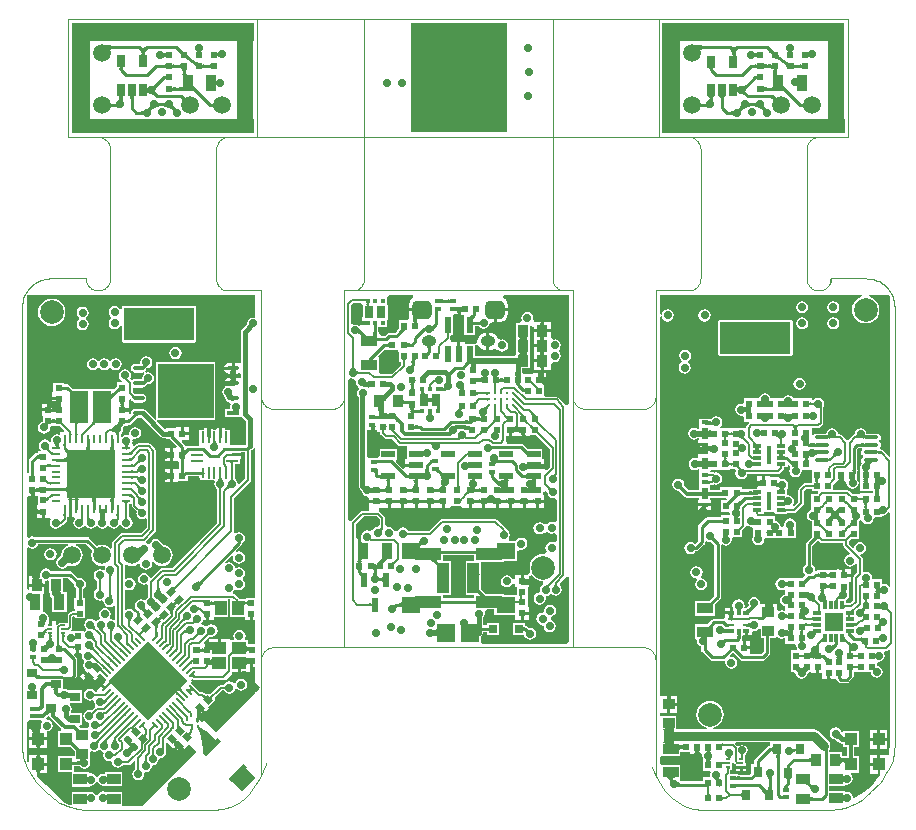
<source format=gtl>
%FSTAX23Y23*%
%MOIN*%
%SFA1B1*%

%IPPOS*%
%AMD28*
4,1,4,0.016700,-0.000600,-0.000600,0.016700,-0.016700,0.000600,0.000600,-0.016700,0.016700,-0.000600,0.0*
%
%AMD29*
4,1,8,0.012700,0.003500,0.003500,0.012700,-0.004600,0.012700,-0.012700,0.004600,-0.012700,-0.003500,-0.003500,-0.012700,0.004600,-0.012700,0.012700,-0.004600,0.012700,0.003500,0.0*
1,1,0.011420,0.008600,-0.000600*
1,1,0.011420,-0.000600,0.008600*
1,1,0.011420,-0.008600,0.000600*
1,1,0.011420,0.000600,-0.008600*
%
%AMD30*
4,1,4,-0.000600,-0.016700,0.016700,0.000600,0.000600,0.016700,-0.016700,-0.000600,-0.000600,-0.016700,0.0*
%
%AMD47*
4,1,4,0.000000,0.130800,-0.130800,0.000000,0.000000,-0.130800,0.130800,0.000000,0.000000,0.130800,0.0*
%
%AMD48*
4,1,4,0.011700,0.006200,0.006200,0.011700,-0.011700,-0.006200,-0.006200,-0.011700,0.011700,0.006200,0.0*
%
%AMD49*
4,1,4,-0.006200,0.011700,-0.011700,0.006200,0.006200,-0.011700,0.011700,-0.006200,-0.006200,0.011700,0.0*
%
%AMD50*
4,1,4,-0.019500,-0.030500,0.030500,0.019500,0.019500,0.030500,-0.030500,-0.019500,-0.019500,-0.030500,0.0*
%
%AMD83*
4,1,4,0.075900,0.101500,-0.101500,-0.075900,-0.075900,-0.101500,0.101500,0.075900,0.075900,0.101500,0.0*
%
%AMD84*
4,1,4,0.060600,0.082800,-0.082800,-0.060600,-0.060600,-0.082800,0.082800,0.060600,0.060600,0.082800,0.0*
%
%AMD89*
4,1,4,-0.003500,-0.040900,0.040900,0.003500,0.003500,0.040900,-0.040900,-0.003500,-0.003500,-0.040900,0.0*
%
%AMD92*
4,1,8,-0.017100,-0.030500,0.017100,-0.030500,0.032400,-0.015300,0.032400,0.015300,0.017100,0.030500,-0.017100,0.030500,-0.032400,0.015300,-0.032400,-0.015300,-0.017100,-0.030500,0.0*
1,1,0.030520,-0.017100,-0.015300*
1,1,0.030520,0.017100,-0.015300*
1,1,0.030520,0.017100,0.015300*
1,1,0.030520,-0.017100,0.015300*
%
%ADD10C,0.007000*%
%ADD11C,0.008000*%
%ADD12C,0.010000*%
%ADD13C,0.006000*%
%ADD14R,0.022840X0.024410*%
%ADD15R,0.064960X0.064960*%
%ADD16R,0.027560X0.011810*%
%ADD17R,0.011810X0.027560*%
%ADD18R,0.015750X0.007870*%
%ADD19C,0.059060*%
%ADD20R,0.031500X0.035430*%
%ADD21R,0.047240X0.035430*%
%ADD22R,0.039370X0.035430*%
%ADD23R,0.055120X0.037400*%
%ADD24R,0.035430X0.039370*%
%ADD25R,0.024410X0.022840*%
%ADD26R,0.035430X0.031500*%
%ADD27R,0.037400X0.055120*%
G04~CAMADD=28~9~0.0~0.0~244.1~228.4~0.0~0.0~0~0.0~0.0~0.0~0.0~0~0.0~0.0~0.0~0.0~0~0.0~0.0~0.0~315.0~334.0~333.0*
%ADD28D28*%
G04~CAMADD=29~8~0.0~0.0~244.1~228.4~57.1~0.0~15~0.0~0.0~0.0~0.0~0~0.0~0.0~0.0~0.0~0~0.0~0.0~0.0~315.0~286.0~286.0*
%ADD29D29*%
G04~CAMADD=30~9~0.0~0.0~244.1~228.4~0.0~0.0~0~0.0~0.0~0.0~0.0~0~0.0~0.0~0.0~0.0~0~0.0~0.0~0.0~225.0~334.0~333.0*
%ADD30D30*%
%ADD31R,0.039370X0.009840*%
%ADD32R,0.009840X0.039370*%
%ADD33O,0.009840X0.039370*%
%ADD34R,0.163390X0.163390*%
%ADD35R,0.009060X0.031500*%
%ADD36R,0.031500X0.009060*%
%ADD37R,0.185040X0.181100*%
%ADD38O,0.039370X0.015750*%
%ADD39R,0.039370X0.015750*%
%ADD40R,0.017720X0.062990*%
%ADD41R,0.029530X0.011810*%
%ADD42O,0.053150X0.013780*%
%ADD43R,0.059060X0.106300*%
%ADD44R,0.022840X0.011810*%
%ADD45R,0.022840X0.009840*%
%ADD46R,0.013780X0.024800*%
G04~CAMADD=47~10~0.0~1850.4~0.0~0.0~0.0~0.0~0~0.0~0.0~0.0~0.0~0~0.0~0.0~0.0~0.0~0~0.0~0.0~0.0~405.0~1850.4~0.0*
%ADD47D47*%
G04~CAMADD=48~9~0.0~0.0~78.7~255.9~0.0~0.0~0~0.0~0.0~0.0~0.0~0~0.0~0.0~0.0~0.0~0~0.0~0.0~0.0~315.0~234.0~233.0*
%ADD48D48*%
G04~CAMADD=49~9~0.0~0.0~78.7~255.9~0.0~0.0~0~0.0~0.0~0.0~0.0~0~0.0~0.0~0.0~0.0~0~0.0~0.0~0.0~45.0~234.0~233.0*
%ADD49D49*%
G04~CAMADD=50~9~0.0~0.0~708.7~157.5~0.0~0.0~0~0.0~0.0~0.0~0.0~0~0.0~0.0~0.0~0.0~0~0.0~0.0~0.0~225.0~610.0~609.0*
%ADD50D50*%
%ADD51R,0.047240X0.039370*%
%ADD52R,0.039370X0.049210*%
%ADD53C,0.008660*%
%ADD54R,0.023620X0.051180*%
%ADD55R,0.027560X0.027560*%
%ADD56R,0.023620X0.055120*%
%ADD57R,0.023000X0.022000*%
%ADD58R,0.031500X0.039370*%
%ADD59R,0.016540X0.016540*%
%ADD60R,0.047240X0.023620*%
%ADD61C,0.011810*%
%ADD62R,0.039370X0.098430*%
%ADD63R,0.088580X0.039370*%
%ADD64R,0.062990X0.055120*%
%ADD65R,0.023620X0.013780*%
%ADD66R,0.025590X0.043310*%
%ADD67R,0.039370X0.043310*%
%ADD68R,0.060000X0.059060*%
%ADD69C,0.018000*%
%ADD70C,0.015000*%
%ADD71C,0.012000*%
%ADD72C,0.016000*%
%ADD73C,0.014000*%
%ADD74C,0.020000*%
%ADD75C,0.028000*%
%ADD76C,0.022000*%
%ADD77C,0.009000*%
%ADD78C,0.030000*%
%ADD79C,0.025000*%
%ADD80C,0.011000*%
%ADD81C,0.010120*%
%ADD82R,0.235000X0.110500*%
G04~CAMADD=83~9~0.0~0.0~2511.1~362.3~0.0~0.0~0~0.0~0.0~0.0~0.0~0~0.0~0.0~0.0~0.0~0~0.0~0.0~0.0~45.0~2030.0~2029.0*
%ADD83D83*%
G04~CAMADD=84~9~0.0~0.0~2029.4~315.6~0.0~0.0~0~0.0~0.0~0.0~0.0~0~0.0~0.0~0.0~0.0~0~0.0~0.0~0.0~45.0~1656.0~1655.0*
%ADD84D84*%
%ADD85R,0.059000X0.368000*%
%ADD86R,0.606000X0.046000*%
%ADD87R,0.057000X0.327000*%
%ADD88R,0.575000X0.060150*%
G04~CAMADD=89~9~0.0~0.0~629.9~531.5~0.0~0.0~0~0.0~0.0~0.0~0.0~0~0.0~0.0~0.0~0.0~0~0.0~0.0~0.0~225.0~818.0~817.0*
%ADD89D89*%
%ADD90C,0.001000*%
%ADD91C,0.000500*%
G04~CAMADD=92~8~0.0~0.0~647.6~610.2~152.6~0.0~15~0.0~0.0~0.0~0.0~0~0.0~0.0~0.0~0.0~0~0.0~0.0~0.0~180.0~648.0~610.0*
%ADD92D92*%
%ADD93O,0.049210X0.037400*%
%ADD94C,0.027560*%
%ADD95C,0.055000*%
%ADD96C,0.078740*%
%LNpcb_flex_1-1*%
%LPD*%
G36*
X00918Y01287D02*
X00917Y01285D01*
X00916Y01284*
X00915Y01282*
X00914Y01281*
X00913Y01279*
X00912Y01277*
X00912Y01275*
X00912Y01274*
X00912Y01273*
X00912Y01272*
X00912Y01271*
X00913Y0127*
X00913Y01269*
X00914Y01268*
X00914Y01268*
X00915Y01267*
X00916Y01267*
X00896*
X00897Y01267*
X00898Y01268*
X00899Y01268*
X00899Y01269*
X009Y0127*
X009Y01271*
X00901Y01272*
X00901Y01273*
X00901Y01274*
X00901Y01275*
X009Y01277*
X009Y01279*
X00899Y01281*
X00898Y01282*
X00897Y01284*
X00896Y01285*
X00894Y01287*
X00899Y01296*
X00901Y01295*
X00902Y01294*
X00903Y01293*
X00905Y01292*
X00906Y01292*
X00908Y01292*
X00909Y01293*
X00911Y01294*
X00912Y01295*
X00913Y01296*
X00918Y01287*
G37*
G36*
X-0105D02*
X-01051Y01285D01*
X-01052Y01284*
X-01053Y01282*
X-01054Y01281*
X-01055Y01279*
X-01056Y01277*
X-01056Y01275*
X-01056Y01274*
X-01056Y01273*
X-01056Y01272*
X-01055Y01271*
X-01055Y0127*
X-01054Y01269*
X-01054Y01269*
X-01053Y01268*
X-01052Y01268*
X-01072*
X-01071Y01268*
X-0107Y01269*
X-01069Y01269*
X-01069Y0127*
X-01068Y01271*
X-01068Y01272*
X-01067Y01273*
X-01067Y01274*
X-01067Y01275*
X-01068Y01277*
X-01069Y01279*
X-01069Y01281*
X-0107Y01282*
X-01071Y01284*
X-01072Y01285*
X-01074Y01287*
X-01069Y01296*
X-01067Y01295*
X-01066Y01294*
X-01065Y01293*
X-01063Y01292*
X-01062Y01292*
X-0106Y01292*
X-01059Y01293*
X-01057Y01294*
X-01056Y01295*
X-01055Y01296*
X-0105Y01287*
G37*
G36*
X00783Y013D02*
X00784Y013D01*
X00785Y013*
X00788Y013*
X00794Y013*
X008Y013*
X00804Y0129*
X00796Y01286*
X00782Y01301*
X00783Y013*
G37*
G36*
X-01185D02*
X-01184Y013D01*
X-01183Y013*
X-0118Y013*
X-01174Y013*
X-01168Y013*
X-01164Y0129*
X-01172Y01286*
X-01186Y01301*
X-01185Y013*
G37*
G36*
X00982Y01273D02*
X00982Y01273D01*
X00983Y01273*
X00984Y01263*
X00982Y01263*
X00982Y01263*
Y01258*
X00981Y01259*
X00981Y0126*
X00981Y01261*
X0098Y01261*
X00979Y01262*
X00978Y01262*
X00978Y01262*
X00977Y01261*
X00976Y01261*
X00975Y0126*
X00974Y01259*
X00973Y01258*
X00973Y01263*
X00971Y01263*
Y01273*
X00972Y01273*
X00972Y01278*
X00973Y01277*
X00974Y01276*
X00975Y01275*
X00976Y01275*
X00977Y01274*
X00978Y01274*
X00979Y01274*
X0098Y01275*
X00981Y01275*
X00981Y01276*
X00981Y01277*
X00982Y01278*
Y01273*
G37*
G36*
X-00986D02*
X-00986Y01273D01*
X-00985Y01273*
X-00984Y01263*
X-00986Y01263*
X-00986Y01263*
Y01258*
X-00987Y01259*
X-00987Y0126*
X-00987Y01261*
X-00988Y01261*
X-00989Y01262*
X-0099Y01262*
X-0099Y01262*
X-00991Y01261*
X-00992Y01261*
X-00993Y0126*
X-00994Y01259*
X-00995Y01258*
X-00995Y01263*
X-00997Y01263*
Y01273*
X-00996Y01273*
X-00996Y01278*
X-00995Y01277*
X-00994Y01276*
X-00993Y01275*
X-00992Y01275*
X-00991Y01274*
X-0099Y01274*
X-00989Y01274*
X-00988Y01275*
X-00987Y01275*
X-00987Y01276*
X-00987Y01277*
X-00986Y01278*
Y01273*
G37*
G36*
X-00934Y01284D02*
X-0093Y01281D01*
X-00929Y0128*
X-00927Y01279*
X-00926Y01279*
X-00925Y01279*
X-00923Y01279*
X-00922Y01279*
X-00922Y01279*
X-00937Y01266*
X-00936Y01267*
X-00936Y01268*
X-00936Y01269*
X-00936Y0127*
X-00936Y01271*
X-00937Y01273*
X-00938Y01274*
X-0094Y01276*
X-00944Y0128*
X-00936Y01286*
X-00934Y01284*
G37*
G36*
X01035Y01283D02*
X01039Y0128D01*
X0104Y01279*
X01042Y01278*
X01043Y01278*
X01045Y01278*
X01046Y01278*
X01047Y01278*
X01047Y01278*
X01032Y01265*
X01033Y01266*
X01033Y01267*
X01033Y01268*
X01033Y01269*
X01033Y0127*
X01032Y01272*
X01031Y01273*
X01029Y01275*
X01025Y01279*
X01033Y01285*
X01035Y01283*
G37*
G36*
X01156Y01278D02*
X01156Y01278D01*
X01156Y01277*
X01157Y01277*
X01158Y01278*
X01159Y01279*
Y01275*
X01159Y01275*
X0116Y01275*
X01162Y01275*
X01164Y01275*
X01166Y01275*
Y01265*
X01164Y01264*
X01162Y01264*
X0116Y01264*
X01159Y01264*
X01159Y01264*
Y0126*
X01158Y01261*
X01157Y01262*
X01156Y01262*
X01156Y01261*
X01156Y0126*
X01155Y0126*
X01155Y01262*
X01155Y01263*
X01154Y01263*
X01152Y01264*
X01151Y01264*
X0115Y01264*
X01149Y01264*
X01147Y01265*
Y01275*
X01149Y01275*
X0115Y01275*
X01151Y01275*
X01152Y01275*
X01154Y01276*
X01155Y01276*
X01156Y01277*
X01156Y01279*
X01156Y01278*
G37*
G36*
X-00812D02*
X-00812Y01278D01*
X-00812Y01277*
X-00811Y01277*
X-0081Y01278*
X-00809Y01279*
Y01275*
X-00809Y01275*
X-00808Y01275*
X-00806Y01275*
X-00804Y01275*
X-00802Y01275*
Y01265*
X-00804Y01264*
X-00806Y01264*
X-00808Y01264*
X-00809Y01264*
X-00809Y01264*
Y0126*
X-0081Y01261*
X-00811Y01262*
X-00812Y01262*
X-00812Y01261*
X-00812Y0126*
X-00813Y0126*
X-00813Y01262*
X-00813Y01263*
X-00814Y01263*
X-00816Y01264*
X-00817Y01264*
X-00818Y01264*
X-00819Y01264*
X-00821Y01265*
Y01275*
X-00819Y01275*
X-00818Y01275*
X-00817Y01275*
X-00816Y01275*
X-00814Y01276*
X-00813Y01276*
X-00812Y01277*
X-00812Y01279*
X-00812Y01278*
G37*
G36*
X-00913Y01271D02*
X-00913Y0127D01*
X-00913Y01269*
X-00913Y01268*
X-00912Y01267*
X-00911Y01265*
X-0091Y01264*
X-00908Y01263*
X-00907Y01261*
X-00904Y01259*
X-0091Y01251*
X-00912Y01253*
X-00917Y01255*
X-00919Y01256*
X-0092Y01257*
X-00922Y01258*
X-00923Y01258*
X-00924Y01258*
X-00925Y01257*
X-00926Y01257*
X-00913Y01272*
X-00913Y01271*
G37*
G36*
X01056Y0127D02*
X01056Y01269D01*
X01056Y01268*
X01056Y01267*
X01057Y01266*
X01058Y01265*
X01059Y01263*
X01061Y01262*
X01062Y0126*
X01065Y01259*
X0106Y0125*
X01057Y01252*
X01053Y01254*
X01051Y01255*
X01049Y01256*
X01048Y01257*
X01046Y01257*
X01045Y01257*
X01044Y01256*
X01043Y01256*
X01056Y01271*
X01056Y0127*
G37*
G36*
X01081Y01246D02*
X01086Y01244D01*
X01088Y01243*
X01089Y01242*
X01091Y01241*
X01092Y01241*
X01093Y01241*
X01094Y01242*
X01095Y01242*
X01082Y01228*
X01082Y01228*
X01082Y01229*
X01082Y0123*
X01082Y01231*
X01081Y01232*
X0108Y01234*
X01079Y01235*
X01077Y01236*
X01076Y01238*
X01073Y0124*
X01079Y01248*
X01081Y01246*
G37*
G36*
X-00887D02*
X-00882Y01244D01*
X-0088Y01243*
X-00879Y01242*
X-00877Y01241*
X-00876Y01241*
X-00875Y01241*
X-00874Y01242*
X-00873Y01242*
X-00886Y01228*
X-00886Y01228*
X-00886Y01229*
X-00886Y0123*
X-00886Y01231*
X-00887Y01232*
X-00888Y01234*
X-00889Y01235*
X-00891Y01236*
X-00892Y01238*
X-00895Y0124*
X-00889Y01248*
X-00887Y01246*
G37*
G36*
X01033Y01222D02*
X01032Y01223D01*
X01032Y01224*
X01032Y01225*
X01031Y01225*
X0103Y01226*
X01029Y01226*
X01028Y01227*
X01026Y01227*
X01024Y01227*
X01022Y01227*
Y01237*
X01024Y01237*
X01026Y01237*
X01028Y01237*
X01029Y01238*
X0103Y01238*
X01031Y01239*
X01032Y01239*
X01032Y0124*
X01032Y0124*
X01032Y01241*
X01033Y01222*
G37*
G36*
X01006Y01241D02*
X01006Y0124D01*
X01006Y01239*
X01007Y01239*
X01008Y01238*
X01009Y01238*
X0101Y01237*
X01012Y01237*
X01014Y01237*
X01016Y01237*
Y01227*
X01014Y01227*
X01012Y01227*
X0101Y01227*
X01009Y01226*
X01008Y01226*
X01007Y01225*
X01006Y01225*
X01006Y01224*
X01006Y01223*
X01005Y01222*
Y01242*
X01006Y01241*
G37*
G36*
X01132Y01221D02*
X01131Y01222D01*
X01131Y01223*
X01131Y01224*
X0113Y01224*
X01129Y01225*
X01128Y01225*
X01127Y01226*
X01125Y01226*
X01123Y01226*
X01121Y01226*
Y01236*
X01123Y01236*
X01125Y01236*
X01127Y01236*
X01128Y01237*
X01129Y01237*
X0113Y01238*
X01131Y01238*
X01131Y01239*
X01131Y0124*
X01132Y01241*
Y01221*
G37*
G36*
X01106Y0124D02*
X01106Y01239D01*
X01106Y01238*
X01107Y01238*
X01108Y01237*
X01109Y01237*
X0111Y01236*
X01112Y01236*
X01114Y01236*
X01116Y01236*
Y01226*
X01114Y01226*
X01112Y01226*
X0111Y01226*
X01109Y01225*
X01108Y01225*
X01107Y01224*
X01106Y01224*
X01106Y01223*
X01106Y01222*
X01105Y01221*
Y01241*
X01106Y0124*
G37*
G36*
X00982Y01221D02*
X00981Y01222D01*
X00981Y01223*
X00981Y01224*
X0098Y01224*
X00979Y01225*
X00978Y01225*
X00977Y01226*
X00975Y01226*
X00973Y01226*
X00971Y01226*
Y01236*
X00973Y01236*
X00975Y01236*
X00977Y01236*
X00978Y01237*
X00979Y01237*
X0098Y01238*
X00981Y01238*
X00981Y01239*
X00981Y0124*
X00982Y01241*
Y01221*
G37*
G36*
X-00836D02*
X-00837Y01222D01*
X-00837Y01223*
X-00837Y01224*
X-00838Y01224*
X-00839Y01225*
X-0084Y01225*
X-00841Y01226*
X-00843Y01226*
X-00845Y01226*
X-00847Y01226*
Y01236*
X-00845Y01236*
X-00843Y01236*
X-00841Y01236*
X-0084Y01237*
X-00839Y01237*
X-00838Y01238*
X-00837Y01238*
X-00837Y01239*
X-00837Y0124*
X-00836Y01241*
Y01221*
G37*
G36*
X-00862Y0124D02*
X-00862Y01239D01*
X-00862Y01238*
X-00861Y01238*
X-0086Y01237*
X-00859Y01237*
X-00858Y01236*
X-00856Y01236*
X-00854Y01236*
X-00852Y01236*
Y01226*
X-00854Y01226*
X-00856Y01226*
X-00858Y01226*
X-00859Y01225*
X-0086Y01225*
X-00861Y01224*
X-00862Y01224*
X-00862Y01223*
X-00862Y01222*
X-00863Y01221*
Y01241*
X-00862Y0124*
G37*
G36*
X-00936Y01221D02*
X-00937Y01222D01*
X-00937Y01223*
X-00937Y01224*
X-00938Y01224*
X-00939Y01225*
X-0094Y01225*
X-00941Y01226*
X-00943Y01226*
X-00945Y01226*
X-00947Y01226*
Y01236*
X-00945Y01236*
X-00943Y01236*
X-00941Y01236*
X-0094Y01237*
X-00939Y01237*
X-00938Y01238*
X-00937Y01238*
X-00937Y01239*
X-00937Y0124*
X-00936Y01241*
Y01221*
G37*
G36*
X-00962Y0124D02*
X-00962Y01239D01*
X-00962Y01238*
X-00961Y01238*
X-0096Y01237*
X-00959Y01237*
X-00958Y01236*
X-00956Y01236*
X-00954Y01236*
X-00952Y01236*
Y01226*
X-00954Y01226*
X-00956Y01226*
X-00958Y01226*
X-00959Y01225*
X-0096Y01225*
X-00961Y01224*
X-00962Y01224*
X-00962Y01223*
X-00962Y01222*
X-00963Y01221*
Y01241*
X-00962Y0124*
G37*
G36*
X-00986Y01221D02*
X-00987Y01222D01*
X-00987Y01223*
X-00987Y01224*
X-00988Y01224*
X-00989Y01225*
X-0099Y01225*
X-00991Y01226*
X-00993Y01226*
X-00995Y01226*
X-00997Y01226*
Y01236*
X-00995Y01236*
X-00993Y01236*
X-00991Y01236*
X-0099Y01237*
X-00989Y01237*
X-00988Y01238*
X-00987Y01238*
X-00987Y01239*
X-00987Y0124*
X-00986Y01241*
Y01221*
G37*
G36*
X00839Y01224D02*
X00838Y01224D01*
X00838Y01224*
X00837Y01223*
X00837Y01222*
X00837Y01222*
X00837Y01221*
X00837Y01219*
X00837Y01218*
X00836Y01217*
X00826*
X00826Y01218*
X00826Y01221*
X00826Y01222*
X00826Y01222*
X00825Y01223*
X00825Y01224*
X00825Y01224*
X00824Y01224*
X00824Y01224*
X00839*
X00839Y01224*
G37*
G36*
X-01129Y01225D02*
X-01129Y01225D01*
X-0113Y01225*
X-0113Y01224*
X-01131Y01223*
X-01131Y01222*
X-01131Y01221*
X-01131Y0122*
X-01131Y01218*
X-01132Y01217*
X-01142*
X-01142Y01218*
X-01142Y01221*
X-01142Y01222*
X-01142Y01223*
X-01143Y01224*
X-01143Y01225*
X-01144Y01225*
X-01145Y01225*
X-01145Y01225*
X-01128*
X-01129Y01225*
G37*
G36*
X01053Y01219D02*
X01052Y01218D01*
X01051Y01218*
X0105Y01217*
X0105Y01216*
X01049Y01215*
X01049Y01214*
X01049Y01212*
X01049Y01211*
X01049Y0121*
X01049Y0121*
X01049Y01208*
X01049Y01207*
X01049Y01206*
X0105Y01204*
X0105Y01204*
X01051Y01203*
X01052Y01202*
X01053Y01202*
X01054Y01202*
X01036*
X01036Y01202*
X01037Y01202*
X01037Y01203*
X01037Y01204*
X01038Y01204*
X01038Y01206*
X01038Y01207*
X01038Y01208*
X01038Y01211*
Y01211*
X01038Y01212*
X01038Y01214*
X01038Y01215*
X01037Y01216*
X01037Y01217*
X01036Y01218*
X01035Y01218*
X01034Y01219*
X01034Y01219*
X01054*
X01053Y01219*
G37*
G36*
X-00915Y0122D02*
X-00916Y01219D01*
X-00917Y01219*
X-00918Y01218*
X-00918Y01217*
X-00919Y01216*
X-00919Y01215*
X-00919Y01213*
X-00919Y01212*
X-00919Y01211*
X-00919Y0121*
X-00919Y01208*
X-00919Y01207*
X-00919Y01206*
X-00918Y01204*
X-00918Y01204*
X-00917Y01203*
X-00916Y01202*
X-00915Y01202*
X-00915Y01202*
X-00932*
X-00932Y01202*
X-00931Y01202*
X-00931Y01203*
X-00931Y01204*
X-0093Y01204*
X-0093Y01206*
X-0093Y01207*
X-0093Y01208*
X-0093Y01211*
X-0093Y01212*
X-0093Y01213*
X-0093Y01215*
X-0093Y01216*
X-00931Y01217*
X-00931Y01218*
X-00932Y01219*
X-00933Y01219*
X-00934Y0122*
X-00935Y0122*
X-00915*
X-00915Y0122*
G37*
G36*
X0095Y01159D02*
X00949Y01158D01*
X00948Y01156*
X00947Y01155*
X00946Y01153*
X00945Y01152*
X00945Y0115*
X00945Y0115*
X00945Y01148*
X00945Y01147*
X00946Y01146*
X00946Y01145*
X00947Y01144*
X00947Y01143*
X00948Y01142*
X00949Y01141*
X00942Y01134*
X00941Y01135*
X0094Y01136*
X00939Y01136*
X00938Y01137*
X00937Y01137*
X00936Y01138*
X00935Y01138*
X00933Y01138*
X00932Y01139*
X00931Y01139*
X00943Y01151*
X00935Y01165*
X00936Y01165*
X00937Y01165*
X00938Y01165*
X00939Y01165*
X0094Y01165*
X00941Y01166*
X00942Y01166*
X00944Y01167*
X00945Y01168*
X00946Y01169*
X0095Y01159*
G37*
G36*
X-01016Y01161D02*
X-01017Y0116D01*
X-01018Y01159*
X-01018Y01158*
X-01019Y01157*
X-0102Y01156*
X-0102Y01155*
X-0102Y01153*
X-01021Y01152*
X-01021Y01151*
X-01021Y0115*
X-01034Y01163*
X-01033Y01163*
X-01032Y01163*
X-01031Y01164*
X-01029Y01164*
X-01028Y01164*
X-01027Y01165*
X-01026Y01166*
X-01025Y01166*
X-01024Y01167*
X-01023Y01168*
X-01016Y01161*
G37*
G36*
X-00932Y01147D02*
X-00933Y01148D01*
X-00933Y01148*
X-00933Y01149*
X-00934Y0115*
X-00935Y0115*
X-00936Y0115*
X-00937Y01151*
X-00939Y01151*
X-00941Y01151*
X-00942Y01151*
Y01161*
X-00941Y01161*
X-00939Y01161*
X-00937Y01161*
X-00936Y01162*
X-00935Y01162*
X-00934Y01163*
X-00933Y01163*
X-00933Y01164*
X-00932Y01165*
X-00932Y01166*
X-00932Y01147*
G37*
G36*
X01006Y01165D02*
X01006Y01164D01*
X01006Y01163*
X01007Y01163*
X01008Y01162*
X01009Y01162*
X0101Y01161*
X01012Y01161*
X01014Y01161*
X01016Y01161*
Y01151*
X01014Y01151*
X01012Y01151*
X0101Y01151*
X01009Y0115*
X01008Y0115*
X01007Y01149*
X01006Y01149*
X01006Y01148*
X01006Y01147*
X01005Y01146*
Y01166*
X01006Y01165*
G37*
G36*
X-00962D02*
X-00962Y01164D01*
X-00962Y01163*
X-00961Y01163*
X-0096Y01162*
X-00959Y01162*
X-00958Y01161*
X-00956Y01161*
X-00954Y01161*
X-00952Y01161*
Y01151*
X-00954Y01151*
X-00956Y01151*
X-00958Y01151*
X-00959Y0115*
X-0096Y0115*
X-00961Y01149*
X-00962Y01149*
X-00962Y01148*
X-00962Y01147*
X-00963Y01146*
Y01166*
X-00962Y01165*
G37*
G36*
X00918Y01161D02*
X00918Y01161D01*
X00919Y0116*
X00919Y0116*
X0092Y01161*
X00921Y01162*
Y01158*
X00921Y01158*
X00923Y01158*
X00924Y01158*
X00926Y01157*
X00928Y01157*
Y01147*
X00926Y01147*
X00924Y01147*
X00923Y01147*
X00921Y01147*
X00921Y01146*
Y01143*
X0092Y01144*
X00919Y01144*
X00919Y01145*
X00918Y01144*
X00918Y01143*
X00918Y01142*
Y01145*
X00917Y01146*
X00916Y01146*
X00915Y01147*
X00913Y01147*
X00912Y01147*
X00911Y01147*
X0091Y01147*
Y01157*
X00911Y01157*
X00912Y01158*
X00913Y01158*
X00915Y01158*
X00916Y01158*
X00917Y01159*
X00918Y0116*
Y01162*
X00918Y01161*
G37*
G36*
X-01049D02*
X-01049Y01161D01*
X-01048Y0116*
X-01048Y01159*
X-01047Y01159*
X-01047Y01159*
X-01046Y01159*
X-01044Y0116*
X-01043Y0116*
X-01042Y01161*
X-01043Y01158*
X-01043Y01158*
X-01041Y01157*
X-01039Y01157*
Y01147*
X-01041Y01147*
X-01043Y01147*
X-01044Y01147*
X-01045Y01147*
X-01046Y01142*
X-01047Y01143*
X-01048Y01144*
X-01048Y01145*
X-01049Y01144*
X-01049Y01143*
X-01049Y01142*
Y01145*
X-01049Y01145*
X-0105Y01146*
X-01051Y01146*
X-01053Y01147*
X-01054Y01147*
X-01055Y01147*
X-01056Y01147*
X-01054Y01157*
X-01053Y01157*
X-01052Y01157*
X-0105Y01158*
X-01049Y01158*
Y01162*
X-01049Y01161*
G37*
G36*
X01073Y01169D02*
X01073Y01167D01*
X01073Y01166*
X01074Y01164*
X01074Y01163*
X01075Y01162*
X01076Y0116*
X01077Y01159*
X01078Y01157*
X0108Y01156*
Y01142*
X01079Y01143*
X01075Y01146*
X01075Y01146*
X01074Y01147*
X01074Y01147*
X01073Y01147*
X01073Y01147*
X01073Y0117*
X01073Y01169*
G37*
G36*
X-00895D02*
X-00895Y01167D01*
X-00895Y01166*
X-00894Y01164*
X-00894Y01163*
X-00893Y01162*
X-00892Y0116*
X-00891Y01159*
X-0089Y01157*
X-00888Y01156*
Y01142*
X-00889Y01143*
X-00893Y01146*
X-00893Y01146*
X-00894Y01147*
X-00894Y01147*
X-00895Y01147*
X-00895Y01147*
X-00895Y0117*
X-00895Y01169*
G37*
G36*
X-01021Y01148D02*
X-01021Y01147D01*
X-0102Y01146*
X-0102Y01144*
X-0102Y01143*
X-01019Y01142*
X-01018Y01141*
X-01018Y0114*
X-01017Y01139*
X-01016Y01138*
X-01023Y01131*
X-01024Y01132*
X-01025Y01133*
X-01026Y01133*
X-01027Y01134*
X-01028Y01135*
X-01029Y01135*
X-01031Y01135*
X-01032Y01136*
X-01033Y01136*
X-01034Y01136*
X-01021Y01149*
X-01021Y01148*
G37*
G36*
X-0109Y01131D02*
X-01091Y0113D01*
X-01092Y0113*
X-01093Y01129*
X-01093Y01128*
X-01094Y01127*
X-01094Y01126*
X-01094Y01124*
X-01094Y01123*
X-01095Y01121*
X-01105*
X-01105Y01123*
X-01105Y01124*
X-01105Y01126*
X-01105Y01127*
X-01106Y01128*
X-01106Y01129*
X-01107Y0113*
X-01108Y0113*
X-01109Y01131*
X-0111Y01131*
X-0109*
X-0109Y01131*
G37*
G36*
X00878Y0113D02*
X00877Y01129D01*
X00876Y01129*
X00875Y01128*
X00875Y01127*
X00874Y01126*
X00874Y01125*
X00874Y01123*
X00874Y01122*
X00874Y0112*
X00864*
X00863Y01122*
X00863Y01123*
X00863Y01125*
X00863Y01126*
X00862Y01127*
X00862Y01128*
X00861Y01129*
X0086Y01129*
X00859Y0113*
X00859Y0113*
X00879*
X00878Y0113*
G37*
G36*
X01041Y01129D02*
X01042Y01128D01*
X01043Y01127*
X01044Y01127*
X01046Y01126*
X01047Y01126*
X01048Y01126*
X01049*
X0105Y01126*
X01051Y01126*
X01037Y01112*
X01037Y01113*
X01037Y01114*
Y01115*
X01037Y01116*
X01037Y01117*
X01036Y01119*
X01036Y0112*
X01035Y01121*
X01034Y01122*
X01032Y01124*
X01039Y01131*
X01041Y01129*
G37*
G36*
X-00927D02*
X-00926Y01128D01*
X-00925Y01127*
X-00924Y01127*
X-00922Y01126*
X-00921Y01126*
X-0092Y01126*
X-00919*
X-00918Y01126*
X-00917Y01126*
X-00931Y01112*
X-00931Y01113*
X-00931Y01114*
Y01115*
X-00931Y01116*
X-00931Y01117*
X-00932Y01119*
X-00932Y0112*
X-00933Y01121*
X-00934Y01122*
X-00936Y01124*
X-00929Y01131*
X-00927Y01129*
G37*
G36*
X00841Y0113D02*
X0084Y01129D01*
X00839Y01129*
X00838Y01128*
X00838Y01127*
X00837Y01126*
X00837Y01125*
X00837Y01123*
X00837Y01122*
X00837Y01121*
X00837Y0112*
X00837Y01119*
X00837Y01118*
X00838Y01117*
X00838Y01115*
X00839Y01114*
X00839Y01113*
X0084Y01112*
X00821Y01116*
X00822Y01117*
X00823Y01118*
X00824Y01118*
X00825Y01119*
X00825Y0112*
X00826Y01121*
X00826Y01123*
X00826Y01124*
X00826Y01125*
X00826Y01126*
X00825Y01127*
X00825Y01128*
X00824Y01129*
X00823Y01129*
X00822Y0113*
X00821Y0113*
X00841*
X00841Y0113*
G37*
G36*
X-01127Y01131D02*
X-01128Y0113D01*
X-01129Y0113*
X-0113Y01129*
X-0113Y01128*
X-01131Y01127*
X-01131Y01126*
X-01131Y01124*
X-01131Y01123*
Y01123*
X-01131Y01121*
X-01131Y0112*
X-01131Y01119*
X-01131Y01118*
X-0113Y01117*
X-0113Y01115*
X-01129Y01114*
X-01129Y01113*
X-01128Y01112*
X-01147Y01116*
X-01146Y01117*
X-01145Y01118*
X-01144Y01118*
X-01143Y01119*
X-01143Y0112*
X-01142Y01121*
X-01142Y01123*
X-01142Y01124*
X-01142Y01124*
X-01142Y01124*
X-01142Y01126*
X-01142Y01127*
X-01143Y01128*
X-01143Y01129*
X-01144Y0113*
X-01145Y0113*
X-01146Y01131*
X-01147Y01131*
X-01127*
X-01127Y01131*
G37*
G36*
X00823Y01092D02*
X00822Y01092D01*
X00819Y01093*
X00818Y01094*
X00816Y01094*
X00815Y01094*
X00812Y01094*
X00811Y01095*
X00808Y01102*
Y01095*
X00806Y01094*
X00804Y01094*
X00803Y01094*
X00801Y01094*
X008Y01093*
X00799Y01093*
X00798Y01092*
X00797Y01091*
X00797Y0109*
X00796Y0109*
Y0111*
X00797Y01109*
X00797Y01108*
X00798Y01107*
X00799Y01106*
X008Y01106*
X00801Y01105*
X00803Y01105*
X00804Y01105*
X00806Y01105*
X00807Y01105*
X00808Y01105*
X00809Y01105*
X0081Y01105*
X00811Y01105*
X00812Y01106*
X00813Y01106*
X00814Y01107*
X00815Y01108*
X00815Y01109*
X00816Y0111*
X00823Y01092*
G37*
G36*
X-01145D02*
X-01146Y01092D01*
X-01149Y01093*
X-0115Y01094*
X-01152Y01094*
X-01153Y01094*
X-01156Y01094*
X-01157Y01095*
X-0116Y01102*
Y01095*
X-01162Y01094*
X-01164Y01094*
X-01165Y01094*
X-01167Y01094*
X-01168Y01093*
X-01169Y01093*
X-0117Y01092*
X-01171Y01091*
X-01171Y0109*
X-01172Y0109*
Y0111*
X-01171Y01109*
X-01171Y01108*
X-0117Y01107*
X-01169Y01106*
X-01168Y01106*
X-01167Y01105*
X-01165Y01105*
X-01164Y01105*
X-01162Y01105*
X-01161Y01105*
X-0116Y01105*
X-01159Y01105*
X-01158Y01105*
X-01157Y01105*
X-01156Y01106*
X-01155Y01106*
X-01154Y01107*
X-01153Y01108*
X-01153Y01109*
X-01152Y0111*
X-01145Y01092*
G37*
G36*
X00984Y01093D02*
X00983Y01094D01*
X00982Y01095*
X00981Y01095*
X0098Y01096*
X00979Y01096*
X00977Y01097*
X00976Y01097*
X00975Y01097*
X00974Y01098*
X00972Y01098*
Y01108*
X00974Y01108*
X00975Y01108*
X00976Y01108*
X00977Y01108*
X00979Y01109*
X0098Y01109*
X00981Y0111*
X00982Y01111*
X00983Y01111*
X00984Y01112*
Y01093*
G37*
G36*
X00954Y01111D02*
X00955Y01111D01*
X00956Y0111*
X00957Y01109*
X00958Y01109*
X0096Y01108*
X00961Y01108*
X00962Y01108*
X00963Y01108*
X00965Y01108*
Y01098*
X00963Y01098*
X00962Y01097*
X00961Y01097*
X0096Y01097*
X00958Y01096*
X00957Y01096*
X00956Y01095*
X00955Y01095*
X00954Y01094*
X00953Y01093*
Y01112*
X00954Y01111*
G37*
G36*
X-00984Y01093D02*
X-00985Y01094D01*
X-00986Y01095*
X-00987Y01095*
X-00988Y01096*
X-00989Y01096*
X-00991Y01097*
X-00992Y01097*
X-00993Y01097*
X-00994Y01098*
X-00996Y01098*
Y01108*
X-00994Y01108*
X-00993Y01108*
X-00992Y01108*
X-00991Y01108*
X-00989Y01109*
X-00988Y01109*
X-00987Y0111*
X-00986Y01111*
X-00985Y01111*
X-00984Y01112*
Y01093*
G37*
G36*
X-01014Y01111D02*
X-01013Y01111D01*
X-01012Y0111*
X-01011Y01109*
X-0101Y01109*
X-01008Y01108*
X-01007Y01108*
X-01006Y01108*
X-01005Y01108*
X-01003Y01108*
Y01098*
X-01005Y01098*
X-01006Y01097*
X-01007Y01097*
X-01008Y01097*
X-0101Y01096*
X-01011Y01096*
X-01012Y01095*
X-01013Y01095*
X-01014Y01094*
X-01015Y01093*
Y01112*
X-01014Y01111*
G37*
G36*
X01141Y0109D02*
X0114Y01091D01*
X0114Y01091*
X01139Y01092*
X01138Y01093*
X01137Y01093*
X01136Y01094*
X01134Y01094*
X01133Y01094*
X01131Y01094*
X01129Y01095*
Y01105*
X01131Y01105*
X01133Y01105*
X01134Y01105*
X01136Y01105*
X01137Y01106*
X01138Y01106*
X01139Y01107*
X0114Y01108*
X0114Y01108*
X01141Y01109*
Y0109*
G37*
G36*
X-00827D02*
X-00828Y01091D01*
X-00828Y01091*
X-00829Y01092*
X-0083Y01093*
X-00831Y01093*
X-00832Y01094*
X-00834Y01094*
X-00835Y01094*
X-00837Y01094*
X-00839Y01095*
Y01105*
X-00837Y01105*
X-00835Y01105*
X-00834Y01105*
X-00832Y01105*
X-00831Y01106*
X-0083Y01106*
X-00829Y01107*
X-00828Y01108*
X-00828Y01108*
X-00827Y01109*
Y0109*
G37*
G36*
X01007Y01101D02*
X01007Y011D01*
X01008Y01099*
X01008Y01098*
X01008Y01096*
X01009Y01095*
X0101Y01094*
X0101Y01093*
X01011Y01092*
X01012Y01092*
X01012Y01091*
X01013Y0109*
X01014Y0109*
X01015Y01089*
X01016Y01088*
X01017Y01088*
X01018Y01087*
X01019Y01087*
X01021Y01086*
X01022Y01086*
X01005Y01076*
X01005Y01077*
X01006Y01079*
Y0108*
X01005Y01081*
X01005Y01082*
X01005Y01083*
X01004Y01084*
X01004Y01085*
X01003Y01086*
X01003Y01086*
X01002Y01087*
X01001Y01087*
X01Y01088*
X00999Y01088*
X00997Y01088*
X00996Y01089*
X00995Y01089*
X00994Y01089*
X01007Y01103*
X01007Y01101*
G37*
G36*
X00943Y01089D02*
X00942Y01089D01*
X00941Y01089*
X0094Y01088*
X00938Y01088*
X00937Y01088*
X00936Y01087*
X00935Y01087*
X00934Y01086*
X00934Y01086*
X00933Y01085*
X00933Y01084*
X00932Y01083*
X00932Y01082*
X00932Y01081*
X00931Y0108*
Y01079*
X00932Y01077*
X00932Y01076*
X00915Y01086*
X00916Y01086*
X00919Y01087*
X0092Y01088*
X00921Y01088*
X00922Y01089*
X00923Y0109*
X00924Y0109*
X00925Y01091*
X00925Y01092*
X00926Y01092*
X00927Y01093*
X00927Y01094*
X00928Y01095*
X00929Y01096*
X00929Y01098*
X00929Y01099*
X0093Y011*
X0093Y01101*
X0093Y01103*
X00943Y01089*
G37*
G36*
X-00961Y01101D02*
X-00961Y011D01*
X-0096Y01099*
X-0096Y01098*
X-0096Y01096*
X-00959Y01095*
X-00958Y01094*
X-00958Y01093*
X-00957Y01092*
X-00956Y01092*
X-00956Y01091*
X-00955Y0109*
X-00954Y0109*
X-00953Y01089*
X-00952Y01088*
X-00951Y01088*
X-0095Y01087*
X-00949Y01087*
X-00947Y01086*
X-00946Y01086*
X-00963Y01076*
X-00963Y01077*
X-00962Y01079*
Y0108*
X-00963Y01081*
X-00963Y01082*
X-00963Y01083*
X-00964Y01084*
X-00964Y01085*
X-00965Y01086*
X-00965Y01086*
X-00966Y01087*
X-00967Y01087*
X-00968Y01088*
X-00969Y01088*
X-00971Y01088*
X-00972Y01089*
X-00973Y01089*
X-00974Y01089*
X-00961Y01103*
X-00961Y01101*
G37*
G36*
X-01025Y01089D02*
X-01026Y01089D01*
X-01027Y01089*
X-01028Y01088*
X-0103Y01088*
X-01031Y01088*
X-01032Y01087*
X-01033Y01087*
X-01034Y01086*
X-01034Y01086*
X-01035Y01085*
X-01035Y01084*
X-01036Y01083*
X-01036Y01082*
X-01036Y01081*
X-01037Y0108*
Y01079*
X-01036Y01077*
X-01036Y01076*
X-01053Y01086*
X-01052Y01086*
X-01049Y01087*
X-01048Y01088*
X-01047Y01088*
X-01046Y01089*
X-01045Y0109*
X-01044Y0109*
X-01043Y01091*
X-01043Y01092*
X-01042Y01092*
X-01041Y01093*
X-01041Y01094*
X-0104Y01095*
X-01039Y01096*
X-01039Y01098*
X-01039Y01099*
X-01038Y011*
X-01038Y01101*
X-01038Y01103*
X-01025Y01089*
G37*
G36*
X00907Y01064D02*
X00907Y01065D01*
X00906Y01066*
X00905Y01067*
X00904Y01068*
X00903Y01068*
X00902Y01069*
X00901Y01069*
X00899Y01069*
X00898Y01069*
X00897Y0107*
X00898Y0108*
X009Y0108*
X00901Y0108*
X00902Y0108*
X00903Y0108*
X00905Y01081*
X00906Y01081*
X00907Y01081*
X00908Y01082*
X00909Y01083*
X0091Y01084*
X00907Y01064*
G37*
G36*
X-01061D02*
X-01061Y01065D01*
X-01062Y01066*
X-01063Y01067*
X-01064Y01068*
X-01065Y01068*
X-01066Y01069*
X-01067Y01069*
X-01069Y01069*
X-0107Y01069*
X-01071Y0107*
X-0107Y0108*
X-01068Y0108*
X-01067Y0108*
X-01066Y0108*
X-01065Y0108*
X-01063Y01081*
X-01062Y01081*
X-01061Y01081*
X-0106Y01082*
X-01059Y01083*
X-01058Y01084*
X-01061Y01064*
G37*
G36*
X0015Y01375D02*
Y0101D01*
X-0017*
Y01375*
X00051*
X0015*
G37*
G36*
X-00322Y00445D02*
X-00322Y00445D01*
X-00322Y00446*
X-00323Y00446*
X-00323Y00446*
X-00324Y00447*
X-00324Y00447*
X-00325Y00447*
X-00326Y00447*
X-00327Y00447*
X-00328Y00448*
Y00454*
X-00327Y00454*
X-00324Y00454*
X-00324Y00454*
X-00323Y00454*
X-00323Y00454*
X-00322Y00454*
X-00322Y00454*
X-00322Y00455*
Y00445*
G37*
G36*
X-00041Y00441D02*
X-00041Y00441D01*
X-00042Y00441*
X-00042Y00441*
X-00043Y00442*
X-00044Y00442*
X-00045Y00442*
X-00048Y00442*
X-00051Y00442*
Y00452*
X-00049Y00452*
X-00044Y00453*
X-00043Y00453*
X-00042Y00453*
X-00042Y00453*
X-00041Y00454*
X-00041Y00454*
Y00441*
G37*
G36*
X-00068Y00454D02*
X-00067Y00453D01*
X-00067Y00453*
X-00066Y00453*
X-00065Y00453*
X-00064Y00453*
X-00061Y00452*
X-00058Y00452*
Y00442*
X-0006Y00442*
X-00065Y00442*
X-00066Y00442*
X-00067Y00441*
X-00067Y00441*
X-00068Y00441*
X-00068Y00441*
Y00454*
X-00068Y00454*
G37*
G36*
X-00309Y00438D02*
X-00309Y00438D01*
X-0031Y00438*
X-0031Y00438*
X-0031Y00437*
X-00311Y00436*
X-00311Y00436*
X-00311Y00435*
X-00311Y00434*
X-00311Y00434*
X-00311Y00433*
X-00311Y00432*
X-0031Y00431*
X-0031Y00431*
X-0031Y00431*
X-00309Y0043*
X-00309Y0043*
X-00308Y0043*
X-0032*
X-0032Y0043*
X-00319Y0043*
X-00319Y00431*
X-00318Y00431*
X-00318Y00431*
X-00318Y00432*
X-00317Y00433*
X-00317Y00434*
X-00317Y00434*
X-00317Y00435*
X-00317Y00436*
X-00318Y00436*
X-00318Y00437*
X-00318Y00438*
X-00319Y00438*
X-00319Y00438*
X-0032Y00438*
X-0032Y00439*
X-00308*
X-00309Y00438*
G37*
G36*
X0Y0042D02*
X00005Y00417D01*
X00003Y00417*
X00001Y00416*
X0Y00416*
X0Y00416*
Y00412*
X0Y00413*
X0Y00414*
X-00001Y00414*
X-00001Y00415*
X-00002Y00414*
X-00003Y00413*
X-00003Y00412*
X-00004Y0041*
X-00004Y00409*
X-00004Y00407*
X-00014*
X-00014Y00409*
X-00015Y0041*
X-00015Y00412*
X-00016Y00413*
X-00017Y00414*
X-00018Y00415*
X-00018Y00415*
Y00415*
X-00018Y00415*
X-00019Y00416*
X-00021Y00416*
X-00022Y00417*
X-00024Y00417*
X-00018Y00421*
Y00428*
X-00018Y00428*
X-00017Y00428*
X-00017Y00428*
X-00016Y00427*
X-00016Y00427*
X-00015Y00427*
X-00014Y00427*
X-00011Y00427*
X-00009Y00427*
X-00008Y00427*
X-00006Y00427*
X-00004Y00427*
X-00003Y00427*
X-00002Y00428*
X-00001Y00428*
X-00001Y00429*
X0Y0043*
X0Y0043*
X0Y00431*
Y0042*
G37*
G36*
X-00075Y00415D02*
X-00076Y00415D01*
X-00077Y00414*
X-00078Y00413*
X-00078Y00413*
X-00079Y00411*
X-00079Y0041*
X-00079Y00409*
X-00079Y00407*
X-0008Y00405*
X-0009*
X-0009Y00407*
X-0009Y00412*
X-0009Y00413*
X-0009Y00414*
X-00091Y00415*
X-00091Y00415*
X-00091Y00415*
X-00075Y00415*
X-00075Y00415*
G37*
G36*
X00048Y0041D02*
X00048Y00409D01*
X00047Y00409*
X00047Y00409*
X00046Y00408*
X00046Y00407*
X00046Y00406*
X00046Y00405*
X00046Y00404*
X00046Y00402*
X00036*
X00036Y0041*
X00048Y0041*
X00048Y0041*
G37*
G36*
X00044Y00399D02*
X00042Y00396D01*
X00039Y00393*
X00038Y00391*
X00038Y0039*
X00037Y00389*
X00037Y00388*
X00037Y00387*
X00038Y00386*
X00039Y00386*
X00019Y00394*
X0002Y00394*
X00021Y00394*
X00022Y00394*
X00023Y00394*
X00025Y00395*
X00026Y00396*
X00028Y00397*
X00029Y00398*
X00031Y004*
X00033Y00401*
X00044Y00399*
G37*
G36*
X-00688Y00469D02*
Y00395D01*
X-00692Y00392*
X-00695Y00393*
X-00702Y00391*
X-00709Y00387*
X-00713Y0038*
X-00715Y00373*
X-00715Y00372*
X-00733Y00353*
X-00736Y00349*
X-00737Y00344*
Y00242*
X-00742Y0024*
X-00743Y0024*
X-0075Y00242*
X-00757*
Y00224*
Y00218*
X-00755Y00218*
X-00754Y00217*
X-00754Y00216*
X-00747*
X-00749Y00216*
X-0075Y00216*
X-00751Y00215*
X-00752Y00214*
X-00753Y00212*
X-00753Y00211*
X-00753Y0021*
X-00753Y0021*
X-00753Y00209*
X-00752Y00209*
X-00752Y00208*
X-00754Y00206*
X-00754Y00205*
X-0075*
X-00743Y00207*
X-00742Y00207*
X-00737Y00205*
Y00192*
X-00742Y0019*
X-00743Y0019*
X-0075Y00192*
X-00754*
X-00754Y00191*
X-00754Y00189*
X-00753Y00188*
X-00751*
X-00752Y00187*
X-00753Y00186*
X-00753Y00185*
X-00753Y00185*
X-00752Y00183*
X-00751Y00182*
X-0075Y00181*
X-00749Y00181*
X-00747Y00181*
X-00754*
X-00754Y00178*
X-00755Y00177*
X-00755Y00177*
X-00756Y00176*
X-00757*
Y00174*
X-00762*
Y00169*
X-00791*
X-00791Y00167*
X-00787Y00162*
X-00792Y00159*
X-00796Y00152*
X-00798Y00145*
X-00796Y00137*
X-00792Y0013*
X-0079Y00129*
X-00788Y00125*
X-00788Y00124*
X-00787Y00118*
X-00784Y00114*
X-00779Y0011*
X-00774Y00109*
X-00772*
X-0077Y00104*
X-00771Y00102*
X-00773Y00095*
X-00772Y00091*
X-00775Y00087*
X-00788*
Y0006*
X-00736*
X-00731Y0006*
X-00719Y00048*
Y-00033*
X-0072Y-00033*
X-0077*
X-00774Y-00031*
Y00019*
X-0079*
Y00023*
X-008*
Y-00005*
X-0081*
Y00023*
X-0082*
Y00019*
X-00829*
Y00023*
X-00839*
Y-00005*
X-00849*
Y00023*
X-00859*
Y00019*
X-00875*
Y-00031*
X-00879Y-00034*
X-00911*
X-00916Y-00034*
X-00916*
X-00921Y-00035*
X-00923Y-00031*
X-00933Y-00021*
X-00931Y-00017*
X-0091*
Y0*
X-00931*
Y00005*
X-00936*
Y00027*
X-00952*
Y00023*
X-00985*
Y00022*
X-0099Y0002*
X-01017Y00047*
X-01015Y00052*
X-01014*
X-00821*
Y00245*
X-01018*
Y00056*
Y00055*
X-01023Y00052*
X-01054Y00083*
X-01058Y00086*
X-0106Y00087*
X-0106Y00087*
X-01065Y00088*
X-01089*
X-01094Y00087*
X-01099Y00084*
X-01102Y00079*
X-01103Y00074*
X-01103Y00073*
X-01105Y00071*
X-0111Y00074*
Y0008*
X-0111*
X-01112Y0008*
X-01113Y0008*
X-01115Y0008*
X-01116Y0008*
X-01117Y00079*
X-01118Y00079*
X-01119Y00078*
X-01119Y00077*
X-0112Y00076*
X-0112Y00075*
Y0008*
X-01132*
Y0009*
X-0112*
Y00095*
X-0112Y00094*
X-01119Y00094*
X-01119Y00093*
X-01118Y00092*
X-01117Y00092*
X-01116Y00091*
X-01115Y00091*
X-01113Y00091*
X-01112Y0009*
X-0111Y0009*
X-0111*
Y00119*
X-01105Y00122*
X-01102Y0012*
X-01102Y0012*
X-01102Y00119*
X-01102Y00119*
Y00118*
X-01102Y00118*
X-01099Y00114*
X-01094Y0011*
X-01089Y00109*
X-01065*
X-0106Y0011*
X-01055Y00114*
X-01052Y00118*
X-01051Y00124*
X-01052Y00129*
X-01055Y00134*
X-0106Y00137*
X-01065Y00138*
X-01089*
X-0109Y00137*
X-0109Y00138*
X-01091Y00137*
X-01092Y00138*
X-01093Y00139*
X-01093Y00139*
X-01093Y0014*
X-01094Y0014*
X-01097Y00143*
Y00157*
X-01092Y0016*
X-01089Y00159*
X-01065*
X-0106Y0016*
X-01055Y00164*
X-01052Y00168*
X-01049Y00171*
X-01046Y0017*
X-01038Y00172*
X-01031Y00176*
X-01027Y00183*
X-01025Y00191*
X-01027Y00198*
X-01031Y00205*
X-01038Y00209*
X-01046Y00211*
X-01053Y00209*
X-01055Y00213*
X-01055Y00214*
X-01052Y00218*
X-01051Y00223*
X-01051Y00224*
X-01044Y00225*
X-01037Y00229*
X-01033Y00236*
X-01031Y00244*
X-01033Y00251*
X-01037Y00258*
X-01044Y00262*
X-01052Y00264*
X-01059Y00262*
X-01066Y00258*
X-0107Y00251*
X-01072Y00244*
X-01071Y00242*
X-01074Y00238*
X-01089*
X-01094Y00237*
X-01099Y00234*
X-01102Y00229*
X-01103Y00224*
X-01102Y00218*
X-01099Y00214*
X-01094Y0021*
X-01089Y00209*
X-01065*
X-0106Y0021*
X-01058Y00206*
X-0106Y00205*
X-01064Y00198*
X-01065Y00192*
X-01066Y00191*
X-0107Y00188*
X-01089*
X-01094Y00187*
X-01098Y00184*
X-01103Y00186*
X-01105Y0019*
X-01104Y00192*
X-01102Y002*
X-01104Y00207*
X-01108Y00214*
X-01115Y00218*
X-01123Y0022*
X-0113Y00218*
X-01137Y00214*
X-01141Y00207*
X-01143Y002*
X-01141Y00192*
X-01137Y00185*
X-01132Y00182*
X-01133Y00177*
X-0115*
Y00165*
X-0116Y00155*
X-01165Y00154*
X-01234*
X-01236*
X-01239*
X-01295*
X-01308Y00167*
X-01312Y0017*
X-01316Y0017*
X-01325*
Y00176*
X-01362*
Y00143*
X-01366*
Y00127*
X-01344*
Y00117*
X-01366*
Y00106*
X-01373*
Y00085*
X-01378*
Y0008*
X-014*
Y00064*
X-01396*
Y00046*
X-01396Y00046*
X-014Y00045*
X-01407Y00041*
X-01411Y00034*
X-01413Y00027*
X-01411Y00019*
X-01407Y00012*
X-014Y00008*
X-01393Y00006*
X-01385Y00008*
X-01378Y00012*
X-01374Y00019*
X-01372Y00027*
X-01372Y00027*
X-01369Y00031*
X-01339*
X-01325Y00016*
X-01327Y00012*
X-01339*
Y00005*
X-01344Y00002*
X-0135Y00003*
X-01357Y00001*
X-01364Y-00002*
X-01368Y-00009*
X-0137Y-00017*
X-01369Y-00019*
X-01374Y-00021*
X-01375Y-00019*
X-01382Y-00015*
X-0139Y-00013*
X-01397Y-00015*
X-01404Y-00019*
X-01408Y-00026*
X-0141Y-00034*
X-01408Y-00041*
X-01404Y-00048*
X-01403Y-00048*
X-01404Y-00053*
X-01413*
Y-00059*
X-01413Y-00059*
X-01414Y-00059*
X-01415Y-00059*
X-01417Y-00059*
X-01418Y-0006*
X-01421Y-0006*
X-01425Y-00063*
X-01438Y-00077*
X-01441Y-0008*
X-01442Y-00085*
Y-00127*
X-01449*
X-01449Y-00122*
X-01449Y00258*
Y00469*
X-00688*
G37*
G36*
X-00146Y00389D02*
X-00147Y00389D01*
X-00148Y00389*
X-00149Y00389*
X-00149Y00388*
X-0015Y00388*
X-0015Y00386*
X-00151Y00385*
X-00151Y00383*
X-00151Y00383*
X-00151Y00383*
X-00151Y00382*
X-0015Y0038*
X-0015Y00379*
X-00149Y00378*
X-00149Y00378*
X-00148Y00377*
X-00147Y00377*
X-00146Y00377*
X-00166*
X-00165Y00377*
X-00164Y00377*
X-00163Y00378*
X-00163Y00378*
X-00162Y00379*
X-00162Y0038*
X-00161Y00382*
X-00161Y00383*
X-00161Y00385*
X-00161Y00385*
X-00161Y0039*
X-00162Y00391*
X-00162Y00393*
X-00162Y00394*
X-00163Y00395*
X-00163Y00396*
X-00164Y00397*
X-00146Y00389*
G37*
G36*
X01416Y00468D02*
X01417Y00468D01*
X01417Y00468*
X01418Y00468*
X01419Y00468*
X0142Y00468*
X0142Y00468*
X01421Y00468*
X01424Y00468*
X01426Y00466*
X01427Y00464*
X01428Y00462*
X01428Y0046*
X01429Y00458*
X01429Y00457*
X01429Y00456*
X01429Y00455*
X01429Y00452*
Y0045*
X01429Y00446*
Y-0007*
X01424Y-00072*
X01403Y-0005*
X014Y-00048*
X01398Y-00048*
X01396Y-00047*
X01396*
X01394Y-00046*
X01393Y-00041*
X01396Y-00037*
X01397Y-00032*
X01396Y-00027*
X01393Y-00022*
X01392Y-00022*
Y-00016*
X01393Y-00015*
X01396Y-00011*
X01397Y-00006*
X01396Y-00001*
X01393Y00002*
X01389Y00005*
X01384Y00006*
X01349*
X01348Y0001*
X01344Y00017*
X01337Y00021*
X0133Y00023*
X01322Y00021*
X01315Y00017*
X01311Y0001*
X0131Y00003*
X01309Y00003*
X01309Y00002*
X01309Y00002*
X01307Y00002*
X01304Y0*
X01289Y-00014*
X01287Y-00017*
X01283Y-00014*
X01268Y0*
X01265Y00002*
X01261Y00003*
X01256*
X01255Y00003*
X01253Y00007*
X01253Y0001*
X01248Y00017*
X01242Y00021*
X01234Y00023*
X01226Y00021*
X0122Y00017*
X01216Y0001*
X01215Y00006*
X01181*
X01176Y00005*
X01172Y00002*
X01171Y00002*
X01166Y00003*
Y00024*
X01189*
X01192Y00025*
X01195Y00027*
X01202Y00034*
X01204Y00037*
X01205Y00041*
Y00096*
X01206Y00098*
X01208Y00106*
X01206Y00113*
X01202Y0012*
X01195Y00124*
X01188Y00126*
X0118Y00124*
X01173Y0012*
X01171Y00117*
X01166Y00119*
Y00124*
X01134*
X01132*
X01127*
X01105*
X01103Y00127*
X01096Y00132*
X01089Y00133*
X01081Y00132*
X01074Y00127*
X01072Y00124*
X0105*
X01048*
X01043*
X0103*
X01029Y00128*
X01025Y00135*
X01018Y00139*
X01011Y00141*
X01003Y00139*
X00996Y00135*
X00992Y00128*
X00991Y00124*
X00977*
X00972*
X0094*
Y00109*
X00935Y00105*
X00932Y00106*
X00924Y00104*
X00917Y001*
X00913Y00093*
X00911Y00086*
X00913Y00078*
X00917Y00071*
X00924Y00067*
X00932Y00065*
X00935Y00066*
X0094Y00062*
Y00046*
X00958*
X00959Y00041*
X00958Y0004*
X00949Y00032*
X00947Y00028*
X00946Y00026*
X00944Y00024*
X00941Y00023*
X00939Y00024*
X00932Y00026*
X00924Y00024*
X00923Y00023*
X00895*
Y00024*
X00863*
X00862Y00029*
X00863Y00029*
X00867Y00036*
X00869Y00044*
X00867Y00051*
X00863Y00058*
X00856Y00062*
X00849Y00064*
X00841Y00062*
X00834Y00058*
X00832Y00055*
X00827Y00056*
X00822*
X00821Y00056*
X00821Y00056*
X0082Y00056*
X00819Y00056*
X00792*
Y00022*
X00786*
X00782Y00024*
X00775Y00026*
X00767Y00024*
X0076Y0002*
X00756Y00013*
X00754Y00006*
X00756Y-00001*
X0076Y-00008*
X00767Y-00012*
X00775Y-00014*
X00782Y-00012*
X00786Y-0001*
X00792*
Y-00015*
X00788*
Y-00027*
X0081*
Y-00037*
X00793*
X00795Y-00037*
X00797Y-00038*
X00797Y-00052*
X00796Y-00052*
X00794Y-00052*
X0081*
Y-00062*
X00788*
Y-00074*
X00786Y-00075*
X00783Y-00077*
X00776Y-00075*
X00768Y-00077*
X00762Y-00081*
X00757Y-00088*
X00756Y-00096*
X00757Y-00103*
X00762Y-0011*
X00768Y-00114*
X00776Y-00116*
X00784Y-00114*
X00787Y-00112*
X00792Y-00113*
Y-00145*
X00792*
Y-00181*
X00757*
X00741Y-00166*
X00742Y-00165*
X0074Y-00157*
X00736Y-0015*
X00729Y-00146*
X00722Y-00144*
X00714Y-00146*
X00707Y-0015*
X00703Y-00157*
X00701Y-00165*
X00703Y-00172*
X00707Y-00179*
X00714Y-00183*
X00722Y-00185*
X00723Y-00184*
X00742Y-00204*
X00746Y-00207*
X00752Y-00208*
X00792*
Y-00215*
X00788*
Y-00227*
X00831*
Y-00215*
X00827*
Y-00208*
X00862*
Y-00209*
X00882*
X00884Y-00213*
X00881Y-00217*
X0088Y-00217*
X00878Y-00217*
X00863*
Y-00254*
X00892*
X00895Y-00258*
X00894Y-0026*
X00895Y-00262*
X00892Y-00266*
X00863*
Y-00273*
X0082*
X00815Y-00274*
X00812Y-00277*
X00792Y-00297*
X00789Y-003*
X00788Y-00305*
Y-00352*
X00779Y-00361*
X00777Y-00361*
X0077Y-00357*
X00763Y-00355*
X00755Y-00357*
X00748Y-00361*
X00744Y-00368*
X00742Y-00376*
X00744Y-00383*
X00748Y-0039*
X00755Y-00394*
X00763Y-00396*
X0077Y-00394*
X00777Y-0039*
X00779Y-00387*
X00781*
X00785Y-00386*
X00788Y-00383*
X00807Y-00364*
X0081Y-00361*
X00811Y-00357*
Y-00355*
X00816Y-00352*
X00819Y-00354*
X00827Y-00356*
X0083Y-00355*
X00841Y-00366*
Y-00534*
X00823Y-00552*
X00776*
Y-00601*
X00843*
Y-00564*
X0086Y-00546*
X00863Y-00543*
X00864Y-00539*
Y-00366*
X00869Y-00363*
X00873Y-00366*
X00881Y-00368*
X00888Y-00366*
X00895Y-00362*
X00899Y-00355*
X00901Y-00348*
X009Y-00344*
X00904Y-00339*
X00934*
Y-00318*
X00945Y-00307*
X00947Y-00304*
X00947Y-00303*
X00952Y-00301*
X00952Y-00301*
X00956Y-00303*
X00964Y-00305*
X00967Y-00304*
X00971Y-00308*
Y-00337*
X0097Y-00339*
X00968Y-00347*
X0097Y-00354*
X00974Y-00361*
X00981Y-00365*
X00989Y-00367*
X00996Y-00365*
X01003Y-00361*
X01007Y-00354*
X01009Y-00347*
X01009Y-00347*
X01013Y-00342*
X01073*
X01076*
X01081*
X01113*
Y-00313*
X01113Y-00312*
X01113Y-00312*
X01113Y-00311*
X01113Y-00311*
Y-00306*
X01114Y-00305*
X01115Y-00298*
X01114Y-0029*
X01109Y-00283*
X01103Y-00279*
X01095Y-00277*
X01087Y-00279*
X01081Y-00283*
X01076Y-0029*
X01075Y-00298*
X01075Y-003*
X01071Y-00305*
X01063*
X01062Y-00298*
X01057Y-00291*
X01051Y-00287*
X01043Y-00285*
Y-0027*
X01011*
X01008*
X01003*
X00982*
X00982Y-0027*
X00985Y-00265*
X01008*
Y-00262*
X01009Y-00257*
X01013*
X01038*
X01038*
X01043Y-00258*
Y-00261*
X01077*
X01077Y-00261*
X01078Y-00261*
X01079Y-00261*
X01079Y-00261*
X01085*
Y-00259*
X01086Y-00259*
X01086Y-00259*
X01108*
X01112Y-00258*
X01115Y-00256*
X01138Y-00232*
X0114Y-00229*
X01141Y-00226*
Y-00186*
X01149Y-00178*
X01164*
X01165Y-00178*
X01166Y-00179*
Y-00187*
X01186*
X01189Y-00191*
X01185Y-00195*
X01165*
Y-0023*
Y-00232*
Y-00235*
Y-00248*
X01163Y-00249*
X01156Y-00253*
X01152Y-0026*
X0115Y-00268*
X01152Y-00275*
X01156Y-00282*
X01163Y-00286*
X01166Y-00287*
Y-00306*
Y-00308*
Y-00311*
Y-00338*
X0115Y-00355*
X01147Y-00359*
X01146Y-00363*
Y-00431*
X01143Y-00433*
X01139Y-0044*
X01137Y-00448*
X01139Y-00455*
X01143Y-00462*
X01144Y-00462*
X01145Y-00467*
X01135Y-00477*
X01118*
X01116*
X01111*
X01086*
X01085Y-00477*
X01085Y-00477*
X01085Y-00477*
X01084Y-00477*
X01079*
X01074Y-00477*
X01073Y-00477*
X01066Y-00475*
X01058Y-00477*
X01051Y-00481*
X01047Y-00488*
X01045Y-00496*
X01047Y-00503*
X01051Y-0051*
X01058Y-00514*
X01066Y-00516*
X01073Y-00514*
X01074Y-00514*
X01079Y-00517*
Y-0053*
X01073Y-00531*
X01066Y-00535*
X01062Y-00542*
X0106Y-0055*
X01062Y-00557*
X01066Y-00564*
X01073Y-00568*
X01079Y-00569*
Y-00581*
X01074Y-00584*
X01073Y-00584*
X01066Y-00582*
X01058Y-00584*
X01056Y-00585*
X01051Y-00582*
Y-00561*
X01027*
Y-00589*
X01017*
Y-00561*
X00997*
X00995Y-00559*
X00993Y-00551*
X00989Y-00544*
X00982Y-0054*
X00975Y-00538*
X00967Y-0054*
X0096Y-00544*
X00956Y-00551*
X00954Y-00559*
X00956Y-00566*
X00956Y-00566*
X00947Y-00575*
X00947Y-00575*
X00946Y-00576*
X00944Y-00575*
X00942Y-00573*
X00943Y-00568*
X00941Y-0056*
X00937Y-00553*
X0093Y-00549*
X00923Y-00547*
X00915Y-00549*
X00908Y-00553*
X00904Y-0056*
X00902Y-00568*
X00903Y-00572*
X00903Y-00572*
Y-00592*
X00898*
Y-00597*
X00903*
X00903Y-00598*
X00908*
X00907Y-00598*
X00906Y-00599*
X00905Y-00599*
X00904Y-006*
X00904Y-00601*
X00903Y-00602*
X00903Y-00603*
X00903Y-00604*
X00904Y-00605*
X00904Y-00606*
X00905Y-00607*
X00906Y-00607*
X00907Y-00607*
X00908Y-00607*
X00903*
X00903Y-00608*
X00893*
X00892Y-00607*
X00888*
X00888Y-00607*
X00889Y-00607*
X0089Y-00607*
X00891Y-00606*
X00891Y-00605*
X00892Y-00604*
X00892Y-00603*
X00892Y-00602*
X00891Y-00601*
X00891Y-006*
X0089Y-00599*
X00889Y-00599*
X00888Y-00598*
X00888Y-00598*
X00892*
X00893Y-00597*
X00876*
Y-00607*
X00875Y-00609*
X00871Y-00612*
X00871Y-00612*
X00842*
X00838Y-00612*
X00834Y-00615*
X00818Y-0063*
X00776*
Y-0068*
X0078*
X00784Y-00684*
X00783Y-00685*
X00785Y-00692*
X00789Y-00699*
X00796Y-00703*
X00798Y-00704*
Y-00715*
X00799Y-00719*
X00802Y-00722*
X00827Y-00747*
X0083Y-0075*
X00835Y-00751*
X00872*
X00875Y-0075*
X00878Y-00753*
X00879Y-00754*
X00878Y-00759*
X0088Y-00766*
X00884Y-00773*
X00891Y-00777*
X00899Y-00779*
X00906Y-00777*
X00913Y-00773*
X00917Y-00766*
X00919Y-00759*
X00917Y-00751*
X00913Y-00744*
X00906Y-0074*
X00899Y-00738*
X00896Y-00739*
X00893Y-00734*
X00902Y-00726*
X00904*
X00926Y-00747*
X0093Y-0075*
X00934Y-00751*
X01004*
X01008Y-0075*
X01011Y-00747*
X01025Y-00733*
X01028Y-0073*
X01029Y-00726*
Y-00676*
X01047*
Y-00673*
X01052Y-00672*
X01052Y-00672*
X01059Y-00676*
X01067Y-00678*
X01074Y-00676*
X01076Y-00677*
X01079Y-00678*
Y-00694*
X01111*
X01115Y-00698*
X01115Y-00699*
X01114Y-00703*
X01116Y-0071*
X01117Y-00712*
X01114Y-00717*
X01096*
Y-00749*
Y-00752*
Y-00754*
Y-00789*
X01108*
X01112Y-00792*
X01114Y-00799*
X01118Y-00806*
X01125Y-0081*
X01133Y-00812*
X0114Y-0081*
X01147Y-00806*
X01151Y-00799*
X01153Y-00792*
X01157Y-00789*
X01164*
Y-00793*
X01182*
Y-00772*
X01192*
Y-00793*
X012*
Y-00812*
X01218*
Y-00791*
X01228*
Y-00812*
X01245*
X01249Y-00813*
X01251Y-00815*
X01257Y-00821*
X0126Y-00824*
X01265Y-00825*
X01284*
X01288Y-00824*
X01291Y-00821*
X01302Y-0081*
X01305Y-00807*
X01306Y-00803*
Y-00789*
X01363*
X01365Y-00796*
X01369Y-00803*
X01376Y-00807*
X01384Y-00809*
X01391Y-00807*
X01398Y-00803*
X01402Y-00796*
X01404Y-00789*
X01402Y-00781*
X01398Y-00774*
X01391Y-0077*
X01385Y-00769*
Y-00759*
X0139Y-00755*
X01397Y-00753*
X01404Y-00749*
X01408Y-00742*
X0141Y-00735*
X01408Y-00727*
X01407Y-00725*
X0141Y-0072*
X01413*
X01416Y-00719*
X0142Y-00717*
X01424Y-00712*
X01429Y-00714*
Y-01013*
Y-01028*
X01425Y-01056*
X01423Y-01065*
X01419Y-01065*
X01395*
Y-01074*
X01395Y-01074*
X01396Y-01075*
X01396Y-01075*
X01397Y-01075*
X01395*
Y-01097*
X0139*
Y-01102*
X0136*
Y-01128*
X01392*
X01394Y-01132*
X01392Y-01136*
X01375Y-01159*
X01354Y-01179*
X01331Y-01197*
X01308Y-0121*
X01306Y-01209*
X01304Y-01207*
X01304Y-01207*
X01302Y-012*
X01298Y-01193*
X01291Y-01189*
X01284Y-01187*
X01281Y-01188*
X01278Y-01185*
X01224*
Y-01168*
X01278*
Y-01167*
X01282Y-01163*
X01284Y-01164*
X01291Y-01162*
X01298Y-01158*
X01302Y-01151*
X01304Y-01144*
X01302Y-01136*
X01298Y-01129*
X01298Y-01129*
X01299Y-01124*
X01323*
Y-01069*
X01309*
Y-0104*
X01323*
Y-00985*
X01272*
X01267Y-00988*
X01266Y-00988*
X01265Y-00986*
X01261Y-00979*
X01254Y-00975*
X01247Y-00973*
X01239Y-00975*
X01232Y-00979*
X01228Y-00986*
X01226Y-00994*
X01228Y-01001*
X01232Y-01008*
X01239Y-01012*
X01244Y-01013*
X01248Y-01017*
X01249Y-01018*
X01249Y-01018*
X01255Y-01023*
X0126Y-01027*
X01266Y-01028*
X01272*
Y-0104*
X01285*
Y-01069*
X01279*
Y-01069*
Y-01069*
X01279*
X01278Y-01068*
X01277Y-01069*
X01272*
X01269Y-01065*
Y-01057*
X01224*
Y-01049*
X01227Y-01044*
X01229Y-01036*
X01227Y-01027*
X01223Y-0102*
X01189Y-00986*
X01182Y-00982*
X01174Y-0098*
X00837*
X00836Y-00975*
X00839Y-00975*
X0085Y-0097*
X0086Y-00963*
X00867Y-00953*
X00872Y-00942*
X00873Y-00931*
X00872Y-00919*
X00867Y-00908*
X0086Y-00898*
X0085Y-00891*
X00839Y-00886*
X00828Y-00885*
X00816Y-00886*
X00805Y-00891*
X00795Y-00898*
X00788Y-00908*
X00783Y-00919*
X00782Y-00931*
X00783Y-00942*
X00788Y-00953*
X00795Y-00963*
X00805Y-0097*
X00816Y-00975*
X00819Y-00975*
X00818Y-0098*
X0072*
X00718Y-00979*
X00715Y-00976*
X00715Y-00976*
Y-00936*
X00664*
X00661Y-00933*
Y-00925*
X00685*
Y-00897*
Y-0088*
X0068*
X0068Y-00879*
X00681Y-00879*
X00682Y-00879*
X00683Y-00878*
X00683Y-00877*
X00684Y-00876*
X00684Y-00875*
X00684Y-00873*
X00684Y-00871*
X00685Y-00869*
Y-00869*
X00661*
Y00396*
X00666Y00397*
X00667Y00392*
X00671Y00385*
X00678Y00381*
X00686Y00379*
X00693Y00381*
X007Y00385*
X00704Y00392*
X00706Y004*
X00704Y00407*
X007Y00414*
X00693Y00418*
X00686Y0042*
X00678Y00418*
X00671Y00414*
X00667Y00407*
X00666Y00402*
X00661Y00403*
Y00468*
X01335*
X01335Y00463*
X01335Y00463*
X01324Y00458*
X01314Y00451*
X01307Y00441*
X01302Y0043*
X01301Y00419*
X01302Y00407*
X01307Y00396*
X01314Y00386*
X01324Y00379*
X01335Y00374*
X01347Y00373*
X01358Y00374*
X01369Y00379*
X01379Y00386*
X01386Y00396*
X01391Y00407*
X01392Y00419*
X01391Y0043*
X01386Y00441*
X01379Y00451*
X01369Y00458*
X01358Y00463*
X01358Y00463*
X01358Y00468*
X01407*
X01408Y00468*
X01411Y00468*
X01413*
X01416Y00468*
G37*
G36*
X-0033Y00436D02*
Y00393D01*
X-00332*
Y0038*
X-00332Y00381*
X-00325Y00381*
X-00324Y00381*
X-00323Y00382*
X-00323Y00382*
X-00322Y00382*
X-00322Y00383*
Y00379*
X-00314*
Y00369*
X-00322*
Y00366*
X-00322Y00367*
X-00323Y00367*
X-00323Y00367*
X-00324Y00368*
X-00325Y00368*
X-00327Y00368*
X-0033Y00368*
X-00334Y00368*
X-00335Y00368*
X-00342Y00365*
X-00347Y00368*
X-00355Y0037*
X-0036Y00369*
X-00367Y00372*
X-0037Y00375*
Y00435*
X-00364Y00441*
X-00338*
X-0033Y00436*
G37*
G36*
X-00089Y00358D02*
X-0009Y00357D01*
X-00091Y00355*
X-00092Y00354*
X-00093Y00352*
X-00094Y00351*
X-00095Y00349*
X-00096Y00348*
X-00103Y00365*
X-00102Y00365*
X-00101Y00365*
X-001Y00365*
X-00099Y00365*
X-00098Y00365*
X-00097Y00365*
X-00096Y00366*
X-00095Y00366*
X-00094Y00367*
X-00093Y00368*
X-00089Y00358*
G37*
G36*
X00357Y00103D02*
X00356Y00103D01*
X00347Y00101*
X00346Y00102*
X00322Y00126*
X00319Y00128*
X00316Y00129*
X00285*
X00275Y0013*
Y00163*
X0028*
Y00175*
X00273Y00175*
X00272Y00174*
X00271Y00174*
X0027Y00174*
X0027Y00173*
Y00181*
X00259*
Y00186*
X00254*
Y00208*
X00238*
Y00204*
X00205*
X00201Y00212*
Y00213*
X00201Y00213*
Y00223*
X00229*
Y00267*
X00229Y00267*
X00229Y00268*
X00229Y00268*
X00229Y00269*
Y00278*
X00229Y00279*
X00229Y00279*
X00229Y0028*
X00229Y0028*
Y00317*
X00229Y00317*
X00229Y00318*
X00229Y00318*
X00229Y00319*
Y00328*
X00229Y00329*
X00229Y00329*
X00229Y0033*
X00229Y0033*
Y00365*
X0023Y00366*
X0024Y00361*
Y00354*
X00263*
Y00368*
X00258*
X00259Y00368*
X0026Y00368*
X0026Y00369*
X00261Y0037*
X00262Y0037*
X00262Y00372*
X00262Y00373*
X00263Y00374*
X00263Y00376*
X00263Y00378*
Y00378*
X00247*
X00247*
X00245*
X00244Y00379*
X00242Y00382*
X00238Y0039*
X00239Y00392*
X00237Y00399*
X00233Y00406*
X00226Y0041*
X00219Y00412*
X00211Y0041*
X00204Y00406*
X002Y00399*
X00198Y00392*
X002Y00384*
X002Y00384*
X00194Y00374*
X00181*
Y0033*
X00181Y0033*
X00181Y00329*
X00181Y00329*
X00181Y00328*
Y00319*
X00181Y00318*
X00181Y00318*
X00181Y00317*
X00181Y00317*
Y0028*
X00181Y0028*
X00181Y00279*
X00181Y00279*
X00181Y00278*
Y00269*
X00181Y00268*
X00171Y00265*
X00045*
Y00297*
Y00297*
Y003*
X00055Y00302*
X00056Y00299*
X00061Y00293*
X00067Y00288*
X00074Y00285*
X00081Y00284*
X00082*
Y00313*
Y00342*
X00081*
X00074Y00341*
X00067Y00338*
X00061Y00334*
X00056Y00328*
X00053Y00321*
X00053Y00321*
X00052Y00311*
X00043Y00306*
X00037*
X00011*
Y0031*
X-00005*
Y00272*
X-00015*
Y0031*
X-00031*
X-00034Y0031*
X-00037Y00313*
X-00039Y0032*
X-00038Y00321*
X-00038Y00324*
Y00332*
X-00037Y00333*
Y00333*
X-00029*
Y004*
X-00021Y00405*
X-0001*
Y004*
X00009*
Y00333*
X00045*
Y00365*
X00056*
X00058Y00362*
X00065Y00358*
X00073Y00356*
X0008Y00358*
X00087Y00362*
X00091Y00369*
X00091Y00369*
X00094Y00376*
X00103Y00378*
X00106*
Y00419*
X00111*
Y00424*
X00154*
Y00435*
X00152Y00445*
X00147Y00453*
X00139Y00458*
X00139Y00459*
X0014Y00468*
X00357*
Y00103*
G37*
G36*
X-00184Y00353D02*
X-00185Y00352D01*
X-00187Y00352*
X-00188Y00351*
X-0019Y0035*
X-00192Y00349*
X-00194Y00347*
X-00198Y00344*
X-002Y00342*
X-00211Y00346*
X-00204Y00353*
X-00182Y00353*
X-00184Y00353*
G37*
G36*
X-00284Y00342D02*
X-00284Y00337D01*
X-00284Y00336*
X-00284Y00335*
X-00283Y00334*
X-00283Y00334*
X-00283Y00334*
X-00282Y00333*
X-003Y00333*
X-00299Y00333*
X-00298Y00334*
X-00297Y00334*
X-00296Y00335*
X-00296Y00336*
X-00295Y00337*
X-00295Y00338*
X-00295Y0034*
X-00295Y00342*
X-00295Y00343*
X-00285*
X-00284Y00342*
G37*
G36*
X-00342Y00355D02*
X-00341Y00354D01*
X-0034Y00352*
X-00338Y0035*
X-00332Y00344*
X-00334Y00341*
X-00328*
X-00327Y00339*
X-00326Y00338*
X-00324Y00337*
X-00323Y00336*
X-00321Y00335*
X-0032Y00335*
X-00319Y00334*
X-00317Y00334*
X-00316Y00333*
X-00314Y00333*
X-00337Y00333*
X-00337Y00334*
X-00337Y00334*
X-00337Y00334*
X-00337Y00335*
X-00338Y00335*
X-00339Y00337*
X-0034Y00337*
X-00341Y00338*
X-00342Y00338*
X-00343Y00339*
X-00344Y00339*
X-00344Y00339*
X-00345Y00339*
X-00346Y00338*
X-00347Y00338*
X-00342Y00356*
X-00342Y00355*
G37*
G36*
X-00041Y00339D02*
X-00042Y00339D01*
X-00042Y00339*
X-00043Y00338*
X-00043Y00338*
X-00043Y00337*
X-00044Y00336*
X-00044Y00336*
X-00044Y00334*
X-00044Y00333*
X-0005*
X-0005Y00334*
X-0005Y00336*
X-0005Y00336*
X-0005Y00337*
X-00051Y00338*
X-00051Y00338*
X-00051Y00339*
X-00052Y00339*
X-00052Y00339*
X-00053Y00339*
X-00041*
X-00041Y00339*
G37*
G36*
X-00161Y00459D02*
X-00161Y00458D01*
X-00169Y00453*
X-00174Y00445*
X-00176Y00435*
Y00424*
X-00133*
Y00414*
X-00176*
Y00404*
X-00175Y00397*
X-00177Y00387*
X-00185Y00383*
X-0021*
Y00356*
X-00215Y0035*
X-00215Y00349*
X-00223Y00342*
X-00241*
X-00245Y00341*
X-00248Y00338*
X-00256Y00331*
X-00266*
X-0027Y00332*
X-00276Y0034*
X-00278Y00349*
Y0036*
X-00249*
Y00385*
X-00247*
Y00436*
X-00249*
Y00461*
X-00243Y00468*
X-00162*
X-00161Y00459*
G37*
G36*
X00215Y00334D02*
X00215Y00329D01*
X00222*
X00221Y00329*
X0022Y00328*
X00219Y00327*
X00218Y00326*
X00217Y00324*
X00217Y00324*
X00217Y00323*
X00218Y00321*
X00219Y0032*
X0022Y00319*
X00221Y00318*
X00222Y00318*
X00215*
X00215Y00316*
X00215Y00313*
X00215Y00309*
X00195*
X00195Y00313*
X00194Y00318*
X00187*
X00189Y00318*
X0019Y00319*
X00191Y0032*
X00192Y00321*
X00193Y00323*
X00193Y00324*
X00193Y00324*
X00192Y00326*
X00191Y00327*
X0019Y00328*
X00189Y00329*
X00187Y00329*
X00194*
X00195Y00331*
X00195Y00334*
X00195Y00338*
X00215*
X00215Y00334*
G37*
G36*
X-00182Y0031D02*
X-00182Y0031D01*
X-00181Y00309*
X-00181Y00308*
X-0018Y00308*
X-00179Y00307*
X-00177Y00307*
X-00176Y00307*
X-00174Y00307*
X-00172Y00307*
Y00297*
X-00174Y00296*
X-00176Y00296*
X-00177Y00296*
X-00179Y00296*
X-0018Y00295*
X-00181Y00295*
X-00181Y00294*
X-00182Y00293*
X-00182Y00292*
X-00182Y00292*
X-00182Y00311*
X-00182Y0031*
G37*
G36*
X-00243Y00291D02*
X-00243Y00291D01*
X-00243Y00292*
X-00244Y00293*
X-00244Y00294*
X-00245Y00294*
X-00246Y00295*
X-00248Y00295*
X-00249Y00295*
X-00251Y00295*
X-00253Y00296*
Y00306*
X-00251Y00306*
X-00249Y00306*
X-00248Y00306*
X-00246Y00306*
X-00245Y00307*
X-00244Y00307*
X-00244Y00308*
X-00243Y00309*
X-00243Y0031*
X-00243Y00311*
Y00291*
G37*
G36*
X-00099Y00295D02*
X-001Y00295D01*
X-00101Y00294*
X-00102Y00293*
X-00102Y00292*
X-00103Y00291*
X-00103Y0029*
X-00103Y00288*
X-00103Y00286*
X-00103Y00284*
X-00113*
X-00113Y00286*
X-00114Y00288*
X-00114Y0029*
X-00114Y00291*
X-00115Y00292*
X-00115Y00293*
X-00116Y00294*
X-00117Y00295*
X-00117Y00295*
X-00118Y00295*
X-00098Y00295*
X-00099Y00295*
G37*
G36*
X-00249Y00284D02*
D01*
X-0022*
X-00214Y00283*
X-0021Y00275*
Y00246*
X-00203*
Y00246*
X-00202Y00246*
Y00235*
X-00234Y00203*
X-00273*
X-00276Y00211*
Y00261*
X-00278Y00265*
X-00259Y00284*
X-00249Y00284*
G37*
G36*
X00215Y00284D02*
X00215Y00279D01*
X00222*
X00221Y00279*
X0022Y00278*
X00219Y00277*
X00218Y00276*
X00217Y00274*
X00217Y00274*
X00217Y00273*
X00218Y00271*
X00219Y0027*
X0022Y00269*
X00221Y00268*
X00222Y00268*
X00215*
X00215Y00266*
X00215Y00263*
X00215Y00259*
X00195*
X00195Y00263*
X00194Y00268*
X00187*
X00189Y00268*
X0019Y00269*
X00191Y0027*
X00192Y00271*
X00193Y00273*
X00193Y00274*
X00193Y00274*
X00192Y00276*
X00191Y00277*
X0019Y00278*
X00189Y00279*
X00187Y00279*
X00194*
X00195Y00281*
X00195Y00284*
X00195Y00288*
X00215*
X00215Y00284*
G37*
G36*
X-00291Y0026D02*
X-00292Y00259D01*
X-00293Y00258*
X-00294Y00257*
X-00294Y00256*
X-00294Y00256*
X-00293Y00255*
X-00292Y00255*
X-00291Y00255*
X-0029Y00255*
X-00318*
X-00317Y00255*
X-00316Y00255*
X-00314Y00255*
X-00313Y00256*
X-00311Y00256*
X-0031Y00257*
X-00309Y00258*
X-00307Y00259*
X-00306Y0026*
X-00304Y00262*
X-0029*
X-00291Y0026*
G37*
G36*
X-00188Y00252D02*
X-00188Y00252D01*
X-00189Y00252*
X-00189Y00252*
X-00189Y00251*
X-0019Y0025*
X-0019Y0025*
X-0019Y00249*
X-0019Y00248*
X-0019Y00246*
X-00196*
X-00196Y00248*
X-00196Y00249*
X-00196Y0025*
X-00196Y0025*
X-00197Y00251*
X-00197Y00252*
X-00197Y00252*
X-00198Y00252*
X-00198Y00252*
X-00199Y00253*
X-00187*
X-00188Y00252*
G37*
G36*
X00036Y00245D02*
X00035Y00245D01*
X00034Y00245*
X00033Y00245*
X00031Y00245*
X0003Y00244*
X00029Y00243*
X00027Y00242*
X00025Y00241*
X00024Y00239*
X00022Y00238*
X00008Y00238*
X0001Y0024*
X00014Y00245*
X00015Y00246*
X00016Y00248*
X00017Y00249*
X00017Y0025*
X00017Y00251*
X00016Y00252*
X00015Y00252*
X00036Y00245*
G37*
G36*
X-00153Y00252D02*
X-00154Y00252D01*
X-00155Y00252*
X-00156Y00251*
X-00156Y0025*
X-00157Y00249*
X-00157Y00248*
X-00157Y00246*
X-00157Y00244*
X-00158Y00242*
X-00168*
X-00167Y00252*
X-00153Y00253*
X-00153Y00252*
G37*
G36*
X00046Y0024D02*
X00047Y00235D01*
X00047Y00234*
X00048Y00232*
X00048Y00231*
X00049Y00229*
X00049Y00229*
X0005Y00228*
X00051Y00228*
X00027*
X00028Y00228*
X00028Y00229*
X00029Y00229*
X0003Y00231*
X0003Y00232*
X00031Y00234*
X00031Y00235*
X00031Y00238*
X00031Y00243*
X00046*
X00046Y0024*
G37*
G36*
X-00359Y00229D02*
X-00359Y00228D01*
X-00359Y00227*
X-00358Y00226*
X-00358Y00225*
X-00357Y00223*
X-00356Y00222*
X-00355Y00221*
X-00354Y0022*
X-00353Y00218*
X-00372*
X-00371Y0022*
X-00369Y00222*
X-00368Y00223*
X-00367Y00225*
X-00367Y00226*
X-00366Y00227*
X-00366Y00228*
X-00366Y00229*
X-00366Y0023*
X-0036*
X-00359Y00229*
G37*
G36*
X-00027Y00213D02*
X-00038Y00202D01*
X-00046Y00209*
X-00045Y00209*
X-00045Y0021*
X-00044Y00211*
X-00034Y0022*
X-00027Y00213*
G37*
G36*
X-00351Y00217D02*
X-0035Y00215D01*
X-00349Y00215*
X-00348Y00214*
X-00347Y00213*
X-00345Y00212*
X-00344Y00212*
X-00343Y00212*
X-00342Y00212*
X-00341Y00212*
Y00206*
X-00342Y00205*
X-00343Y00205*
X-00344Y00205*
X-00345Y00205*
X-00347Y00204*
X-00348Y00203*
X-00349Y00202*
X-0035Y00202*
X-00351Y00201*
X-00352Y00199*
Y00218*
X-00351Y00217*
G37*
G36*
X00195Y0021D02*
X00195Y00203D01*
X00195Y00201*
X00196Y002*
X00196Y00199*
X00197Y00198*
X00198Y00198*
X00198Y00198*
X00176*
X00176Y00198*
X00177Y00198*
X00178Y00199*
X00178Y002*
X00179Y00201*
X00179Y00203*
X00179Y00205*
X00179Y0021*
X0018Y00213*
X00195*
X00195Y0021*
G37*
G36*
X00139Y00176D02*
X00139Y00176D01*
X00138Y00177*
X00138Y00178*
X00137Y00179*
X00136Y00179*
X00135Y0018*
X00134Y0018*
X00133Y0018*
X00131Y0018*
X0013Y0018*
X00129Y00179*
X00128Y00179*
X00127Y00178*
X00127Y00177*
X00126Y00176*
X00126Y00176*
Y00196*
X00126Y00195*
X00127Y00194*
X00127Y00193*
X00128Y00192*
X00129Y00192*
X0013Y00191*
X00131Y00191*
X00133Y00191*
X00134Y00191*
X00135Y00191*
X00136Y00192*
X00137Y00192*
X00138Y00193*
X00138Y00194*
X00139Y00195*
X00139Y00196*
Y00176*
G37*
G36*
X00115Y00181D02*
X00115Y0018D01*
X00115Y0018*
X00115Y0018*
X00114Y0018*
X00114Y0018*
X00114Y0018*
X00114Y0018*
X00113Y0018*
X00113Y00179*
X00113Y00179*
X00109Y00183*
X00109Y00184*
X00109Y00184*
X00109Y00184*
X00109Y00184*
X0011Y00185*
X0011Y00185*
X0011Y00185*
X0011Y00185*
X0011Y00186*
X0011Y00186*
X00115Y00181*
G37*
G36*
X00067Y00174D02*
X00067Y00175D01*
X00066Y00176*
X00066Y00177*
X00065Y00177*
X00064Y00178*
X00062Y00179*
X00061Y00179*
X00059Y00179*
X00059Y00179*
X00059Y00179*
X00057Y00179*
X00055Y00179*
X00054Y00178*
X00053Y00177*
X00052Y00177*
X00051Y00176*
X00051Y00175*
X00051Y00174*
X00051Y00191*
X00055Y00191*
Y00192*
X00057Y00192*
X00059Y00192*
X00061Y00192*
X00062Y00192*
X00064Y00193*
X00065Y00194*
X00066Y00194*
X00066Y00195*
X00067Y00196*
X00067Y00198*
Y00174*
G37*
G36*
X-00038Y00181D02*
X-00038Y00177D01*
X-00037Y00176*
X-00037Y00175*
X-00037Y00174*
X-00037Y00173*
X-00036Y00173*
X-00036Y00172*
X-00055*
X-00055Y00173*
X-00054Y00173*
X-00054Y00174*
X-00054Y00175*
X-00054Y00176*
X-00053Y00177*
X-00053Y00178*
X-00053Y00181*
X-00053Y00182*
X-00038*
X-00038Y00181*
G37*
G36*
X00233Y00183D02*
X00233Y00183D01*
X00233Y00182*
X00233Y00181*
X00234Y0018*
X00234Y00179*
X00235Y00178*
X00235Y00177*
X00236Y00176*
X00238Y00175*
X00235Y00169*
X00234Y0017*
X00231Y00172*
X0023Y00173*
X0023Y00174*
X00229Y00174*
X00228Y00174*
X00227Y00174*
X00227Y00174*
X00227Y00173*
X00233Y00184*
X00233Y00183*
G37*
G36*
X00116Y00173D02*
X00116Y00173D01*
X00115Y00173*
X00115Y00173*
X00115Y00172*
X00114Y00171*
X00114Y00171*
X00114Y0017*
X00114Y00169*
X00114Y00167*
X00108*
X00108Y00169*
X00108Y0017*
X00108Y00171*
X00107Y00171*
X00107Y00172*
X00107Y00173*
X00106Y00173*
X00106Y00173*
X00105Y00173*
X00105Y00174*
X00117*
X00116Y00173*
G37*
G36*
X00193Y0018D02*
X00192Y0018D01*
X00192Y00179*
X00192Y00177*
X00192Y00174*
X00193*
X00193Y00173*
X00193Y00173*
X00193Y00173*
X00193Y00172*
X00192Y00172*
X00192Y00171*
X00192Y0017*
X00192Y00168*
X00192Y00167*
X00182*
X00182Y00171*
X00182Y00171*
X00182Y00172*
X00181Y00172*
X00181Y00173*
X00181Y00173*
X00181Y00173*
X00181Y00174*
X00182*
X00181Y00181*
X00193*
X00193Y0018*
G37*
G36*
X-00102Y00167D02*
X-00102Y00165D01*
X-00102Y00164*
X-00102Y00164*
X-00101Y00163*
X-00101Y00163*
X-00101Y00163*
X-001Y00163*
X-001Y00163*
X-0011*
X-0011Y00163*
X-0011Y00163*
X-00109Y00163*
X-00109Y00163*
X-00109Y00164*
X-00109Y00164*
X-00108Y00165*
X-00108Y00166*
X-00108Y00167*
X-00108Y00168*
X-00102*
X-00102Y00167*
G37*
G36*
X-00249Y0018D02*
X-00249Y00179D01*
X-00248Y00179*
X-00247Y00178*
X-00246Y00178*
X-00245Y00178*
X-00243Y00177*
X-00242Y00177*
X-00238Y00177*
Y00162*
X-0024Y00162*
X-00243Y00162*
X-00245Y00161*
X-00246Y00161*
X-00247Y00161*
X-00248Y0016*
X-00249Y0016*
X-00249Y00159*
X-00249Y00159*
Y0018*
X-00249Y0018*
G37*
G36*
X-00319Y0018D02*
X-00319Y0018D01*
X-00318Y0018*
X-00317Y00179*
X-00317Y00179*
X-00316Y00179*
X-00312Y00179*
X-00311Y00179*
X-00311Y0018*
X-0031Y0018*
X-0031Y0018*
Y00159*
X-0031Y00159*
X-00311Y0016*
X-00311Y00161*
X-00312Y00161*
X-00314Y00162*
X-00316Y00162*
X-00318Y00162*
X-00323Y00162*
X-00326Y00163*
Y00164*
X-00328Y00164*
X-00326Y00169*
Y00179*
X-00323Y00179*
X-0032Y00179*
X-00319Y00181*
X-00319Y0018*
G37*
G36*
X00249Y00164D02*
X00251Y00162D01*
X00252Y00161*
X00253Y00161*
X00253Y00161*
X00254Y0016*
X00254Y0016*
X00255Y0016*
X00255Y0016*
X00247Y00154*
X00247Y00155*
X00247Y00155*
X00247Y00156*
X00247Y00156*
X00247Y00157*
X00246Y00158*
X00245Y00159*
X00244Y00161*
X00242Y00162*
X00248Y00165*
X00249Y00164*
G37*
G36*
X-00156Y00171D02*
X-00157Y00171D01*
X-00157Y00171*
X-00158Y00171*
X-00158Y0017*
X-00159Y00169*
X-00159Y00168*
X-0016Y00167*
X-0016Y00165*
X-0016Y00163*
X-0016Y00162*
X-0016Y0016*
X-0016Y00159*
X-0016Y00157*
X-00159Y00156*
X-00159Y00155*
X-00158Y00154*
X-00158Y00153*
X-00157Y00153*
X-00156Y00152*
X-00155Y00152*
X-00175*
X-00174Y00152*
X-00173Y00153*
X-00172Y00153*
X-00172Y00154*
X-00171Y00155*
X-00171Y00156*
X-0017Y00157*
X-0017Y00159*
X-0017Y0016*
X-0017Y00162*
X-0017Y00163*
X-0017Y00165*
X-0017Y00167*
X-00171Y00168*
X-00171Y00169*
X-00172Y0017*
X-00172Y00171*
X-00173Y00171*
X-00174Y00171*
X-00175Y00172*
X-00156Y00171*
G37*
G36*
X-00071Y00162D02*
X-00071Y00162D01*
X-00071Y00161*
X-0007Y00161*
X-00069Y0016*
X-00068Y0016*
X-00067Y0016*
X-00065Y0016*
X-00061Y0016*
Y0015*
X-00063Y00149*
X-00067Y00149*
X-00068Y00149*
X-00069Y00149*
X-0007Y00148*
X-00071Y00148*
X-00071Y00148*
X-00071Y00147*
X-00071Y00146*
Y00163*
X-00071Y00162*
G37*
G36*
X00007Y00162D02*
X00007Y00161D01*
X00007Y00159*
X00007Y00156*
X00007Y00154*
X00007Y00153*
X00007*
X00007Y00146*
X-00004Y00144*
X-00004Y00146*
X-00004Y00147*
X-00004Y00148*
X-00005Y00149*
X-00005Y0015*
X-00006Y00151*
X-00006Y00152*
X-00007Y00153*
X-00008Y00153*
X-00008Y00153*
X-00004Y00155*
X-00004Y00156*
X-00004Y0016*
X00004*
X00008Y00162*
X00007Y00162*
G37*
G36*
X0021Y00144D02*
X0021Y00144D01*
X0021Y00144*
X00209Y00144*
X00208Y00144*
X00205Y00145*
Y00155*
X0021Y00155*
Y00144*
G37*
G36*
X00134Y0015D02*
X00134Y00148D01*
X00134Y00147*
X00134Y00146*
X00134Y00145*
X00134Y00145*
X00135Y00144*
X00135Y00144*
X00135Y00143*
X00126*
X00126Y00144*
X00126Y00144*
X00127Y00145*
X00127Y00145*
X00127Y00146*
X00127Y00147*
X00127Y00148*
X00127Y0015*
X00128Y00151*
X00134*
X00134Y0015*
G37*
G36*
X00114D02*
X00114Y00148D01*
X00114Y00147*
X00114Y00146*
X00114Y00145*
X00115Y00145*
X00115Y00144*
X00115Y00144*
X00115Y00143*
X00106*
X00106Y00144*
X00107Y00144*
X00107Y00145*
X00107Y00145*
X00107Y00146*
X00108Y00147*
X00108Y00148*
X00108Y0015*
X00108Y00151*
X00114*
X00114Y0015*
G37*
G36*
X-00772Y00144D02*
X-00772Y00143D01*
X-00772Y00143*
X-00772Y00142*
X-00772Y00142*
X-00772Y00142*
X-00772Y00141*
X-00772Y00141*
X-00771Y00141*
X-00784*
X-00783Y00141*
X-00783Y00141*
X-00783Y00142*
X-00783Y00142*
X-00783Y00142*
X-00783Y00143*
X-00783Y00143*
X-00783Y00144*
X-00783Y00144*
X-00783Y00145*
X-00773*
X-00772Y00144*
G37*
G36*
X-01164Y00128D02*
X-01165Y00127D01*
X-01166Y00125*
X-01167Y00124*
X-01168Y00123*
X-01169Y00121*
X-0117Y0012*
X-0117Y00118*
X-01171Y00117*
X-01171Y00116*
X-01171Y00114*
Y00142*
X-01171Y00141*
X-01171Y0014*
X-0117Y00139*
X-0117Y00139*
X-01169Y00139*
X-01168Y00139*
X-01167Y00139*
X-01166Y0014*
X-01165Y00141*
X-01164Y00142*
Y00128*
G37*
G36*
X-00126Y00146D02*
X-00123D01*
X-00123Y00146*
X-00124Y00146*
X-00124Y00145*
X-00125Y00145*
X-00125Y00144*
X-00125Y00143*
X-00125Y00143*
X-00125Y00142*
X-00125Y0014*
X-00124Y0014*
X-00123Y00139*
X-00123Y00138*
X-00122Y00138*
X-00121Y00138*
X-00126Y00138*
X-00126Y00136*
X-00136*
X-00136Y00138*
X-00141Y00138*
X-0014Y00138*
X-00139Y00138*
X-00138Y00139*
X-00137Y0014*
X-00137Y00141*
X-00137Y00142*
X-00136Y00143*
X-00136Y00143*
X-00137Y00144*
X-00137Y00145*
X-00137Y00145*
X-00138Y00146*
X-00138Y00146*
X-00139Y00146*
X-00136*
X-00136Y00148*
X-00126*
X-00126Y00146*
G37*
G36*
X00088Y00135D02*
X00087Y00135D01*
X00087Y00135*
X00086Y00136*
X00085Y00136*
X00085Y00136*
X00084Y00136*
X00083Y00136*
X00081Y00136*
X0008Y00137*
Y00143*
X00081Y00143*
X00083Y00143*
X00084Y00143*
X00085Y00143*
X00085Y00143*
X00086Y00143*
X00087Y00144*
X00087Y00144*
X00088Y00144*
Y00135*
G37*
G36*
X00049Y00145D02*
X0005Y00144D01*
X0005Y00144*
X0005Y00144*
X00051Y00143*
X00051Y00143*
X00052Y00143*
X00053Y00143*
X00054Y00143*
X00055Y00143*
Y00137*
X00054Y00136*
X00053Y00136*
X00052Y00136*
X00051Y00136*
X00051Y00136*
X0005Y00135*
X0005Y00135*
X0005Y00135*
X00049Y00134*
X00049Y00134*
Y00146*
X00049Y00145*
G37*
G36*
X-00242Y00133D02*
X-00246Y00129D01*
X-00254Y00119*
X-00256Y00116*
X-00258Y00114*
X-00259Y00112*
X-00259Y0011*
X-00259Y00108*
X-00259Y00106*
X-00273Y00134*
X-00272Y00133*
X-00271Y00132*
X-0027Y00132*
X-00268Y00132*
X-00266Y00133*
X-00264Y00135*
X-00261Y00136*
X-00258Y00139*
X-00252Y00145*
X-00242Y00133*
G37*
G36*
X00176Y0014D02*
X00176Y0014D01*
X00176Y00139*
X00177Y00139*
X00177Y00138*
X00178Y00137*
X00179Y00136*
X0018Y00135*
X00177Y0013*
X00176Y00131*
X00175Y00132*
X00174Y00132*
X00173Y00133*
X00172Y00133*
X00172Y00133*
X00171Y00133*
X0017Y00134*
X0017Y00134*
X00176Y00141*
X00176Y0014*
G37*
G36*
X-00101Y00124D02*
X-00099Y00124D01*
Y00114*
X-00101Y00113*
Y00109*
X-00101Y00109*
X-00102Y0011*
X-00102Y00111*
X-00103Y00112*
X-00104Y00112*
X-00105Y00113*
X-00105Y00113*
X-00106Y00113*
X-00107Y00112*
X-00108Y00112*
X-00108Y00111*
X-00109Y0011*
X-00109Y00109*
X-00109Y00109*
Y00113*
X-00111Y00114*
Y00124*
X-00109Y00124*
Y00129*
X-00109Y00128*
X-00109Y00127*
X-00108Y00126*
X-00108Y00125*
X-00107Y00125*
X-00106Y00124*
X-00105Y00124*
X-00105Y00124*
X-00104Y00125*
X-00103Y00125*
X-00102Y00126*
X-00102Y00127*
X-00101Y00128*
X-00101Y00129*
Y00124*
G37*
G36*
X-01096Y00133D02*
X-01094Y00132D01*
X-01093Y00131*
X-01092Y00131*
X-01092Y0013*
X-01091Y0013*
X-01091Y0013*
X-0109Y00131*
X-0109Y00131*
X-01096Y00121*
X-01096Y00121*
X-01096Y00122*
X-01096Y00123*
X-01096Y00123*
X-01096Y00124*
X-01097Y00125*
X-01098Y00126*
X-01098Y00127*
X-01101Y00129*
X-01097Y00134*
X-01096Y00133*
G37*
G36*
X-00766Y00138D02*
X-00766Y00137D01*
X-00765Y00136*
X-00765Y00136*
X-00765Y00135*
X-00764Y00134*
X-00764Y00133*
X-00763Y00132*
X-00761Y0013*
X-00773Y0012*
X-00783Y00132*
X-00765Y00138*
X-00766Y00138*
G37*
G36*
X00088Y00115D02*
X00087Y00115D01*
X00087Y00116*
X00086Y00116*
X00085Y00116*
X00085Y00116*
X00084Y00117*
X00083Y00117*
X00081Y00117*
X0008Y00117*
Y00123*
X00081Y00123*
X00083Y00123*
X00084Y00123*
X00085Y00123*
X00085Y00123*
X00086Y00124*
X00087Y00124*
X00087Y00124*
X00088Y00124*
Y00115*
G37*
G36*
X01076Y00117D02*
X01077Y00116D01*
X01078Y00115*
X01079Y00115*
X0108Y00114*
X01082Y00114*
X01084Y00113*
X01086Y00113*
X01091Y00113*
Y00098*
X01088Y00098*
X01084Y00098*
X01082Y00097*
X0108Y00097*
X01079Y00096*
X01078Y00096*
X01077Y00095*
X01076Y00094*
X01076Y00093*
Y00099*
X01069Y00098*
X01067Y00113*
X01068Y00113*
X01071Y00113*
X01072Y00113*
X01073Y00114*
X01073Y00114*
X01074Y00114*
X01075Y00115*
X01075Y00115*
X01075Y00116*
X01076Y00114*
Y00118*
X01076Y00117*
G37*
G36*
X-01281Y00124D02*
X-01281Y00122D01*
X-01281Y00114*
X-01288*
X-01288Y00124*
X-01281*
X-01281Y00124*
G37*
G36*
X01017Y00113D02*
X0102Y00113D01*
Y00098*
X01017Y00098*
X01017Y00098*
Y00093*
X01017Y00094*
X01016Y00095*
X01015Y00096*
X01014Y00096*
X01013Y00097*
X01011Y00097*
X01011Y00097*
X01011Y00097*
X01009Y00097*
X01008Y00096*
X01007Y00096*
X01006Y00095*
X01005Y00094*
X01005Y00093*
Y00098*
X01002Y00098*
Y00113*
X01005Y00113*
X01005Y00113*
Y00118*
X01005Y00117*
X01006Y00116*
X01007Y00115*
X01008Y00115*
X01009Y00114*
X01011Y00114*
X01011Y00114*
X01011Y00114*
X01013Y00114*
X01014Y00115*
X01015Y00115*
X01016Y00116*
X01017Y00117*
X01017Y00118*
Y00113*
G37*
G36*
X00176Y00121D02*
X00176Y0012D01*
X00176Y0012*
X00177Y00119*
X00177Y00119*
X00178Y00118*
X00179Y00116*
X0018Y00115*
X00177Y0011*
X00176Y00111*
X00175Y00112*
X00174Y00113*
X00173Y00113*
X00172Y00113*
X00172Y00114*
X00171Y00114*
X0017Y00114*
X0017Y00114*
X00176Y00121*
X00176Y00121*
G37*
G36*
X00054Y0011D02*
X00052Y00109D01*
X00051Y00106*
X0005Y00105*
X00049Y00105*
X00049Y00104*
X00049Y00103*
X00049Y00102*
X00049Y00102*
X00049Y00101*
X00042Y0011*
X00042Y0011*
X00043Y0011*
X00043Y0011*
X00044Y0011*
X00045Y0011*
X00046Y00111*
X00047Y00112*
X00048Y00113*
X0005Y00115*
X00054Y0011*
G37*
G36*
X00135Y00116D02*
X00135Y00115D01*
X00134Y00115*
X00134Y00114*
X00134Y00113*
X00134Y00112*
X00134Y00112*
X00134Y0011*
X00134Y00108*
X00134Y00107*
X00134Y00107*
X00134Y00106*
X00134Y00105*
X00135Y00105*
X00135Y00104*
X00135Y00104*
X00126*
X00126Y00104*
X00126Y00105*
X00127Y00105*
X00127Y00106*
X00127Y00107*
X00127Y00107*
X00127Y00108*
X00127Y0011*
X00127Y00112*
X00127Y00112*
X00127Y00113*
X00127Y00114*
X00127Y00115*
X00126Y00115*
X00126Y00116*
X00126Y00116*
X00135*
X00135Y00116*
G37*
G36*
X-00195Y0012D02*
X-00195Y00119D01*
X-00195Y00118*
X-00194Y00118*
X-00193Y00117*
X-00192Y00117*
X-00191Y00116*
X-00189Y00116*
X-00187Y00116*
X-00185Y00116*
Y00116*
X-00179Y00115*
X-00178Y00101*
X-00179Y00102*
X-00179Y00103*
X-00179Y00104*
X-0018Y00104*
X-00181Y00105*
X-00182Y00105*
X-00183Y00106*
X-00185Y00106*
X-00187Y00106*
X-00187*
X-00187*
X-00189Y00106*
X-00191Y00106*
X-00192Y00105*
X-00193Y00105*
X-00194Y00104*
X-00195Y00104*
X-00195Y00103*
X-00195Y00102*
X-00196Y00101*
Y00121*
X-00195Y0012*
G37*
G36*
X-00072Y00099D02*
X-0007Y00099D01*
X-0007Y00099*
X-00071Y00099*
X-00071Y00098*
X-00072Y00097*
X-00072Y00096*
X-00072Y00095*
X-00072Y00095*
X-00072Y00092*
X-00072Y00091*
X-00072Y00091*
X-00071Y00091*
X-00072*
X-00073Y00089*
X-00083*
X-00083Y00091*
X-00088Y00091*
X-00087Y00091*
X-00086Y00091*
X-00085Y00091*
X-00084Y00092*
X-00084Y00093*
X-00083Y00094*
X-00083Y00095*
X-00083Y00095*
X-00084Y00097*
X-00084Y00097*
X-00085Y00098*
X-00086Y00099*
X-00087Y00099*
X-00088Y00099*
X-00083Y00099*
X-00083Y00101*
X-00073*
X-00072Y00099*
G37*
G36*
X0116Y00112D02*
X0116Y00111D01*
X01161Y00111*
X01161Y0011*
X01162Y0011*
X01163Y0011*
X01164Y00109*
X01165Y00109*
X01166Y00109*
X01167Y00109*
Y00102*
X01166Y00102*
X01165Y00102*
X01164Y00102*
X01163Y00101*
X01162Y00101*
X01161Y00101*
X01161Y001*
X0116Y001*
X0116Y00099*
X0116Y00099*
Y00113*
X0116Y00112*
G37*
G36*
X-01123Y00111D02*
X-01124Y00111D01*
X-01124Y0011*
X-01125Y0011*
X-01126Y00109*
X-01126Y00108*
X-01126Y00106*
X-01127Y00105*
X-01127Y00104*
X-01127Y00103*
X-01126Y00101*
X-01126Y001*
X-01126Y00099*
X-01125Y00098*
X-01124Y00097*
X-01124Y00097*
X-01123Y00097*
X-01122Y00097*
X-01142*
X-01141Y00097*
X-0114Y00097*
X-01139Y00097*
X-01139Y00098*
X-01138Y00099*
X-01138Y001*
X-01137Y00101*
X-01137Y00103*
X-01137Y00104*
X-01137Y00105*
X-01137Y00106*
X-01138Y00108*
X-01138Y00109*
X-01139Y0011*
X-01139Y0011*
X-0114Y00111*
X-01141Y00111*
X-01142Y00111*
X-01122*
X-01123Y00111*
G37*
G36*
X-01334Y00111D02*
X-01335Y0011D01*
X-01336Y0011*
X-01337Y00109*
X-01337Y00108*
X-01338Y00107*
X-01338Y00106*
X-01338Y00104*
X-01338Y00104*
X-01338Y00103*
X-01338Y00101*
X-01338Y001*
X-01337Y00099*
X-01337Y00098*
X-01336Y00097*
X-01335Y00097*
X-01334Y00096*
X-01334Y00096*
X-01354*
X-01353Y00096*
X-01352Y00097*
X-01351Y00097*
X-0135Y00098*
X-0135Y00099*
X-01349Y001*
X-01349Y00101*
X-01349Y00103*
X-01349Y00104*
X-01349Y00104*
X-01349Y00106*
X-01349Y00107*
X-0135Y00108*
X-0135Y00109*
X-01351Y0011*
X-01352Y0011*
X-01353Y00111*
X-01354Y00111*
X-01334*
X-01334Y00111*
G37*
G36*
X00958Y00094D02*
X00965D01*
X00965Y00093*
X00964Y00093*
X00964Y00093*
X00964Y00092*
X00963Y00092*
X00963Y00091*
X00963Y0009*
X00963Y00087*
X00963Y00086*
X00963Y00084*
X00963Y00081*
X00963Y0008*
X00964Y00079*
X00964Y00078*
X00964Y00077*
X00965Y00077*
X00965Y00077*
X00966Y00076*
X00957*
X00951Y00068*
X00951Y0007*
X00951Y00072*
X0095Y00074*
X00949Y00075*
X00948Y00077*
X00947Y00078*
X00945Y00078*
X00945Y00078*
X00944Y00078*
X00943Y00077*
X00942Y00077*
X00941Y00076*
Y00079*
X00941Y00079*
X00939Y0008*
Y00092*
X00941Y00092*
X00941Y00092*
Y00095*
X00942Y00094*
X00943Y00094*
X00944Y00093*
X00945Y00093*
X00945Y00093*
X00947Y00093*
X00948Y00095*
X00949Y00096*
X0095Y00097*
X00951Y00099*
X00951Y00101*
X00951Y00104*
X00958Y00094*
G37*
G36*
X00154Y00095D02*
X00153Y00095D01*
X00153Y00095*
X00153Y00094*
X00153Y00094*
X00153Y00092*
Y00091*
X00147*
X00147Y00092*
X00147Y00095*
X00147Y00095*
X00147Y00095*
X00147Y00095*
X00154*
X00154Y00095*
G37*
G36*
X00176Y00101D02*
X00176Y001D01*
X00176Y001*
X00177Y00099*
X00177Y00099*
X00178Y00097*
X00179Y00097*
X0018Y00095*
X00176Y0009*
X00176Y00091*
X00174Y00092*
X00173Y00093*
X00173Y00093*
X00172Y00094*
X00171Y00094*
X00171Y00094*
X0017Y00094*
X00169Y00094*
X00176Y00101*
X00176Y00101*
G37*
G36*
X-01355Y0009D02*
X-01355D01*
Y0008*
X-01355*
Y00075*
X-01356Y00075*
X-01356Y00076*
X-01356Y00077*
X-01357Y00078*
X-01358Y00078*
X-01359Y00079*
X-0136Y00079*
X-01361Y00079*
X-01361Y00079*
X-01362Y00079*
X-01363Y00078*
X-01364Y00078*
X-01365Y00077*
X-01365Y00076*
X-01365Y00075*
X-01366Y00075*
Y0008*
X-01366*
Y0009*
X-01366*
Y00095*
X-01365Y00094*
X-01365Y00093*
X-01365Y00092*
X-01364Y00091*
X-01363Y00091*
X-01362Y0009*
X-01361Y0009*
X-01361Y0009*
X-0136Y0009*
X-01359Y0009*
X-01358Y00091*
X-01357Y00091*
X-01356Y00092*
X-01356Y00093*
X-01356Y00094*
X-01355Y00095*
Y0009*
G37*
G36*
X00135Y00096D02*
X00135Y00096D01*
X00134Y00095*
X00134Y00094*
X00134Y00094*
X00134Y00093*
X00134Y00092*
X00134Y0009*
X00134Y00089*
X00128*
X00127Y0009*
X00127Y00092*
X00127Y00093*
X00127Y00094*
X00127Y00094*
X00127Y00095*
X00126Y00096*
X00126Y00096*
X00126Y00097*
X00135*
X00135Y00096*
G37*
G36*
X00115D02*
X00115Y00096D01*
X00115Y00095*
X00114Y00094*
X00114Y00094*
X00114Y00093*
X00114Y00092*
X00114Y0009*
X00114Y00089*
X00108*
X00108Y0009*
X00108Y00092*
X00108Y00093*
X00107Y00094*
X00107Y00094*
X00107Y00095*
X00107Y00096*
X00106Y00096*
X00106Y00097*
X00115*
X00115Y00096*
G37*
G36*
X-00157Y00093D02*
X-00158Y00092D01*
X-00159Y00092*
X-0016Y00091*
X-0016Y0009*
X-00161Y00089*
X-00161Y00088*
X-00161Y00086*
X-00161Y00085*
X-00162Y00083*
X-00172*
X-00172Y00085*
X-00172Y00086*
X-00172Y00088*
X-00172Y00089*
X-00173Y0009*
X-00173Y00091*
X-00174Y00092*
X-00175Y00092*
X-00176Y00093*
X-00177Y00093*
X-00157*
X-00157Y00093*
G37*
G36*
X-01203Y00092D02*
X-01203Y00091D01*
X-01202Y00091*
X-01201Y0009*
X-01199Y00087*
X-01198Y00086*
X-01203Y00081*
X-01208Y00086*
X-01203Y00092*
X-01203Y00092*
G37*
G36*
X00092Y00094D02*
X00091Y00094D01*
X00091Y00094*
X0009Y00094*
X0009Y00093*
X00089Y00093*
X00088Y00093*
X00088Y00092*
X00086Y00091*
X00086Y00091*
X00086Y0009*
X00085Y00089*
X00085Y00088*
X00084Y00087*
X00084Y00085*
X00084Y00084*
X00083Y00082*
X00083Y0008*
X00083Y00079*
X00079Y00083*
X00075Y00079*
X0007Y00084*
X0007Y00084*
X0007Y00084*
X00071Y00084*
X00072Y00085*
X00074Y00088*
X0007Y00092*
X00071Y00092*
X00075Y00093*
X00076Y00093*
X00078Y00093*
X00079Y00094*
X0008Y00094*
X00081Y00095*
X00082Y00095*
X00082Y00095*
X00083Y00097*
X00084Y00097*
X00084Y00098*
X00084Y00099*
X00085Y00099*
X00085Y001*
X00085Y001*
X00085Y00101*
X00092Y00094*
G37*
G36*
X-00161Y00077D02*
X-00172D01*
X-00172Y00077*
X-00172Y00078*
X-00172Y00078*
X-00172Y00079*
X-00172Y00082*
X-00162*
X-00161Y00077*
G37*
G36*
X-00258Y00095D02*
X-00259Y00095D01*
X-0026Y00094*
X-0026Y00094*
X-00261Y00093*
X-00261Y00091*
X-00262Y0009*
X-00262Y00088*
X-00262Y00087*
X-00262Y00085*
X-00261Y00083*
X-00261Y00081*
X-0026Y0008*
X-00259Y00079*
X-00258Y00078*
X-00256Y00077*
X-00255Y00077*
X-00275*
X-00275Y00077*
X-00276Y00078*
X-00276Y00079*
X-00276Y0008*
X-00277Y0008*
X-00278*
X-00278Y00083*
X-00278Y00085*
X-00278Y00088*
X-00279Y0009*
X-00279Y00091*
X-0028Y00093*
X-00281Y00094*
X-00282Y00094*
X-00284Y00095*
X-00285Y00095*
X-00258Y00095*
G37*
G36*
X0Y00086D02*
X0Y00086D01*
X-00001Y00086*
X-00002Y00085*
X-00002Y00084*
X-00003Y00083*
X-00003Y00082*
X-00003Y0008*
X-00004Y00078*
X-00004Y00076*
X-00014*
X-00009Y00086*
X0Y00087*
X0Y00086*
G37*
G36*
X01017Y00072D02*
X0102Y00072D01*
Y00057*
X01017Y00057*
X01017Y00057*
Y00052*
X01017Y00053*
X01016Y00054*
X01015Y00055*
X01014Y00055*
X01013Y00056*
X01011Y00056*
X01011Y00056*
X01011Y00056*
X01009Y00056*
X01008Y00055*
X01007Y00055*
X01006Y00054*
X01005Y00053*
X01005Y00052*
Y00057*
X01002Y00057*
Y00072*
X01005Y00072*
X01005Y00072*
Y00077*
X01005Y00076*
X01006Y00075*
X01007Y00074*
X01008Y00074*
X01009Y00073*
X01011Y00073*
X01011Y00073*
X01011Y00073*
X01013Y00073*
X01014Y00074*
X01015Y00074*
X01016Y00075*
X01017Y00076*
X01017Y00077*
Y00072*
G37*
G36*
X01076Y00076D02*
X01077Y00075D01*
X01078Y00074*
X01079Y00074*
X0108Y00073*
X01082Y00073*
X01084Y00072*
X01086Y00072*
X01091Y00072*
Y00057*
X01088Y00057*
X01084Y00057*
X01082Y00056*
X0108Y00056*
X01079Y00055*
X01078Y00055*
X01077Y00054*
X01076Y00053*
X01076Y00052*
Y00058*
X01074Y00054*
X01074Y00055*
X01074Y00055*
X01073Y00056*
X01072Y00056*
X01072Y00056*
X01071Y00057*
X0107Y00057*
X01068Y00057*
X01067Y00057*
X01065Y00057*
X01067Y00072*
X01076Y00071*
Y00077*
X01076Y00076*
G37*
G36*
X-00242Y00071D02*
X-00242Y00071D01*
X-00242Y0007*
X-00241Y0007*
X-00238Y0007*
Y00058*
X-0024Y00058*
Y00056*
X-00242Y00056*
X-00243Y00056*
X-00243Y00055*
X-00243Y00055*
X-00243Y00055*
X-00243Y00055*
X-00244Y00056*
X-00245Y00056*
X-00246Y00056*
X-00249Y00056*
X-0025Y00055*
X-0025Y00055*
X-0025Y00055*
X-0025Y00055*
X-0025Y00056*
X-00251Y00056*
X-00253Y00056*
Y00058*
X-00255Y00058*
Y0007*
X-00252Y0007*
X-00251Y0007*
X-00251Y00071*
X-00251Y00071*
X-00251Y00076*
X-0025Y00075*
X-0025Y00074*
X-00249Y00073*
X-00249Y00072*
X-00247Y00071*
X-00247Y00071*
X-00246Y00071*
X-00244Y00072*
X-00244Y00073*
X-00243Y00074*
X-00243Y00075*
X-00242Y00076*
X-00242Y00071*
G37*
G36*
X-00745Y00083D02*
X-00746Y00082D01*
X-00746Y00082*
X-00752Y00076*
X-00751Y00075*
X-00752Y00075*
X-00752Y00075*
X-00753Y00075*
X-00754Y00074*
X-00754Y00074*
X-00756Y00072*
X-00757Y00072*
X-00758Y0007*
X-00766Y00077*
X-00765Y00078*
X-00764Y00079*
X-00763Y0008*
X-00763Y00081*
X-00763Y00082*
X-00762Y00083*
X-00762Y00084*
X-00763Y00085*
X-00763Y00085*
X-00764Y00086*
X-00745Y00083*
G37*
G36*
X-001Y00078D02*
X-001Y00077D01*
X-001Y00076*
X-001Y00075*
X-001Y00074*
X-00097*
X-00098Y00074*
X-00098Y00074*
X-00099Y00073*
X-00099Y00073*
X-00099Y00073*
X-00099Y00072*
X-00099Y00071*
X-00098Y0007*
X-00097Y00069*
X-00097Y00068*
X-00096Y00067*
X-001Y00067*
X-001Y00064*
X-0011*
X-0011Y00066*
X-0011Y00067*
X-00115Y00068*
X-00114Y00068*
X-00113Y00069*
X-00113Y0007*
X-00112Y00071*
X-00111Y00073*
X-00111Y00073*
X-00111Y00073*
X-00112Y00073*
X-00112Y00074*
X-00113Y00074*
X-00113Y00074*
X-00111*
X-00111Y00075*
X-0011Y00076*
X-0011Y00077*
X-0011Y00079*
X-001Y00078*
G37*
G36*
X00241Y0007D02*
X00241Y00069D01*
X00242Y00068*
X00243Y00068*
X00244Y00067*
X00245Y00067*
X00246Y00067*
X00247Y00066*
X00247Y00066*
X00248Y00066*
X00231*
X00232Y00066*
X00233Y00066*
X00233Y00067*
X00233Y00067*
X00233Y00067*
X00233Y00068*
X00233Y00068*
X00233Y00069*
X00232Y0007*
X00231Y00071*
X0024*
X00241Y0007*
G37*
G36*
X00114Y00071D02*
X00114Y0007D01*
X00114Y00069*
X00114Y00068*
X00115Y00068*
X00115Y00067*
X00115Y00067*
X00116Y00066*
X00116Y00066*
X00117Y00066*
X00105*
X00105Y00066*
X00106Y00066*
X00106Y00067*
X00107Y00067*
X00107Y00068*
X00107Y00068*
X00108Y00069*
X00108Y0007*
X00108Y00071*
X00108Y00072*
X00114*
X00114Y00071*
G37*
G36*
X00075Y00074D02*
X00075Y00073D01*
X00075Y00071*
X00075Y0007*
X00076Y00069*
X00076Y00068*
X00077Y00067*
X00077*
X00077Y00067*
X00078Y00067*
X00079Y00066*
X0008Y00066*
X00076Y00066*
X00076Y00066*
X00076Y00066*
X00076Y00065*
X00075Y00064*
X00075Y00063*
X00075Y00062*
X00075Y00061*
X00075Y00059*
X00075Y00058*
X00065*
X00064Y00059*
X00064Y00062*
X00064Y00063*
X00064Y00064*
X00063Y00065*
X00063Y00066*
X00063Y00066*
X00063Y00066*
X00061Y00066*
X00062Y00066*
X00062Y00067*
X00062Y00067*
X00062Y00067*
X00063*
X00063Y00067*
X00063Y00068*
X00064Y00069*
X00064Y0007*
X00064Y00071*
X00064Y00073*
X00065Y00076*
X00075*
X00075Y00074*
G37*
G36*
X-00275Y00055D02*
X-00275Y00055D01*
X-00275Y00055*
X-00275Y00055*
X-00276Y00055*
X-00279Y00055*
X-00284Y00055*
X-00284Y00055*
X-00285Y00055*
X-00286Y00054*
X-00286Y00054*
X-00286Y00054*
Y00067*
X-00286Y00067*
X-00286Y00067*
X-00285Y00066*
X-00284Y00066*
X-00284Y00066*
X-00282Y00066*
X-00281Y00065*
X-00281Y00066*
X-00279Y00066*
X-00278Y00066*
X-00277Y00067*
X-00276Y00067*
X-00275Y00068*
X-00275Y00068*
X-00275Y00069*
X-00274Y0007*
X-00275Y00055*
G37*
G36*
X00062Y00045D02*
X00061Y00046D01*
X00061Y00047*
X00061Y00048*
X0006Y00048*
X00059Y00049*
X00058Y00049*
X00057Y0005*
X00055Y0005*
X00054Y0005*
X00052Y0005*
X0005Y0005*
X00049Y00049*
X00048Y00049*
X00047Y00048*
X00046Y00048*
X00046Y00047*
X00046Y00046*
X00045Y00045*
Y00065*
X00046Y00064*
X00046Y00063*
X00046Y00062*
X00047Y00062*
X00048Y00061*
X00049Y00061*
X0005Y0006*
X00052Y0006*
X00054Y0006*
X00055Y0006*
X00057Y0006*
X00058Y00061*
X00059Y00061*
X0006Y00062*
X00061Y00062*
X00061Y00063*
X00061Y00064*
X00062Y00065*
Y00045*
G37*
G36*
X00145Y0007D02*
X00147Y00068D01*
X00148Y00068*
X00148Y00067*
X00148Y00067*
X00148Y00067*
X00149Y00054*
X00148Y00054*
X00148Y00055*
X00148Y00056*
X00148Y00057*
X00147Y00058*
X00147Y00059*
X00146Y0006*
X00146Y0006*
X00145Y00061*
X00144Y00062*
Y00071*
X00145Y0007*
G37*
G36*
X-01355Y00053D02*
X-01355D01*
Y00043*
X-01355Y00043*
Y00038*
X-01356Y00039*
X-01356Y0004*
X-01356Y00041*
X-01357Y00041*
X-01358Y00042*
X-01359Y00042*
X-0136Y00043*
X-01361Y00043*
X-01361Y00043*
X-01362Y00042*
X-01363Y00042*
X-01364Y00041*
X-01365Y00041*
X-01365Y0004*
X-01365Y00039*
X-01366Y00038*
Y00043*
X-01366Y00043*
Y00053*
X-01366*
Y00058*
X-01365Y00057*
X-01365Y00056*
X-01365Y00055*
X-01364Y00055*
X-01363Y00054*
X-01362Y00054*
X-01361Y00053*
X-01361Y00053*
X-0136Y00053*
X-01359Y00054*
X-01358Y00054*
X-01357Y00055*
X-01356Y00055*
X-01356Y00056*
X-01356Y00057*
X-01355Y00058*
Y00053*
G37*
G36*
X-0112Y00055D02*
X-01119Y00054D01*
X-01119Y00054*
X-01118Y00053*
X-01118Y00053*
X-01116Y00052*
X-01115Y00052*
X-01114Y00052*
X-01112Y00052*
X-01111Y00052*
Y00042*
X-01113Y00041*
X-01114Y00041*
X-01115Y00041*
X-01116Y00041*
X-01118Y0004*
X-01118Y0004*
X-01119Y00039*
X-01119Y00039*
X-0112Y00038*
X-0112Y00037*
Y00041*
X-01125Y00041*
Y00052*
X-01125Y00052*
X-01125Y00052*
X-01124Y00052*
X-0112Y00052*
Y00056*
X-0112Y00055*
G37*
G36*
X-00219Y00073D02*
X-00219Y00072D01*
X-00219Y00071*
X-00219Y00069*
X-00218Y00068*
X-00217Y00066*
X-00216Y00064*
X-00214Y00062*
X-0021Y00058*
X-00216Y00046*
X-00218Y00049*
X-00223Y00053*
X-00225Y00054*
X-00227Y00055*
X-00228Y00056*
X-0023Y00056*
X-00231Y00056*
X-00232Y00056*
X-00233Y00055*
X-00219Y00074*
X-00219Y00073*
G37*
G36*
X00154Y00045D02*
X00154Y00045D01*
X00153Y00046*
X00153Y00046*
X00152Y00045*
X00151Y00045*
X0015Y00045*
X00149Y00044*
X00148Y00043*
X00146Y0004*
X00144Y00047*
X00145Y00049*
X00147Y00051*
X00148Y00052*
X00148Y00052*
X00149Y00053*
X00149Y00054*
X00149Y00055*
X00149Y00055*
X00149Y00056*
X00154Y00045*
G37*
G36*
X00114Y00044D02*
X00113Y00044D01*
X00113Y00044*
X00112Y00044*
X00111Y00044*
X0011Y00044*
X0011Y00043*
X00109Y00042*
X00108Y00042*
X00106Y00041*
X00105Y00039*
X001Y00043*
X00101Y00044*
X00103Y00046*
X00104Y00047*
X00105Y00048*
X00105Y00049*
X00105Y0005*
X00105Y0005*
X00105Y00051*
X00104Y00051*
X00114Y00044*
G37*
G36*
X-01214Y00042D02*
X-01215Y00042D01*
X-01216Y00042*
X-01217Y00042*
X-01218Y00042*
X-01219Y00041*
X-0122Y0004*
X-01221Y0004*
X-01223Y00038*
X-01224Y00037*
X-01226Y00036*
X-01235Y00037*
X-01233Y00039*
X-01231Y00043*
X-0123Y00044*
X-01229Y00045*
X-01229Y00046*
X-01228Y00047*
X-01228Y00048*
X-01229Y00048*
X-01229Y00049*
X-01214Y00042*
G37*
G36*
X00021Y00044D02*
X00011Y00041D01*
Y00051*
X00013Y00051*
X00015Y00051*
X00017Y00051*
X00018Y00051*
X00019Y00052*
X0002Y00052*
X00021Y00053*
X00021Y00054*
X00021Y00055*
X00022Y00056*
X00021Y00044*
G37*
G36*
X00254Y0005D02*
X00254Y0005D01*
X00254Y00049*
X00254Y00048*
X00254Y00047*
X00255Y00047*
X00256Y00046*
X00256Y00044*
X00259Y00042*
X00253Y00039*
X00252Y00041*
X0025Y00042*
X00249Y00043*
X00248Y00043*
X00247Y00044*
X00246Y00044*
X00245Y00044*
X00245Y00044*
X00244Y00044*
X00255Y0005*
X00254Y0005*
G37*
G36*
X00216Y00052D02*
X00216Y00051D01*
X00216Y00051*
X00216Y0005*
X00217Y00049*
X00217Y00048*
X00218Y00047*
X00219Y00046*
X00221Y00044*
X00217Y00039*
X00216Y00041*
X00213Y00043*
X00212Y00043*
X00211Y00044*
X00211Y00044*
X0021Y00044*
X00209Y00044*
X00209Y00044*
X00208Y00044*
X00216Y00052*
X00216Y00052*
G37*
G36*
X00821Y00049D02*
X00822Y00049D01*
X00822Y00048*
X00823Y00048*
X00824Y00048*
X00825Y00048*
X00826Y00048*
X00829Y00047*
X00831Y00047*
Y00037*
X00829Y00037*
X00823Y00037*
X00822Y00037*
X00822Y00036*
X00821Y00036*
X00821Y00036*
Y0005*
X00821Y00049*
G37*
G36*
X-01278Y00042D02*
X-01278Y00041D01*
X-01279Y00041*
X-01279Y0004*
X-0128Y0004*
X-0128Y00039*
X-01281Y00038*
X-01281Y00036*
X-01281Y00035*
X-01281Y00033*
X-01289*
X-01289Y00035*
X-01289Y00036*
X-01289Y00038*
X-0129Y00039*
X-0129Y0004*
X-0129Y0004*
X-01291Y00041*
X-01291Y00041*
X-01292Y00042*
X-01293Y00042*
X-01277*
X-01278Y00042*
G37*
G36*
X0112Y0003D02*
X0112Y00028D01*
X01119Y00027*
X01118Y00026*
X01117Y00025*
X01117Y00024*
X01116Y00023*
X01116Y00022*
X01116Y00021*
X01117Y00021*
X01117Y0002*
X01117Y0002*
X01118Y0002*
X01118Y00019*
X01116*
X01116Y00019*
X01116Y00018*
X01109*
X01108Y00019*
X01108Y00019*
X01106*
X01106Y0002*
X01107Y0002*
X01107Y0002*
X01107Y00021*
X01108Y00021*
X01108Y00022*
X01108Y00023*
X01107Y00024*
X01107Y00025*
X01106Y00026*
X01105Y00027*
X01104Y00028*
X01104Y0003*
X01107Y00036*
X01108Y00035*
X01109Y00034*
X0111Y00034*
X01111Y00034*
X01112Y00033*
X01113Y00034*
X01114Y00034*
X01115Y00034*
X01116Y00035*
X01117Y00036*
X0112Y0003*
G37*
G36*
X-01004Y-00004D02*
D01*
X-01Y-00007*
X-00995Y-00008*
X-00985*
Y-00013*
X-00973*
X-00949Y-00037*
X-00951Y-00042*
X-00963*
Y-00065*
Y-00087*
X-00947*
X-00942Y-00088*
Y-00111*
X-00947Y-00112*
X-00963*
Y-00135*
Y-00157*
X-00947*
Y-00153*
X-00914*
Y-00135*
X-00875*
Y-00138*
X-00874Y-00143*
X-00872Y-00146*
X-00868Y-00149*
X-00864Y-00149*
X-0086Y-00149*
X-00855Y-00149*
X-00827*
X-00824Y-00154*
X-00825Y-00161*
X-00823Y-00168*
X-00819Y-00175*
X-00815Y-00178*
Y-00293*
X-00963Y-00442*
X-00998*
X-01001Y-00442*
X-01004Y-00444*
X-01035Y-00475*
X-0104Y-00473*
X-01041Y-00471*
X-01045Y-00464*
X-01052Y-0046*
X-0106Y-00458*
X-01067Y-0046*
X-01074Y-00464*
X-01078Y-00471*
X-0108Y-00479*
X-01078Y-00486*
X-01074Y-00493*
X-01067Y-00497*
X-0106Y-00499*
X-01052Y-00497*
X-0105Y-00496*
X-01045Y-00499*
Y-00538*
X-0105Y-00541*
X-01054Y-00547*
X-01055Y-00548*
X-01059Y-0055*
X-01061Y-00548*
X-01069Y-00547*
X-01077Y-00548*
X-01083Y-00553*
X-01088Y-00559*
X-01089Y-00567*
X-01088Y-00575*
X-01083Y-00581*
X-01081Y-00582*
X-01081Y-00587*
X-01084Y-00591*
X-0109Y-00589*
X-01093Y-00584*
X-011Y-0058*
X-01108Y-00578*
X-01115Y-0058*
X-01118Y-00581*
X-01123Y-00579*
Y-00515*
X-01118Y-00513*
X-01115Y-00514*
X-01108Y-00516*
X-011Y-00514*
X-01093Y-0051*
X-01089Y-00503*
X-01087Y-00496*
X-01089Y-00488*
X-01093Y-00481*
X-011Y-00477*
X-01108Y-00475*
X-01115Y-00477*
X-01118Y-00478*
X-01123Y-00476*
Y-00433*
X-01123Y-00433*
X-01118Y-0043*
X-01117Y-00431*
X-01109Y-00434*
X-011Y-00435*
X-0109Y-00434*
X-01082Y-00431*
X-01078Y-00427*
X-01076Y-00428*
X-01072Y-0043*
X-01071Y-00436*
X-01067Y-00443*
X-0106Y-00447*
X-01053Y-00449*
X-01045Y-00447*
X-01038Y-00443*
X-01034Y-00436*
X-01032Y-00429*
X-01034Y-00421*
X-0103Y-00419*
X-01025Y-00425*
X-01017Y-00431*
X-01009Y-00434*
X-01Y-00435*
X-0099Y-00434*
X-00982Y-00431*
X-00974Y-00425*
X-00968Y-00417*
X-00965Y-00409*
X-00964Y-004*
X-00965Y-0039*
X-00968Y-00382*
X-00974Y-00374*
X-00982Y-00368*
X-0099Y-00365*
X-00993Y-00365*
X-01006Y-00352*
X-01012Y-00347*
X-0102Y-00346*
X-01028Y-00347*
X-01034Y-00352*
X-01039Y-00358*
X-0104Y-00362*
X-01045Y-00363*
X-01045Y-00363*
X-0105Y-0036*
X-01051Y-00359*
X-01051Y-00355*
X-01051Y-00354*
X-01021Y-00323*
X-01019Y-0032*
X-01018Y-00317*
Y-00052*
X-01019Y-00049*
X-01021Y-00045*
X-01036Y-0003*
X-0104Y-00028*
X-01043Y-00027*
X-0108*
X-01083Y-00028*
X-01086Y-0003*
X-01092Y-00035*
X-01097Y-00033*
Y-00031*
X-01097*
X-01099Y-00027*
X-01099Y-00026*
X-01097Y-00019*
X-01098Y-00014*
X-01098Y-00014*
X-01094Y-00011*
X-01089Y-00012*
X-01081Y-0001*
X-01074Y-00006*
X-0107Y0*
X-01068Y00008*
X-0107Y00015*
X-01074Y00022*
X-01081Y00026*
X-01089Y00028*
X-01096Y00026*
X-01103Y00022*
X-01107Y00015*
X-01109Y00008*
X-01108Y00003*
X-01108Y00003*
X-01112Y0*
X-01118Y00001*
X-01125Y0*
X-01132Y-00004*
X-01133Y-00004*
X-01137Y-00002*
Y00003*
X-01137Y00004*
X-01136Y00005*
X-01136Y00005*
X-01136Y00005*
X-01136Y00006*
X-01136Y00006*
X-01136Y00006*
X-01136Y00006*
X-01136Y00006*
X-01136Y00006*
X-01135Y00006*
X-01134Y00007*
X-0113Y00014*
X-01128Y00022*
X-01129Y00027*
Y00027*
X-01129Y00027*
X-01129Y00028*
X-01129Y00028*
X-01127Y0003*
X-01127Y00031*
X-01127Y00031*
X-01126Y00031*
X-01126Y00031*
X-01121*
X-01121Y00031*
X-0112Y00031*
X-0112*
X-0112Y00031*
X-0112Y00031*
X-01114*
Y00035*
X-01113Y00035*
X-01113Y00035*
X-0111Y00035*
X-01109Y00036*
X-01106Y00036*
X-01103Y00039*
X-01082Y00059*
X-01069*
X-01004Y-00004*
G37*
G36*
X-01381Y00037D02*
X-01382Y00037D01*
X-01382Y00036*
X-01382Y00036*
X-01387Y00031*
X-01389Y0003*
X-01396Y00037*
X-0139Y00043*
X-01381Y00037*
G37*
G36*
X0009Y00024D02*
X00089Y00023D01*
X00088Y00022*
X00088Y00022*
X00087Y00021*
X00087Y0002*
X00086Y00019*
X00086Y00018*
X00086Y00017*
X00086Y00016*
X00085Y00016*
X00086Y00029*
X00086Y00029*
X00086Y00029*
X00086Y00029*
X00086Y00029*
X00087Y0003*
X00087Y0003*
X00089Y00032*
X0009Y00033*
Y00024*
G37*
G36*
X-01131Y00035D02*
X-01132Y00034D01*
X-01134Y00032*
X-01135Y00031*
X-01135Y0003*
X-01136Y00029*
X-01136Y00029*
X-01136Y00028*
X-01136Y00027*
X-01136Y00027*
X-01153Y00034*
X-01153Y00035*
X-01153Y00035*
X-01142Y00045*
X-01131Y00035*
G37*
G36*
X00186Y00029D02*
X00186Y00028D01*
X00186Y00028*
X00186Y00027*
X00187Y00026*
X00188Y00026*
X00189Y00025*
X00189Y00025*
X0019Y00025*
X00191Y00026*
X00192Y00026*
X00192Y00027*
X00192Y00028*
X00193Y00029*
Y00024*
X00194Y00024*
X00196Y00024*
X00193Y00022*
Y00009*
X00192Y0001*
X00192Y00011*
X00192Y00012*
X00191Y00012*
X0019Y00013*
X00189Y00013*
X00188Y00014*
X00186Y00014*
X00184Y00014*
X00183Y00014*
X00181Y00014*
X00179Y00014*
X00177Y00014*
X00176Y00013*
X00175Y00013*
X00174Y00012*
X00173Y00012*
X00173Y00011*
X00173Y0001*
X00172Y00009*
Y00022*
X0017Y00024*
X00171Y00024*
X00172Y00024*
Y00029*
X00173Y00028*
X00173Y00027*
X00173Y00026*
X00174Y00026*
X00175Y00025*
X00176Y00025*
X00176Y00025*
X00177Y00026*
X00178Y00026*
X00179Y00027*
X00179Y00028*
X00179Y00029*
X00179Y00029*
X0018Y00033*
X00186*
X00186Y00029*
G37*
G36*
X00232Y00032D02*
X00235Y00031D01*
X00236Y0003*
X00236Y00029*
X00237Y00029*
X00238Y00029*
X00239Y00029*
X00239Y00029*
X0024Y00029*
X00231Y00022*
X00231Y00022*
X00231Y00023*
X00231Y00023*
X00231Y00024*
X00231Y00025*
X0023Y00026*
X00229Y00027*
X00228Y00028*
X00226Y0003*
X00231Y00034*
X00232Y00032*
G37*
G36*
X-00155Y00038D02*
X-00155Y00037D01*
X-00155Y00036*
X-00154Y00036*
X-00153Y00035*
X-00152Y00035*
X-00151Y00034*
X-00149Y00034*
X-00147Y00034*
X-00145Y00034*
Y00024*
X-00147Y00024*
X-00149Y00024*
X-00151Y00024*
X-00152Y00023*
X-00153Y00023*
X-00154Y00022*
X-00155Y00022*
X-00155Y00021*
X-00155Y0002*
X-00156Y00019*
Y00039*
X-00155Y00038*
G37*
G36*
X0083Y-00006D02*
X0083Y-00005D01*
X00829Y-00005*
X00828Y-00005*
X00827Y-00004*
X00825Y-00004*
X0082Y-00004*
X00817Y-00004*
X00817Y-00007*
X00803*
X00802Y-00006*
X00802Y-00001*
X00802Y-00001*
X00802Y0*
X00802Y0*
X00802Y0*
X0081*
Y00012*
X00802*
X00802Y00012*
X00802Y00012*
X00802Y00013*
X00802Y00013*
X00802Y00014*
X00802Y00015*
X00802Y00016*
X00803Y00017*
X00817*
X00817Y00016*
X00817Y00016*
X00828Y00017*
X00829Y00017*
X0083Y00017*
X0083Y00018*
Y-00006*
G37*
G36*
X00021Y00029D02*
X00022Y00015D01*
X00021Y00016*
X00021Y00017*
X00021Y00018*
X0002Y00018*
X00019Y00019*
X00018Y00019*
X00016Y0002*
X00014Y0002*
X00013Y0002*
X0001Y0002*
Y00032*
X00021Y00029*
G37*
G36*
X-00257Y00018D02*
X-00258Y00018D01*
X-00258Y00017*
X-00258Y00017*
X-00259Y00016*
X-00259Y00016*
X-00259Y00015*
X-00259Y00014*
X-00259Y00013*
X-0026Y00012*
X-00266*
X-00266Y00013*
X-00266Y00014*
X-00266Y00015*
X-00266Y00016*
X-00266Y00016*
X-00267Y00017*
X-00267Y00017*
X-00267Y00018*
X-00268Y00018*
X-00269Y00018*
X-00257*
X-00257Y00018*
G37*
G36*
X-01155Y00009D02*
X-01157Y0001D01*
X-01161Y00012*
X-01162Y00012*
X-01165Y00013*
X-01166Y00013*
X-01167Y00013*
X-01168Y00013*
X-01171Y00021*
X-01169Y00022*
X-01168Y00022*
X-01167Y00022*
X-01166Y00023*
X-01165Y00023*
X-01164Y00024*
X-01163Y00025*
X-01162Y00026*
X-01161Y00027*
X-01161Y00028*
X-01155Y00009*
G37*
G36*
X00901Y-00001D02*
X009Y0D01*
X009Y0*
X009Y0*
X00899Y00001*
X00899Y00001*
X00898Y00001*
X00897Y00002*
X00896Y00002*
X00895Y00002*
X00894Y00002*
X00893Y00002*
X00892Y00001*
X00891Y00001*
X0089Y00001*
X0089Y0*
X0089Y0*
X00889Y0*
X00889Y-00001*
Y00013*
X00889Y00012*
X0089Y00011*
X0089Y00011*
X0089Y0001*
X00891Y0001*
X00892Y0001*
X00893Y00009*
X00894Y00009*
X00895Y00009*
X00896Y00009*
X00897Y00009*
X00898Y0001*
X00899Y0001*
X00899Y0001*
X009Y00011*
X009Y00011*
X009Y00012*
X00901Y00013*
Y-00001*
G37*
G36*
X0007Y00007D02*
X00069Y00007D01*
X00069Y00007*
X00068Y00007*
X00067Y00007*
X00067Y00007*
X00066Y00006*
X00065Y00006*
X00064Y00005*
X00061Y00002*
X00057Y00007*
X00058Y00008*
X0006Y0001*
X00061Y00011*
X00061Y00012*
X00062Y00013*
X00062Y00014*
X00062Y00014*
X00062Y00015*
X00062Y00015*
X0007Y00007*
G37*
G36*
X01045Y00004D02*
X01045Y00003D01*
X01045Y00003*
X01044Y00003*
X01044Y00004*
X01044Y00004*
X01045Y00004*
G37*
G36*
X-01142Y00024D02*
X-01142Y00024D01*
X-01142Y00023*
X-01143Y00021*
X-01143Y00018*
X-01143Y00011*
X-01143Y0001*
X-01141Y0001*
X-01141Y0001*
X-01142Y00009*
X-01142Y00009*
X-01142Y00008*
X-01142Y00007*
X-01143Y00006*
X-01143Y00006*
X-01143Y00004*
X-01143Y00002*
X-01151*
X-01151Y00003*
X-01151Y00004*
X-01151Y00005*
X-01152Y00006*
X-01152Y00007*
X-01152Y00007*
X-01152Y00008*
X-01153Y00008*
X-01153Y00009*
X-01154Y00009*
X-01151Y00009*
X-01151Y00011*
X-01152Y00024*
X-01152Y00024*
X-01152Y00025*
X-01142*
X-01142Y00024*
G37*
G36*
X-01183Y00006D02*
X-01183Y00003D01*
X-01183Y00002*
X-01183Y00002*
X-01182Y00002*
X-01182Y00001*
X-01182Y00001*
X-01191*
X-01191Y00001*
X-01191Y00002*
X-0119Y00002*
X-0119Y00002*
X-0119Y00003*
X-0119Y00004*
X-0119Y00005*
X-0119Y00008*
X-01183*
Y00006*
G37*
G36*
X-0128Y00001D02*
X-01289D01*
X-01289Y00001*
X-01289Y00002*
X-01289Y00002*
X-01289Y00003*
X-01289Y00005*
X-01289Y00009*
X-01281*
X-0128Y00001*
G37*
G36*
X-013D02*
X-01309D01*
X-01309Y00001*
X-01309Y00002*
X-01309Y00002*
X-01309Y00003*
X-01309Y00005*
X-01309Y00009*
X-01301*
X-013Y00001*
G37*
G36*
X00919Y0D02*
X00919Y0D01*
X00918Y00001*
X00918Y00001*
X00917Y00002*
X00917Y00002*
X00916Y00002*
X00915Y00002*
X00914Y00002*
X00914Y00002*
X00913Y00003*
Y0001*
X00914Y0001*
X00915Y0001*
X00915Y0001*
X00916Y0001*
X00917Y0001*
X00918Y0001*
X00918Y00011*
X00919Y00011*
X00919Y00012*
X00919Y00012*
X00919Y0*
G37*
G36*
X-00032Y00003D02*
X-00032Y00003D01*
X-00032Y00003*
X-00033Y00003*
X-00037Y-00001*
X-00046Y00007*
X-00041Y00012*
X-00032Y00003*
G37*
G36*
X01154Y00007D02*
X01154Y00005D01*
X01154Y-00001*
X01155Y-00001*
X01142Y00003*
X01143Y00003*
X01143Y00003*
X01143Y00003*
X01143Y00004*
X01144Y00004*
X01144Y00005*
X01144Y00005*
X01144Y00006*
X01144Y00007*
X01144Y00008*
X01154Y00007*
G37*
G36*
X-00963Y0D02*
X-00963Y0D01*
X-00963Y0*
X-00963Y0*
X-00963Y0*
X-00963Y-00001*
X-00963Y-00001*
X-00963Y-00002*
Y-00002*
X-00973*
X-00973Y-00002*
X-00973Y-00001*
X-00973Y0*
X-00973Y0*
X-00973Y0*
X-00973Y0*
X-00973Y0*
X-00974Y0*
X-00963*
X-00963Y0*
G37*
G36*
X01248Y00001D02*
X01248Y0D01*
X01249Y0*
X01249Y0*
X0125Y-00001*
X0125Y-00002*
X01251Y-00002*
X01252Y-00002*
X01253Y-00003*
X01255Y-00003*
X01246Y-0001*
X01236Y-0001*
X01234Y-00008*
X01233Y-00009*
Y-0001*
X01232Y-0001*
X01232Y-0001*
X0123Y-0001*
X01229Y-0001*
X01228Y-0001*
X01227Y-00011*
X01226Y-00011*
X01225Y-00011*
X01224Y-00012*
X01223Y-00012*
Y-0001*
X01222Y-0001*
X01214Y-00003*
X01215Y-00003*
X01216Y-00002*
X01217Y-00002*
X01218Y-00002*
X01219Y-00001*
X01219Y0*
X0122Y0*
X0122Y0*
X0122Y00001*
X0122Y00003*
X01226Y-00001*
X01227Y-00002*
X01228Y-00002*
X01229Y-00002*
X0123Y-00002*
X01231Y-00003*
X01232Y-00003*
X01233Y-00003*
Y-00007*
X01234Y-00008*
X01248Y00003*
X01248Y00001*
G37*
G36*
X01343Y00001D02*
X01344Y0D01*
X01344Y0*
X01344Y0*
X01345Y-00001*
X01346Y-00002*
X01347Y-00002*
X01348Y-00002*
X01349Y-00003*
X0135Y-00003*
X01342Y-0001*
X01342Y-0001*
Y-00012*
X01341Y-00012*
X0134Y-00011*
X01339Y-00011*
X01338Y-00011*
X01337Y-0001*
X01336Y-0001*
X01335Y-0001*
X01332Y-0001*
X0133Y-00008*
X01327Y-0001*
X01317Y-0001*
X01311Y-00003*
X01312Y-00003*
X01313Y-00002*
X01313Y-00002*
X01314Y-00002*
X01315Y-00001*
X01315Y0*
X01315Y0*
X01316Y0*
X01316Y00001*
X01316Y00003*
X0133Y-00008*
X01332Y-00006*
Y-00003*
X01333Y-00003*
X01335Y-00002*
X01336Y-00002*
X01337Y-00002*
X01343Y00003*
X01343Y00001*
G37*
G36*
X00017Y-00006D02*
X00012Y-00011D01*
X00011Y-00009*
X00014Y-00004*
X00017Y-00006*
G37*
G36*
X-00002Y-00012D02*
X-00003Y-00011D01*
X-00003Y-00011*
X-00004Y-00011*
X-00004Y-00011*
X-00005Y-00012*
X-00006Y-00012*
X-00006Y-00012*
X-00007Y-00013*
X-00008Y-00013*
X-00008Y-00014*
X-00013Y-0001*
X-00012Y-00009*
X-00011Y-00008*
X-00011Y-00008*
X-00011Y-00007*
X-0001Y-00007*
X-0001Y-00006*
X-0001Y-00005*
Y-00005*
X-0001Y-00004*
X-0001Y-00004*
X-00002Y-00012*
G37*
G36*
X00925Y00011D02*
X00925Y0001D01*
X00925Y00009*
X00925Y00008*
X00926Y00007*
X00926Y00006*
X00927Y00005*
X00928Y00004*
X00929Y00003*
X0093Y00002*
Y-00005*
X00943Y-00001*
X00943Y-00002*
X00942Y-00003*
X00942Y-00004*
X00942Y-00005*
X00942Y-00006*
X00942Y-00007*
X00942Y-00008*
X00943Y-00009*
X00943Y-0001*
X00944Y-00011*
X00936Y-00013*
X00935Y-00012*
X00934Y-00011*
X00933Y-0001*
X00929Y-00008*
X00927Y-00007*
X00925Y-00006*
X00928Y-00005*
X00927Y-00005*
X00927Y-00005*
X00926Y-00004*
X00926Y-00004*
X00925Y-00004*
X00925Y-00004*
X00924Y00012*
X00925Y00011*
G37*
G36*
X01052Y0001D02*
X01054Y00003D01*
X01056Y00006*
X01056Y00006*
X01056Y00005*
X01056Y00004*
X01056Y00003*
X01056Y00002*
X01057Y00001*
X01058Y0*
X01059Y0*
X0106Y-00001*
X01061Y-00003*
X0106Y-00005*
X01069Y-00007*
X01068Y-00007*
X01068Y-00007*
X01068Y-00007*
X01067Y-00008*
X01067Y-00008*
X01067Y-00008*
X01067Y-00008*
X01067Y-00008*
X01067Y-00009*
X01067Y-00009*
X01063Y-00013*
X01063Y-00014*
X01063Y-00014*
X01063Y-00014*
X01063Y-00014*
X01062Y-00014*
X01063Y-00013*
X01062Y-00012*
X01058Y-00007*
X01057Y-00009*
X01056Y-00007*
X01053Y-00005*
X01052Y-00004*
X01051Y-00003*
X0105Y-00003*
X01049Y-00003*
X01048Y-00003*
X01048Y-00003*
X01047Y-00004*
X01051Y0*
X01046Y00003*
X01045Y00003*
X01047Y0001*
X01052Y0001*
G37*
G36*
X01158Y-00004D02*
X01157Y-00004D01*
X01156Y-00004*
X01156Y-00005*
X01155Y-00006*
X01155Y-00007*
X01154Y-00008*
X01154Y-00009*
X01154Y-0001*
X01155Y-00011*
X01155Y-00012*
X01156Y-00013*
X01156Y-00014*
X01157Y-00014*
X01158Y-00014*
X01159Y-00015*
X01139*
X0114Y-00014*
X01141Y-00014*
X01142Y-00014*
X01142Y-00013*
X01143Y-00012*
X01143Y-00011*
X01144Y-0001*
X01144Y-00009*
X01144Y-00008*
X01143Y-00007*
X01143Y-00006*
X01142Y-00005*
X01142Y-00004*
X01141Y-00004*
X0114Y-00004*
X01139Y-00003*
X01159*
X01158Y-00004*
G37*
G36*
X00884Y-00006D02*
X00884Y-00006D01*
X00883Y-00006*
X00883Y-00007*
X00882Y-00007*
X00882Y-00008*
X00882Y-00009*
X00882Y-0001*
X00882Y-0001*
X00882Y-0001*
X00882Y-00011*
X00882Y-00012*
X00882Y-00013*
X00883Y-00014*
X00883Y-00014*
X00884Y-00014*
X00884Y-00015*
X00885Y-00015*
X00871*
X00872Y-00015*
X00872Y-00014*
X00873Y-00014*
X00873Y-00014*
X00874Y-00013*
X00874Y-00012*
X00874Y-00011*
X00874Y-0001*
X00874Y-0001*
X00874Y-0001*
X00874Y-00009*
X00874Y-00008*
X00874Y-00007*
X00873Y-00007*
X00873Y-00006*
X00872Y-00006*
X00872Y-00006*
X00871Y-00005*
X00885*
X00884Y-00006*
G37*
G36*
X01068Y-00024D02*
X01068Y-00025D01*
X01069Y-00026*
X01069Y-00027*
X01069Y-00028*
X0107Y-00028*
X0107Y-00029*
X01071Y-00029*
X01071Y-00029*
X01072Y-00029*
X01058*
X01059Y-00029*
X01059Y-00029*
X0106Y-00029*
X0106Y-00028*
X0106Y-00028*
X01061Y-00027*
X01061Y-00026*
X01061Y-00025*
X01061Y-00024*
X01061Y-00022*
X01068*
X01068Y-00024*
G37*
G36*
X00979Y-00025D02*
X0098Y-00026D01*
X00981Y-00027*
X00982Y-00027*
X00983Y-00028*
X00984Y-00028*
X00985Y-00029*
X00986Y-00029*
X00987Y-00029*
X00988Y-00029*
X0097Y-00029*
X0097Y-00029*
X00971Y-00029*
X00971Y-00029*
X00971Y-00028*
X00971Y-00028*
X00971Y-00027*
X00971Y-00027*
X0097Y-00026*
X00969Y-00025*
X00968Y-00024*
X00978*
X00979Y-00025*
G37*
G36*
X-00821Y-00018D02*
X-00821Y-00019D01*
X-0082Y-0002*
X-0082Y-00022*
X-00819Y-00023*
X-00819Y-00024*
X-00818Y-00025*
X-00817Y-00026*
X-00816Y-00027*
X-00815Y-00029*
X-00821*
X-00821Y-00029*
X-00821Y-00032*
X-00828*
X-00828Y-00031*
X-00828Y-00029*
X-00834*
X-00833Y-00027*
X-00832Y-00026*
X-00831Y-00025*
X-0083Y-00024*
X-0083Y-00023*
X-00829Y-00022*
X-00829Y-0002*
X-00828Y-00019*
X-00828Y-00018*
X-00828Y-00017*
X-00821*
X-00821Y-00018*
G37*
G36*
X01152Y-00025D02*
X01154Y-00026D01*
X01154Y-00026*
X01154Y-00026*
X01154Y-00026*
X01154Y-00026*
X01155Y-00027*
X01155Y-00027*
X01155Y-00027*
X01155Y-00027*
X01155Y-00027*
X01156Y-00028*
X01157Y-00029*
X01152Y-00034*
X01151Y-00034*
X01149Y-00032*
X01149Y-00032*
X01149Y-00032*
X01149Y-00032*
X01149Y-00032*
X01149Y-00032*
X01149Y-00032*
X01148Y-00031*
X01149Y-00031*
X01148Y-00031*
X01147Y-0003*
X01147Y-00029*
X01151Y-00024*
X01152Y-00025*
G37*
G36*
X-00084Y-00022D02*
X-00079Y-00022D01*
X-00075Y-00022*
X-00067Y-00028*
X-00068Y-00028*
X-00069Y-00028*
X-0007Y-00029*
X-00071Y-00029*
X-00071Y-0003*
X-00072Y-0003*
X-00072Y-00031*
X-00073Y-00032*
X-00073Y-00033*
X-00073Y-00034*
X-00087Y-00023*
X-00085Y-00022*
X-00084Y-00022*
G37*
G36*
X-00087Y-00023D02*
X-001Y-00034D01*
X-001Y-00033*
X-001Y-00032*
X-00101Y-00031*
X-00101Y-0003*
X-00102Y-0003*
X-00102Y-00029*
X-00103Y-00029*
X-00104Y-00028*
X-00105Y-00028*
X-00106Y-00028*
X-00098Y-00022*
X-00094Y-00022*
X-00089Y-00022*
X-00088Y-00022*
X-00087Y-00023*
G37*
G36*
X-0132Y-00029D02*
X-0132Y-00029D01*
X-0132Y-0003*
X-0132Y-00034*
Y-00037*
X-01328*
X-01328Y-00035*
X-01328Y-00029*
X-01329Y-00029*
X-01329Y-00029*
X-0132*
X-0132Y-00029*
G37*
G36*
X-01341Y-00027D02*
X-01342Y-00028D01*
X-01343Y-00029*
X-01343Y-00031*
X-01344Y-00032*
X-01344Y-00033*
X-01344Y-00034*
X-01344Y-00034*
X-01344Y-00035*
X-01343Y-00036*
X-01343Y-00037*
X-01342Y-00037*
X-01341Y-00037*
X-01341Y-00037*
X-01345*
X-01345Y-00038*
X-01354*
X-01354Y-00037*
X-01359*
X-01358Y-00037*
X-01357Y-00037*
X-01356Y-00037*
X-01356Y-00036*
X-01355Y-00035*
X-01355Y-00034*
X-01355Y-00034*
X-01355Y-00033*
X-01355Y-00032*
X-01356Y-00031*
X-01356Y-00029*
X-01357Y-00028*
X-01358Y-00027*
X-01359Y-00026*
X-0134*
X-01341Y-00027*
G37*
G36*
X01342Y-00038D02*
X01341Y-00038D01*
X01341Y-00038*
X0134Y-00037*
X01339Y-00037*
X01337Y-00037*
X01333Y-00037*
X0133Y-00037*
Y-00027*
X01332Y-00027*
X01339Y-00026*
X0134Y-00026*
X01341Y-00026*
X01341Y-00026*
X01342Y-00025*
Y-00038*
G37*
G36*
X0116Y-00023D02*
X01161Y-00024D01*
X01161Y-00024*
X01162Y-00025*
X01163Y-00025*
X01164Y-00026*
X01165Y-00026*
X01167Y-00027*
X01168Y-00027*
X01169*
X01176Y-00026*
X01177Y-00026*
X01177Y-00026*
X01178Y-00026*
X01178Y-00025*
Y-00038*
X01178Y-00038*
X01177Y-00038*
X01177Y-00037*
X01176Y-00037*
X01173Y-00037*
X0117Y-00037*
X01168Y-00037*
X01164Y-00037*
X01163Y-00037*
X01162Y-00037*
X01161Y-00038*
X01161Y-00038*
X0116Y-00038*
X0116Y-00039*
Y-00022*
X0116Y-00023*
G37*
G36*
X-01118Y-00028D02*
X-01114D01*
X-01114Y-00029*
X-01109Y-00029*
X-0111Y-0003*
X-01111Y-00031*
X-01111Y-00032*
X-01112Y-00033*
X-01113Y-00034*
X-01113Y-00035*
X-01113Y-00035*
X-01112Y-00036*
X-01112Y-00037*
X-01111Y-00037*
X-0111Y-00037*
X-0111Y-00037*
X-01114*
X-01114Y-00038*
X-01114Y-00039*
X-01114Y-0004*
X-01123Y-00039*
X-01123Y-00038*
X-01123Y-00037*
X-01128*
X-01127Y-00037*
X-01126Y-00037*
X-01125Y-00037*
X-01125Y-00036*
X-01124Y-00035*
X-01124Y-00034*
X-01124Y-00033*
X-01125Y-00032*
X-01125Y-00031*
X-01126Y-0003*
X-01127Y-00029*
X-01128Y-00028*
X-01118Y-00028*
G37*
G36*
X-00704Y-00043D02*
X-00705Y-00043D01*
X-00705Y-00043*
X-00706Y-00043*
X-00706Y-00044*
X-00707Y-00044*
X-00708Y-00046*
X-00711Y-00048*
X-00718Y-00041*
X-00717Y-0004*
X-00714Y-00036*
X-00713Y-00036*
X-00713Y-00035*
X-00713Y-00035*
X-00713Y-00034*
X-00704Y-00043*
G37*
G36*
X-01162Y-00041D02*
X-01162Y-00042D01*
X-01161Y-00044*
X-01161Y-00045*
X-01161Y-00046*
X-0116Y-00047*
X-01159Y-00048*
X-01159Y-00048*
X-01158Y-00049*
X-01157Y-00049*
X-01177*
X-01176Y-00049*
X-01175Y-00048*
X-01174Y-00048*
X-01174Y-00047*
X-01173Y-00046*
X-01173Y-00045*
X-01172Y-00044*
X-01172Y-00042*
X-01172Y-00041*
X-01172Y-00039*
X-01162*
X-01162Y-00041*
G37*
G36*
X-0124D02*
X-0124Y-00042D01*
X-0124Y-00044*
X-0124Y-00045*
X-01239Y-00046*
X-01239Y-00047*
X-01238Y-00048*
X-01237Y-00048*
X-01236Y-00049*
X-01236Y-00049*
X-01256*
X-01255Y-00049*
X-01254Y-00048*
X-01253Y-00048*
X-01252Y-00047*
X-01252Y-00046*
X-01251Y-00045*
X-01251Y-00044*
X-01251Y-00042*
X-01251Y-00041*
X-01251Y-00039*
X-01241*
X-0124Y-00041*
G37*
G36*
X00096Y-00032D02*
X00098Y-00033D01*
X00099Y-00033*
X00102Y-00034*
X00103Y-00034*
X00106Y-00034*
X00107Y-00034*
X0011Y-00044*
X00109Y-00044*
X00108Y-00045*
X00106Y-00045*
X00105Y-00045*
X00104Y-00046*
X00103Y-00046*
X00102Y-00047*
X00102Y-00048*
X00101Y-00049*
X001Y-0005*
X00095Y-00031*
X00096Y-00032*
G37*
G36*
X0099Y-00041D02*
X00995D01*
X00994Y-00041*
X00993Y-00041*
X00993Y-00042*
X00992Y-00042*
X00991Y-00043*
X00991Y-00044*
X00991Y-00045*
X00991Y-00045*
X00991Y-00046*
X00992Y-00047*
X00993Y-00048*
X00993Y-00049*
X00994Y-00049*
X00995Y-00049*
X0099*
X0099Y-00051*
X0098*
X0098Y-00049*
X00975*
X00976Y-00049*
X00977Y-00049*
X00978Y-00048*
X00978Y-00047*
X00979Y-00046*
X00979Y-00045*
X00979Y-00045*
X00979Y-00044*
X00979Y-00043*
X00978Y-00042*
X00978Y-00042*
X00977Y-00041*
X00976Y-00041*
X00975Y-00041*
X0098*
X0098Y-00039*
X0099*
X0099Y-00041*
G37*
G36*
X01178Y-00049D02*
X01179Y-0005D01*
X0118Y-0005*
X01181Y-00051*
X01182Y-00051*
X01183Y-00052*
X01185Y-00052*
X01186Y-00052*
X01187Y-00052*
X01188Y-00052*
X01189Y-00062*
X01188Y-00062*
X01187Y-00062*
X01185Y-00063*
X01184Y-00063*
X01183Y-00064*
X01182Y-00064*
X01181Y-00065*
X0118Y-00065*
X01179Y-00066*
X01178Y-00067*
X01178Y-00063*
X01178Y-00063*
X01177Y-00063*
X01177Y-00063*
X01176Y-00063*
X01173Y-00063*
X0117Y-00062*
X01169Y-00062*
X01168Y-00062*
X01167Y-00063*
X01165Y-00063*
X01164Y-00063*
X01163Y-00064*
X01162Y-00064*
X01161Y-00065*
X01161Y-00066*
X0116Y-00066*
X0116Y-00067*
X0116Y-00049*
X0116Y-0005*
X01161Y-0005*
X01161Y-00051*
X01162Y-00051*
X01163Y-00052*
X01164Y-00052*
X01165Y-00052*
X01167Y-00052*
X01169Y-00052*
X01176Y-00052*
X01177Y-00052*
X01177Y-00051*
X01177Y-00048*
X01178Y-00049*
G37*
G36*
X-01377Y-00039D02*
X-01377Y-0004D01*
X-01377Y-00042*
X-01377Y-00043*
X-01377Y-00044*
X-01377Y-00045*
X-01376Y-00046*
X-01376Y-00047*
X-01375Y-00048*
X-01374Y-00049*
X-01381Y-00053*
X-01381Y-00052*
X-01382Y-00051*
X-01383Y-00051*
X-01384Y-0005*
X-01385Y-0005*
X-01388Y-00048*
X-0139Y-00048*
X-01393Y-00047*
X-01376Y-00037*
X-01377Y-00039*
G37*
G36*
X-00124Y-00054D02*
X-00124Y-00054D01*
X-00123Y-00054*
X-00121Y-00055*
Y-00065*
X-00123Y-00065*
X-00124Y-00065*
Y-00069*
X-00125Y-00068*
X-00126Y-00067*
X-00127Y-00067*
X-00128Y-00066*
X-00129Y-00066*
X-00129Y-00066*
X-0013Y-00067*
X-0013Y-00068*
X-00131Y-00069*
X-00131Y-0007*
X-00131Y-00065*
X-00132Y-00065*
X-00133Y-00065*
X-00134Y-00065*
X-00136Y-00065*
Y-00055*
X-00134Y-00054*
X-00133Y-00054*
X-00132Y-00054*
X-00131Y-00054*
X-00131Y-0005*
X-00131Y-00051*
X-0013Y-00052*
X-0013Y-00053*
X-00129Y-00053*
X-00129Y-00053*
X-00128Y-00053*
X-00127Y-00052*
X-00126Y-00052*
X-00125Y-00051*
X-00124Y-0005*
Y-00054*
G37*
G36*
X0083Y-00054D02*
X00829Y-00054D01*
X00828Y-00053*
X00828Y-00053*
X00827Y-00052*
X00826Y-00052*
X00825Y-00052*
X00824Y-00052*
X00822Y-00052*
X00819Y-00052*
Y-00038*
X00821Y-00037*
X00824Y-00037*
X00825Y-00037*
X00826Y-00037*
X00827Y-00037*
X00828Y-00036*
X00828Y-00036*
X00829Y-00035*
X0083Y-00035*
Y-00054*
G37*
G36*
X-01095Y-00057D02*
X-01097Y-00059D01*
X-01103Y-00066*
X-01103Y-00066*
X-0111Y-00057*
X-0111Y-00057*
X-01109Y-00058*
X-01108Y-00058*
X-01107Y-00058*
X-01106Y-00057*
X-01105Y-00057*
X-01104Y-00056*
X-01103Y-00055*
X-011Y-00052*
X-01095Y-00057*
G37*
G36*
X01156Y-0006D02*
X01155Y-0006D01*
X01154Y-00061*
X01154Y-00061*
X01154Y-00062*
X01154Y-00062*
X01154Y-00062*
X01154Y-00062*
X01149Y-00057*
X01149Y-00057*
X01149Y-00056*
X01149Y-00056*
X01149Y-00056*
X01149Y-00056*
X0115Y-00056*
X0115Y-00055*
X01151Y-00055*
X01156Y-0006*
G37*
G36*
X01388Y-00052D02*
X01388Y-00053D01*
X01389Y-00053*
X01389Y-00053*
X0139Y-00053*
X01391Y-00053*
X01392Y-00054*
X01395Y-00054*
X01396Y-00054*
Y-00061*
X01395Y-00061*
X01391Y-00061*
X0139Y-00061*
X01389Y-00061*
X01389Y-00062*
X01388Y-00062*
X01388Y-00062*
X01388Y-00063*
Y-00052*
X01388Y-00052*
G37*
G36*
X-01317Y-00044D02*
X-01313Y-00047D01*
X-01312Y-00048*
X-0131Y-00049*
X-01309Y-00049*
X-01308Y-0005*
X-01307Y-0005*
X-01306Y-00049*
X-01305Y-00049*
X-01317Y-00063*
X-01317Y-00063*
X-01317Y-00062*
X-01317Y-00061*
X-01317Y-0006*
X-01318Y-00058*
X-01318Y-00057*
X-0132Y-00056*
X-01321Y-00054*
X-01324Y-0005*
X-01319Y-00042*
X-01317Y-00044*
G37*
G36*
X01154Y-00062D02*
X01154Y-00062D01*
X01153Y-00062*
X01153Y-00062*
X01153Y-00063*
X01153Y-00063*
X01152Y-00063*
X01152Y-00064*
X01151Y-00064*
X01147Y-00059*
X01147Y-00059*
X01148Y-00058*
X01148Y-00057*
X01148Y-00057*
X01148Y-00057*
X01148Y-00057*
X01148Y-00057*
X01154Y-00062*
G37*
G36*
X-0137Y-00054D02*
X-01367Y-00056D01*
X-01366Y-00057*
X-01365Y-00057*
X-01364Y-00058*
X-01363Y-00058*
X-01363Y-00058*
X-01362Y-00058*
X-01362Y-00057*
X-01368Y-00066*
X-01368Y-00066*
X-01369Y-00065*
X-01369Y-00065*
X-0137Y-00063*
X-01374Y-00059*
X-01376Y-00058*
X-01371Y-00052*
X-0137Y-00054*
G37*
G36*
X-00926Y-00044D02*
X-00926Y-00046D01*
X-00926Y-00048*
X-00925Y-00049*
X-00925Y-0005*
X-00925Y-0005*
X-00923Y-00049*
X-00919Y-00045*
X-00913Y-00053*
X-00915Y-00055*
X-00918Y-00059*
X-00919Y-0006*
X-0092Y-00062*
X-0092Y-00063*
X-0092Y-00065*
X-0092Y-00066*
X-0092Y-00067*
X-0092Y-00067*
X-00933Y-00053*
X-00941*
X-0094Y-00052*
X-00939Y-00052*
X-00938Y-00052*
X-00938Y-00051*
X-00937Y-0005*
X-00937Y-00049*
X-00936Y-00048*
X-00936Y-00046*
X-00936Y-00044*
X-00936Y-00042*
X-00926*
X-00926Y-00044*
G37*
G36*
X00021Y-00067D02*
X00021Y-00067D01*
X00021Y-00067*
X00021Y-00066*
X0002Y-00066*
X0002Y-00066*
X00019Y-00066*
X00019Y-00066*
X00018Y-00066*
X00017Y-00066*
X00016Y-00066*
Y-00059*
X00017Y-00059*
X00019Y-00058*
X00019Y-00058*
X0002Y-00058*
X0002Y-00058*
X00021Y-00058*
X00021Y-00057*
X00021Y-00057*
X00021Y-00057*
Y-00067*
G37*
G36*
X-0078Y-00069D02*
X-0078Y-00069D01*
X-00781Y-00069*
X-00781Y-00068*
X-00782Y-00069*
X-00783Y-00069*
X-00784Y-00069*
X-00785Y-0007*
X-00786Y-00071*
X-00788Y-00074*
X-00791Y-00068*
X-0079Y-00067*
X-00787Y-00063*
X-00786Y-00062*
X-00786Y-00061*
X-00785Y-00061*
X-00785Y-0006*
X-00785Y-0006*
X-0078Y-00069*
G37*
G36*
X0107Y-0006D02*
X01075D01*
X01074Y-00061*
X01073Y-00061*
X01072Y-00061*
X01072Y-00062*
X01071Y-00063*
X01071Y-00064*
X01071Y-00065*
X01071Y-00065*
X01071Y-00066*
X01072Y-00067*
X01072Y-00068*
X01073Y-00068*
X01074Y-00069*
X01075Y-00069*
X0107*
X0107Y-0007*
X0106*
X0106Y-00069*
X01055*
X01056Y-00069*
X01057Y-00068*
X01057Y-00068*
X01058Y-00067*
X01059Y-00066*
X01059Y-00065*
X01059Y-00065*
X01059Y-00064*
X01059Y-00063*
X01058Y-00062*
X01057Y-00061*
X01057Y-00061*
X01056Y-00061*
X01055Y-0006*
X0106*
X0106Y-00059*
X0107*
X0107Y-0006*
G37*
G36*
X01252Y-0007D02*
X01251Y-0007D01*
X01249Y-0007*
X01248Y-00071*
X01246Y-00071*
X01245Y-00071*
X01244Y-00072*
X01243Y-00072*
X01242Y-00073*
X01241Y-00073*
X0124Y-00074*
X01235Y-00069*
X01236Y-00068*
X01236Y-00067*
X01237Y-00066*
X01237Y-00065*
X01238Y-00064*
X01238Y-00063*
X01238Y-00061*
X01239Y-0006*
X01239Y-00058*
X01239Y-00057*
X01252Y-0007*
G37*
G36*
X-01095Y-00078D02*
X-01103Y-00086D01*
X-0111Y-00077*
X-01109Y-00077*
X-01108Y-00077*
X-01108Y-00077*
X-01107Y-00077*
X-01106Y-00077*
X-01105Y-00076*
X-01104Y-00075*
X-01103Y-00074*
X-011Y-00072*
X-01095Y-00078*
G37*
G36*
X01235Y-00079D02*
X01233Y-00081D01*
X01227Y-00086*
X01227Y-00086*
X01227Y-00086*
X01227Y-00086*
X01223Y-00077*
X01223Y-00077*
X01223Y-00077*
X01224Y-00078*
X01225Y-00078*
X01225Y-00077*
X01226Y-00077*
X01227Y-00076*
X01228Y-00076*
X01229Y-00075*
X01231Y-00073*
X01235Y-00079*
G37*
G36*
X-01407Y-00081D02*
X-01407Y-0008D01*
X-01407Y-00079*
X-01408Y-00078*
X-01408Y-00078*
X-01409Y-00077*
X-0141Y-00077*
X-01412Y-00076*
X-01413Y-00076*
X-01415Y-00076*
X-01417Y-00076*
Y-00066*
X-01415Y-00066*
X-01413Y-00066*
X-01412Y-00065*
X-0141Y-00065*
X-01409Y-00065*
X-01408Y-00064*
X-01408Y-00063*
X-01407Y-00063*
X-01407Y-00062*
X-01407Y-00061*
Y-00081*
G37*
G36*
X00107Y-00082D02*
X00107Y-00084D01*
X00107Y-00084*
X00108Y-00084*
X00109Y-00083*
X0011Y-00085*
X00112Y-00086*
X00111Y-00086*
X00116Y-0009*
X00115Y-00091*
X00115Y-00091*
X00115Y-00091*
X00114Y-00091*
X00114Y-00091*
X00114Y-00091*
X00114Y-00091*
X00114Y-00091*
X00114Y-00091*
X00114Y-0009*
X00111Y-0009*
X00112Y-0009*
X00108*
X00108Y-00091*
X00107Y-00092*
X00107Y-00093*
X00107Y-00094*
X00107Y-00095*
X00097Y-00093*
X00097Y-00091*
X00097Y-0009*
X00092*
X00093Y-0009*
X00094Y-0009*
X00094Y-00089*
X00095Y-00089*
X00096Y-00088*
X00096Y-00087*
X00096Y-00086*
X00096Y-00086*
X00096Y-00085*
X00095Y-00084*
X00095Y-00083*
X00094Y-00082*
X00094Y-0008*
X00097Y-00081*
X00097Y-0008*
X00107*
X00107Y-00082*
G37*
G36*
X00885Y-00074D02*
X00884Y-00074D01*
X00884Y-00075*
X00883Y-00075*
X00883Y-00076*
X00883Y-00077*
X00882Y-00078*
X00882Y-00079*
X00882Y-00079*
X00882Y-00079*
X00882Y-0008*
X00883Y-00081*
X00883Y-00082*
X00883Y-00082*
X00884Y-00083*
X00884Y-00083*
X00885Y-00083*
X00886Y-00084*
X00872*
X00872Y-00083*
X00873Y-00083*
X00873Y-00083*
X00874Y-00082*
X00874Y-00082*
X00874Y-00081*
X00875Y-0008*
X00875Y-00079*
X00875Y-00079*
X00875Y-00079*
X00875Y-00078*
X00874Y-00077*
X00874Y-00076*
X00874Y-00075*
X00873Y-00075*
X00873Y-00074*
X00872Y-00074*
X00872Y-00074*
X00886*
X00885Y-00074*
G37*
G36*
X01158Y-00074D02*
X01157Y-00074D01*
X01156Y-00074*
X01156Y-00075*
X01155Y-00076*
X01155Y-00077*
X01154Y-00078*
X01154Y-00079*
X01154Y-0008*
X01155Y-00081*
X01155Y-00082*
X01156Y-00083*
X01156Y-00084*
X01157Y-00084*
X01158Y-00084*
X01159Y-00085*
X01139*
X0114Y-00084*
X01141Y-00084*
X01142Y-00084*
X01142Y-00083*
X01143Y-00082*
X01143Y-00081*
X01144Y-0008*
X01144Y-00079*
X01144Y-00078*
X01143Y-00077*
X01143Y-00076*
X01142Y-00075*
X01142Y-00074*
X01141Y-00074*
X0114Y-00074*
X01139Y-00073*
X01159*
X01158Y-00074*
G37*
G36*
X-01292Y-00063D02*
X-0129Y-00075D01*
X-0128Y-00083*
X-01295Y-00086*
X-013Y-00076*
X-01298Y-00076*
X-01297Y-00076*
X-01296Y-00076*
X-01295Y-00076*
X-01302Y-00072*
X-01299Y-00061*
X-01292Y-00063*
G37*
G36*
X-00922Y-00077D02*
X-00923Y-00077D01*
X-00924Y-00077*
X-00924Y-00078*
X-00925Y-00079*
X-00925Y-0008*
X-00926Y-00081*
X-00926Y-00083*
X-00926Y-00085*
X-00926Y-00087*
X-00936*
X-00936Y-00085*
X-00936Y-00083*
X-00936Y-00081*
X-00937Y-0008*
X-00937Y-00079*
X-00938Y-00078*
X-00938Y-00077*
X-00939Y-00077*
X-0094Y-00077*
X-00941Y-00076*
X-00921*
X-00922Y-00077*
G37*
G36*
X01358Y-00089D02*
X01374Y-0009D01*
X01373Y-0009*
X01371Y-0009*
X01369Y-0009*
X01368Y-00091*
X01366Y-00092*
X01364Y-00093*
X01363Y-00094*
X01362Y-00094*
X01361Y-00095*
X01361Y-00096*
X01361Y-00097*
X01361Y-00098*
X01361Y-00099*
X01361Y-001*
X01361Y-00101*
X01354Y-00098*
X01342Y-00097*
X01343Y-00095*
X01344Y-00094*
X01343Y-00094*
X01344Y-00094*
X01344Y-00093*
X01345Y-00093*
X01345Y-00092*
X01346Y-00091*
X01345Y-0009*
X01345Y-0009*
X01344Y-00089*
X01343Y-00089*
X01341Y-00089*
X0135Y-00089*
X01351Y-00087*
X01358Y-00089*
G37*
G36*
X-01176Y-00083D02*
X-01178Y-00083D01*
X-01179Y-00084*
X-0118Y-00084*
X-01181Y-00085*
X-01182Y-00085*
X-01183Y-00086*
X-01184Y-00087*
X-01185Y-00087*
X-01186Y-00088*
X-01187Y-00089*
X-01196Y-00084*
X-01195Y-00083*
X-01195Y-00082*
X-01194Y-00081*
X-01193Y-0008*
X-01193Y-00079*
X-01193Y-00078*
X-01193Y-00076*
X-01192Y-00075*
X-01193Y-00074*
X-01193Y-00073*
X-01176Y-00083*
G37*
G36*
X-01317Y-00091D02*
X-01317Y-0009D01*
X-01318Y-00089*
X-01318Y-00089*
X-01319Y-00088*
X-0132Y-00087*
X-01321Y-00087*
X-01322Y-00087*
X-01324Y-00086*
X-01325Y-00086*
X-01327Y-00086*
Y-00076*
X-01325Y-00076*
X-01324Y-00076*
X-01322Y-00076*
X-01321Y-00075*
X-0132Y-00075*
X-01319Y-00074*
X-01318Y-00074*
X-01318Y-00073*
X-01317Y-00072*
X-01317Y-00071*
Y-00091*
G37*
G36*
X00901Y-00103D02*
X009Y-00102D01*
X009Y-00101*
X009Y-00101*
X00899Y-001*
X00899Y-001*
X00898Y-001*
X00897Y-00099*
X00896Y-00099*
X00895Y-00099*
X00894Y-00099*
X00893Y-00099*
X00892Y-001*
X00891Y-001*
X0089Y-001*
X0089Y-00101*
X0089Y-00101*
X00889Y-00102*
X00889Y-00103*
Y-00089*
X00889Y-00089*
X0089Y-0009*
X0089Y-0009*
X0089Y-00091*
X00891Y-00091*
X00892Y-00091*
X00893Y-00092*
X00894Y-00092*
X00895Y-00092*
X00896Y-00092*
X00897Y-00092*
X00898Y-00091*
X00899Y-00091*
X00899Y-00091*
X009Y-0009*
X009Y-0009*
X009Y-00089*
X00901Y-00089*
Y-00103*
G37*
G36*
X-01065Y-00088D02*
X-01066Y-00088D01*
X-01068Y-00088*
X-01069Y-00089*
X-01071Y-00089*
X-01072Y-00089*
X-01073Y-0009*
X-01074Y-0009*
X-01075Y-00091*
X-01076Y-00091*
X-01077Y-00092*
X-01082Y-00087*
X-01081Y-00086*
X-01081Y-00085*
X-0108Y-00084*
X-0108Y-00083*
X-01079Y-00082*
X-01079Y-00081*
X-01079Y-00079*
X-01078Y-00078*
X-01078Y-00076*
X-01078Y-00075*
X-01065Y-00088*
G37*
G36*
X-00282Y-00081D02*
X-00282Y-00082D01*
X-00281Y-00082*
X-00281Y-00082*
X-00279Y-00082*
X-00272Y-00082*
Y-00092*
X-00274Y-00092*
X-00277Y-00092*
X-00279Y-00093*
X-0028Y-00093*
X-00281Y-00093*
X-00281Y-00093*
X-00282Y-00094*
X-00282Y-00094*
X-00282Y-00095*
Y-00081*
X-00282Y-00081*
G37*
G36*
X-00759Y-00089D02*
X-0076Y-00089D01*
X-00761Y-0009*
X-00761Y-0009*
X-00761Y-00091*
X-00762Y-00091*
X-00762Y-00092*
X-00762Y-00093*
X-00762Y-00095*
X-00762Y-00096*
X-00769*
X-00769Y-00095*
X-00769Y-00093*
X-0077Y-00092*
X-0077Y-00091*
X-0077Y-00091*
X-00771Y-0009*
X-00771Y-0009*
X-00772Y-00089*
X-00772Y-00089*
X-00773Y-00089*
X-00759*
X-00759Y-00089*
G37*
G36*
X00216Y-00098D02*
X00217Y-00098D01*
X00218Y-00099*
X00219Y-00099*
X00221Y-001*
X00222Y-001*
X00223Y-001*
X00224Y-001*
X00226Y-00101*
Y-00111*
X00224Y-00111*
X00223Y-00111*
X00222Y-00111*
X00221Y-00111*
X00219Y-00112*
X00218Y-00112*
X00217Y-00113*
X00216Y-00113*
X00215Y-00114*
X00214Y-00115*
Y-00111*
X00213Y-00111*
X00206Y-00111*
Y-00101*
X00208Y-001*
X0021Y-001*
X00211Y-001*
X00213Y-001*
X00214Y-00099*
X00214Y-00099*
Y-00096*
X00215Y-00097*
X00216Y-00097*
X00216Y-00096*
X00216Y-00096*
Y-00098*
G37*
G36*
X01108Y-00093D02*
X01108Y-00093D01*
X01108Y-00093*
X01108Y-00093*
X01109Y-00093*
X01111Y-00093*
X01112Y-00093*
Y-001*
X01111Y-001*
X01108Y-001*
X01108Y-001*
X01108Y-001*
X01108Y-001*
X01107Y-001*
Y-00093*
X01108Y-00093*
G37*
G36*
X00967Y-00086D02*
X00969Y-00088D01*
X00971Y-00088*
X00972Y-00089*
X00973Y-0009*
X00974Y-0009*
X00975Y-0009*
X00977Y-0009*
X00978Y-00091*
X00978Y-00098*
X00977Y-00098*
X00976Y-00098*
X00975Y-00098*
X00974Y-00099*
X00973Y-00099*
X00972Y-001*
X0097Y-00101*
X00969Y-00102*
X00968Y-00103*
X00967Y-00104*
X00967Y-00098*
X00966Y-00098*
X00965Y-00098*
X00963Y-00098*
Y-00091*
X00964Y-00091*
X00966Y-0009*
X00965Y-00085*
X00967Y-00086*
G37*
G36*
X-01368Y-00105D02*
X-01368Y-00105D01*
X-01369Y-00105*
X-01369Y-00105*
X-0137Y-00105*
X-0137Y-00105*
X-01372Y-00104*
X-01374Y-00104*
X-01375Y-00104*
Y-00097*
X-01374*
X-0137Y-00097*
X-01369Y-00097*
X-01369Y-00097*
X-01368Y-00097*
X-01368Y-00096*
Y-00105*
G37*
G36*
X-01103Y-00097D02*
X-01103Y-00097D01*
X-01102Y-00097*
X-01102Y-00097*
X-01101Y-00097*
X-01099Y-00097*
X-01097Y-00097*
X-01096Y-00097*
Y-00104*
X-01097*
X-01102Y-00105*
X-01102Y-00105*
X-01103Y-00105*
X-01103Y-00105*
X-01103Y-00105*
Y-00096*
X-01103Y-00097*
G37*
G36*
X01071Y-001D02*
X01071Y-001D01*
X0107Y-001*
X0107Y-00101*
X01069Y-00102*
X01069Y-00102*
X01069Y-00103*
X01068Y-00104*
X01068Y-00105*
X01068Y-00107*
X01061*
X01061Y-00105*
X01061Y-00104*
X01061Y-00103*
X01061Y-00102*
X0106Y-00102*
X0106Y-00101*
X0106Y-001*
X01059Y-001*
X01059Y-001*
X01058Y-001*
X01072*
X01071Y-001*
G37*
G36*
X0083Y-00108D02*
X0083Y-00107D01*
X00829Y-00107*
X00828Y-00107*
X00827Y-00106*
X00825Y-00106*
X0082Y-00106*
X0081Y-00106*
Y-00086*
X00814Y-00085*
X00828Y-00084*
X00829Y-00084*
X0083Y-00084*
X0083Y-00083*
Y-00108*
G37*
G36*
X-01383Y-00097D02*
X-01382Y-00097D01*
X-01382Y-00097*
X-01381Y-00097*
X-01381Y-00097*
X-01379Y-00097*
X-01376Y-00097*
Y-00104*
X-01377Y-00104*
X-01378Y-00104*
X-01379Y-00105*
X-0138Y-00105*
X-01381Y-00105*
X-01382Y-00106*
X-01382Y-00106*
X-01382Y-00107*
X-01383Y-00107*
X-01383Y-00108*
X-01383Y-00097*
X-01383Y-00097*
G37*
G36*
X-00787Y-00099D02*
X-00782Y-00103D01*
X-00781Y-00104*
X-00781Y-00104*
X-0078Y-00104*
X-0079Y-00109*
X-00789Y-00108*
X-00789Y-00108*
X-00789Y-00107*
X-00789Y-00107*
X-0079Y-00106*
X-0079Y-00105*
X-00791Y-00104*
X-00792Y-00103*
X-00794Y-001*
X-00788Y-00098*
X-00787Y-00099*
G37*
G36*
X-00293Y00018D02*
X-00281D01*
Y00012*
X-00272*
Y00012*
X-00272Y00011*
Y00009*
X-00271Y00005*
X-00269Y00002*
X-00257Y-00009*
X-00254Y-00011*
X-00251Y-00012*
X-00231*
X-00211Y-00032*
X-00208Y-00034*
X-00205Y-00034*
X-00184*
X-00184Y-00044*
Y-00078*
X-00188*
Y-00095*
X-00154*
Y-00105*
X-00188*
Y-00107*
X-00197Y-00111*
X-00219Y-00089*
X-00215Y-0008*
X-00215*
Y-00044*
X-00274*
Y-00066*
X-00275Y-00068*
X-00278Y-00072*
X-00282Y-00075*
X-00283Y-00075*
X-00312*
X-00317Y-00067*
Y00018*
X-00303*
Y00035*
X-00293*
Y00018*
G37*
G36*
X0135Y-00106D02*
X0135Y-00106D01*
X0135Y-00107*
X0135Y-00108*
X0135Y-00112*
X0135Y-00114*
X0135Y-00115*
X0135Y-00116*
X0135Y-00117*
X01356Y-00118*
X01355Y-00119*
X01354Y-0012*
X01353Y-00121*
X01352Y-00122*
X01351Y-00123*
X01351Y-00124*
X0135Y-00125*
X0135Y-00125*
X0135Y-00127*
X0135Y-00127*
X0135*
X0135Y-00127*
X0135Y-00129*
X01343Y-00127*
X01342*
X01342Y-00127*
X01342Y-00127*
X01342Y-00126*
X01342Y-00125*
Y-00125*
X01342Y-00124*
X01342Y-00123*
X01341Y-00121*
X01341Y-0012*
X0134Y-0012*
X01339*
X0134Y-00119*
X0134Y-00119*
X01339Y-00117*
X01338Y-00116*
X01337Y-00114*
X01342Y-00115*
X01342Y-00115*
X01342Y-00114*
X01342Y-00106*
X01342Y-00105*
X0135*
X0135Y-00106*
G37*
G36*
X00166Y-00001D02*
X00182D01*
Y-00002*
X002*
Y00001*
X00199Y00002*
X00199Y00005*
X00199Y00005*
X00199Y00006*
X00199Y00006*
X00199Y00007*
X00199Y00007*
X00198Y00007*
X002*
Y00018*
X0021*
Y00007*
X00211*
X0021Y00007*
X0021Y00007*
X0021Y00006*
X0021Y00006*
X0021Y00005*
X0021Y00005*
X0021Y00003*
X0021Y00001*
Y-00002*
X00227*
Y00001*
X00247*
X00293Y-00045*
Y-00105*
X00283Y-00115*
X00273Y-00111*
Y-00105*
X00273*
Y-00111*
X00271Y-00111*
X00264Y-00111*
X00263Y-00111*
X00263Y-00111*
X00263Y-00105*
X0024*
Y-00095*
X00273*
Y-00078*
X00269*
Y-00044*
X0022*
X00207Y-00031*
X00204Y-00029*
X00199Y-00028*
X00153*
X0015Y-00025*
X00147Y-00018*
X00147Y-00016*
Y-00001*
X00156*
Y00019*
X00166*
Y-00001*
G37*
G36*
X00924Y-00099D02*
X00924Y-00099D01*
X00924Y-001*
X00924Y-00101*
X00924Y-00102*
X00925Y-00103*
X00926Y-00104*
X00927Y-00105*
X00929Y-00108*
X00929Y-00108*
X00931Y-00109*
X00933Y-00111*
X00935Y-00112*
X00939Y-00114*
X00921Y-00119*
X00922Y-00118*
X00922Y-00117*
X00922Y-00116*
X00923Y-00115*
Y-00113*
X00922Y-00112*
X00922Y-00111*
X00922Y-0011*
X00921Y-0011*
X0092Y-00109*
X00919Y-00108*
X00918Y-00107*
X00917Y-00107*
X00916Y-00107*
X00915Y-00107*
X00914Y-00107*
X00914Y-00107*
X00924Y-00098*
X00924Y-00099*
G37*
G36*
X01313Y-00119D02*
X01298Y-0012D01*
X01299Y-00119*
X013Y-00119*
X01301Y-00119*
X01301Y-00118*
X01302Y-00117*
X01302Y-00116*
X01303Y-00115*
X01303Y-00113*
X01303Y-00111*
X01303Y-00109*
X01313*
X01313Y-00119*
G37*
G36*
X01229Y-00114D02*
X01229Y-00116D01*
X01229Y-00117*
X01229Y-00118*
X0123Y-00118*
X0123Y-00119*
X0123Y-00119*
X01231Y-00119*
X01231Y-00119*
X01218Y-0012*
X01219Y-00119*
X01219Y-00119*
X0122Y-00119*
X0122Y-00118*
X01221Y-00118*
X01221Y-00117*
X01221Y-00116*
X01221Y-00115*
X01221Y-00114*
X01222Y-00112*
X01229*
X01229Y-00114*
G37*
G36*
X-00926Y-00114D02*
X-00926Y-00116D01*
X-00926Y-00118*
X-00925Y-00119*
X-00925Y-0012*
X-00924Y-00121*
X-00924Y-00122*
X-00923Y-00122*
X-00922Y-00122*
X-00921Y-00123*
X-00941*
X-0094Y-00122*
X-00939Y-00122*
X-00938Y-00122*
X-00938Y-00121*
X-00937Y-0012*
X-00937Y-00119*
X-00936Y-00118*
X-00936Y-00116*
X-00936Y-00114*
X-00936Y-00112*
X-00926*
X-00926Y-00114*
G37*
G36*
X-01072Y-00123D02*
X-01073Y-00122D01*
X-01074Y-00122*
X-01075Y-00122*
X-01076Y-00121*
X-01077Y-00121*
X-01078Y-00121*
X-01079Y-00121*
X-0108Y-00122*
X-0108Y-00122*
X-01081Y-00123*
X-01084Y-00116*
X-01083Y-00115*
X-01082Y-00114*
X-01081Y-00113*
X-01079Y-00109*
X-01078Y-00107*
X-01077Y-00105*
X-01072Y-00123*
G37*
G36*
X-0011Y-00114D02*
X-0011Y-00115D01*
X-0011Y-00116*
X-0011Y-00117*
X-00109Y-00119*
X-00109Y-0012*
X-00108Y-00121*
X-00108Y-00122*
X-00107Y-00123*
X-00106Y-00124*
X-00125*
X-00124Y-00123*
X-00123Y-00122*
X-00123Y-00121*
X-00122Y-0012*
X-00122Y-00119*
X-00121Y-00117*
X-00121Y-00116*
X-00121Y-00115*
X-00121Y-00114*
X-00121Y-00112*
X-00111*
X-0011Y-00114*
G37*
G36*
X-01103Y-00116D02*
X-01103Y-00116D01*
X-01102Y-00117*
X-01102Y-00117*
X-01101Y-00117*
X-01099Y-00117*
X-01097Y-00117*
X-01096Y-00117*
Y-00124*
X-01097Y-00124*
X-01102Y-00124*
X-01102Y-00124*
X-01103Y-00125*
X-01103Y-00125*
X-01103Y-00125*
Y-00116*
X-01103Y-00116*
G37*
G36*
X-01213Y-00115D02*
X-01214Y-00116D01*
X-01215Y-00117*
X-01215Y-00118*
X-01216Y-00119*
X-01216Y-0012*
X-01217Y-00121*
X-01217Y-00122*
X-01217Y-00123*
X-01217Y-00124*
X-01216Y-00126*
X-01233Y-00116*
X-01232Y-00116*
X-0123Y-00115*
X-01228Y-00114*
X-01227Y-00114*
X-01226Y-00113*
X-01225Y-00112*
X-01224Y-00112*
X-01222Y-0011*
X-01213Y-00115*
G37*
G36*
X-00126Y-00129D02*
X-00124Y-00129D01*
X-00123Y-00129*
X-00121Y-0013*
Y-0014*
X-00123Y-0014*
X-00124Y-0014*
X-00125Y-0014*
X-00125Y-00144*
X-00126Y-00143*
X-00127Y-00142*
X-00128Y-00142*
X-00129Y-00141*
X-00129Y-00141*
X-0013Y-00142*
X-0013Y-00143*
X-00131Y-00144*
X-00131Y-00145*
X-00131Y-0014*
X-00131Y-0014*
X-00132Y-0014*
X-00134Y-0014*
X-00135Y-0014*
X-00136Y-0014*
X-00137Y-0013*
X-00136Y-00129*
X-00134Y-00129*
X-00133Y-00129*
X-00132Y-00129*
X-00131Y-00128*
X-00131Y-00128*
X-00131Y-00125*
X-00131Y-00126*
X-0013Y-00127*
X-0013Y-00127*
X-0013Y-00128*
X-00129Y-00127*
X-00128Y-00126*
X-00127Y-00126*
X-00126Y-00125*
X-00126Y-00129*
G37*
G36*
X-00282Y-00121D02*
X-00281Y-00121D01*
X-00281Y-00121*
X-0028Y-00122*
X-0028Y-00123*
X-0028Y-00124*
X-0028Y-00125*
X-0028Y-00127*
X-0028Y-0013*
X-0029*
X-0029Y-00129*
X-0029Y-00127*
X-0029Y-00125*
X-0029Y-00124*
X-00291Y-00123*
X-00291Y-00122*
X-00292Y-00121*
X-00293Y-00121*
X-00294Y-00121*
X-00295Y-0012*
X-00282*
X-00282Y-00121*
G37*
G36*
X00317Y-00132D02*
X00316Y-00132D01*
X00316Y-00133*
X00315Y-00133*
X00315Y-00134*
X00315Y-00134*
X00315Y-00134*
X00315Y-00135*
X00315Y-00135*
X00315Y-00136*
X00315Y-00136*
X00307Y-00131*
X00307Y-00131*
X00307Y-00131*
X00308Y-00131*
X00308Y-0013*
X00309Y-0013*
X0031Y-0013*
X0031Y-00129*
X00312Y-00128*
X00312Y-00127*
X00317Y-00132*
G37*
G36*
X00821Y-00126D02*
X00821Y-00127D01*
X00822Y-00127*
X00822Y-00128*
X00823Y-00128*
X00824Y-00128*
X00825Y-00129*
X00826Y-00129*
X00827Y-00129*
X00828Y-00129*
Y-00136*
X00827Y-00136*
X00826Y-00136*
X00825Y-00136*
X00824Y-00136*
X00823Y-00137*
X00822Y-00137*
X00822Y-00137*
X00821Y-00138*
X00821Y-00138*
X00821Y-00139*
Y-00126*
X00821Y-00126*
G37*
G36*
X00111Y-00129D02*
X0011Y-0013D01*
X00109Y-0013*
X00109Y-00131*
X00108Y-00132*
X00108Y-00133*
X00107Y-00134*
X00107Y-00136*
X00107Y-00137*
X00107Y-00139*
X00097*
X00097Y-00137*
X00097Y-00136*
X00096Y-00134*
X00096Y-00133*
X00096Y-00132*
X00095Y-00131*
X00094Y-0013*
X00094Y-0013*
X00093Y-00129*
X00092Y-00129*
X00112*
X00111Y-00129*
G37*
G36*
X-00077Y-00107D02*
X-00077Y-00108D01*
X-00077Y-00109*
X-00077Y-0011*
X-00077Y-00111*
X-00076Y-00113*
X-00075Y-00114*
X-00073Y-00116*
X-0007Y-0012*
X-00069Y-0012*
X-00066Y-00124*
X-00064Y-00125*
X-00062Y-00126*
X-00061Y-00126*
X-0006Y-00126*
X-00059Y-00126*
X-00058Y-00126*
X-00057Y-00125*
X-00068Y-00143*
X-00068Y-00142*
X-00068Y-00141*
X-00068Y-0014*
X-00068Y-00138*
X-00069Y-00137*
X-0007Y-00135*
X-00071Y-00134*
X-00072Y-00132*
X-00074Y-0013*
X-00075Y-00129*
X-00073Y-00123*
X-00078Y-00126*
X-0008Y-00124*
X-00084Y-00121*
X-00085Y-0012*
X-00087Y-00119*
X-00088Y-00118*
X-0009Y-00118*
X-00091Y-00118*
X-00092Y-00118*
X-00092Y-00118*
X-00076Y-00106*
X-00077Y-00107*
G37*
G36*
X-01103Y-00136D02*
X-01103Y-00136D01*
X-01102Y-00136*
X-01102Y-00136*
X-01101Y-00136*
X-01099Y-00137*
X-01097Y-00137*
X-01096Y-00137*
Y-00144*
X-01097Y-00144*
X-01102Y-00144*
X-01102Y-00144*
X-01103Y-00144*
X-01103Y-00144*
X-01103Y-00145*
Y-00136*
X-01103Y-00136*
G37*
G36*
X-00178Y-00146D02*
X-00178Y-00145D01*
X-00178Y-00145*
X-00179Y-00144*
X-00179Y-00143*
X-0018Y-00143*
X-00181Y-00143*
X-00182Y-00142*
X-00184Y-00142*
X-00185Y-00142*
X-00187Y-00142*
Y-00132*
X-00185Y-00132*
X-00184Y-00132*
X-00182Y-00132*
X-00181Y-00131*
X-0018Y-00131*
X-00179Y-0013*
X-00179Y-0013*
X-00178Y-00129*
X-00178Y-00128*
X-00178Y-00128*
Y-00146*
G37*
G36*
X01095Y-00103D02*
Y-00111D01*
X01094Y-00112*
X01092Y-0012*
X01094Y-00127*
X01098Y-00134*
X01105Y-00138*
X01113Y-0014*
X0112Y-00138*
X01127Y-00134*
X01131Y-00127*
X01133Y-0012*
X01132Y-00119*
X01136Y-00115*
X01166*
Y-0015*
Y-0015*
Y-00158*
X01165Y-00159*
X01164Y-00159*
X01145*
X01141Y-0016*
X01138Y-00162*
X01125Y-00175*
X01123Y-00178*
X01122Y-00182*
Y-00221*
X01107Y-00237*
X01106Y-00236*
X01104Y-00231*
X01106Y-00227*
X01108Y-0022*
X01106Y-00212*
X01102Y-00205*
X01095Y-00201*
X01088Y-00199*
X01085Y-00197*
Y-00178*
X01087Y-00174*
X01087Y-00173*
X01089Y-00166*
X01087Y-00158*
X01083Y-00151*
X01076Y-00147*
X01069Y-00145*
X01064Y-00146*
X01059Y-00142*
Y-0014*
X01026*
Y-00136*
X0101*
Y-00159*
X01005*
Y-00164*
X00998*
X00997Y-00164*
X00996Y-00164*
X00995Y-00164*
X00994Y-00164*
Y-00169*
X00994Y-00168*
X00993Y-00167*
X00993Y-00166*
X00992Y-00165*
X00992Y-00165*
X00991Y-00165*
X00991Y-00166*
X0099Y-00167*
X00989Y-00168*
X00988Y-00169*
X00987Y-00164*
X00986Y-00164*
X00984Y-00164*
X00984*
Y-00178*
X00969*
X00969Y-00178*
X00969Y-00178*
X00969Y-00178*
X00968Y-00178*
X00962*
Y-00179*
X0096Y-00179*
X00958Y-00179*
X00958Y-00179*
X00933*
Y-00172*
X00901*
X00899*
X00896*
X00862*
Y-00181*
X00827*
Y-00167*
X00828Y-00167*
X00829Y-00166*
X00834*
X00838Y-00166*
X0084Y-00164*
X00841Y-00164*
X00842Y-00163*
X00842Y-00163*
X00842Y-00163*
X00843Y-00163*
X00843Y-00163*
X00848Y-00164*
X00855Y-00162*
X00862Y-00158*
X00866Y-00151*
X00868Y-00144*
X00866Y-00136*
X00862Y-00129*
X00855Y-00125*
X00848Y-00123*
X00842Y-00124*
X0084Y-00123*
X00836Y-00123*
X0083*
X00828Y-0012*
X00828Y-00119*
X00828Y-00118*
X00831Y-00114*
X00858*
X00861*
X00863*
X00895*
Y-00113*
X00911*
X00912Y-00114*
X00913Y-00115*
X00913Y-00115*
X00914Y-00116*
X00914Y-00118*
Y-00118*
X00914Y-00119*
X00912Y-00127*
X00914Y-00134*
X00918Y-00141*
X00925Y-00145*
X00933Y-00147*
X0094Y-00145*
X00947Y-00141*
X00951Y-00134*
X00952Y-00128*
X01054*
X01058Y-00128*
X01061Y-00126*
X01072Y-00115*
X01074Y-00112*
X01075Y-00108*
Y-00108*
X01075Y-00107*
X01075Y-00106*
X01086*
Y-001*
X0109Y-00098*
X01095Y-00103*
G37*
G36*
X00216Y-00147D02*
X00216Y-00146D01*
X00216Y-00145*
X00215Y-00144*
X00215Y-00144*
X00214Y-00143*
X00213Y-00143*
X00211Y-00142*
X0021Y-00142*
X00208Y-00142*
X00206Y-00142*
Y-00132*
X00208Y-00132*
X0021Y-00132*
X00211Y-00131*
X00213Y-00131*
X00214Y-00131*
X00215Y-0013*
X00215Y-00129*
X00216Y-00129*
X00216Y-00128*
X00216Y-00127*
Y-00147*
G37*
G36*
X-00268D02*
X-00268Y-00146D01*
X-00269Y-00145*
X-00269Y-00144*
X-0027Y-00144*
X-00271Y-00143*
X-00272Y-00143*
X-00273Y-00142*
X-00275Y-00142*
X-00276Y-00142*
X-00278Y-00142*
Y-00132*
X-00276Y-00132*
X-00275Y-00132*
X-00273Y-00131*
X-00272Y-00131*
X-00271Y-00131*
X-0027Y-0013*
X-00269Y-00129*
X-00269Y-00129*
X-00268Y-00128*
X-00268Y-00127*
Y-00147*
G37*
G36*
X-00041Y-0014D02*
X-00042Y-00141D01*
X-00043Y-00142*
X-00043Y-00143*
X-00044Y-00144*
X-00044Y-00144*
X-00044Y-00145*
X-00044Y-00146*
Y-00146*
X-00044Y-00147*
X-00044Y-00148*
X-00057Y-0014*
X-00057Y-0014*
X-00056Y-00139*
X-00055Y-00139*
X-00055Y-00139*
X-00054Y-00138*
X-00053Y-00138*
X-00051Y-00136*
X-0005Y-00135*
X-00049Y-00134*
X-00041Y-0014*
G37*
G36*
X0133Y-00043D02*
X01333Y-00043D01*
X01333*
X01335Y-00046*
X01335Y-00048*
X01332Y-00052*
X01331Y-00057*
X01332Y-00062*
X01335Y-00067*
X01336Y-00067*
Y-00073*
X01335Y-00074*
X01332Y-00078*
X01331Y-00083*
X01332Y-00088*
X01335Y-00092*
X01334Y-00092*
X0133Y-00099*
X01328Y-00107*
X01329Y-00112*
X01329Y-00113*
Y-00142*
X01328Y-00143*
X01328Y-00143*
X01328Y-00144*
X01329Y-00144*
Y-0015*
Y-0015*
Y-0015*
Y-00156*
X01328Y-00156*
X01328Y-00157*
X01328Y-00157*
X01329Y-00158*
Y-00187*
X01363*
X01366*
X01371*
Y-00193*
X01366*
X01363*
X01329*
X01329*
X01325Y-00195*
X01303*
X01292Y-00184*
X01289Y-00182*
X01285Y-00181*
X01237*
Y-00165*
X01248Y-00154*
X01248Y-00154*
X0126*
Y-00154*
X0126Y-00152*
X0126Y-0015*
X0126Y-00148*
X01255Y-00148*
X01256Y-00147*
X01257Y-00146*
X01258Y-00145*
X01258Y-00145*
X01258Y-00144*
X01257Y-00144*
X01256Y-00144*
X01255Y-00143*
X01259*
X01259Y-00143*
X01259Y-00142*
X0126Y-00141*
X0126Y-0014*
X0126Y-00139*
X0126Y-00137*
Y-00132*
X0127*
Y-00138*
X0127Y-00139*
X0127Y-0014*
X0127Y-00141*
X01271Y-00143*
X01271Y-00143*
X01275*
X01274Y-00144*
X01273Y-00144*
X01272Y-00144*
X01272Y-00145*
X01272Y-00145*
X01272Y-00146*
X01273Y-00147*
X01274Y-00148*
X01274Y-00149*
X0127Y-00149*
X0127Y-0015*
X0127Y-00152*
X0127Y-00154*
Y-00154*
X01279*
X01283Y-00158*
X01282Y-00159*
X01284Y-00166*
X01288Y-00173*
X01295Y-00177*
X01303Y-00179*
X0131Y-00177*
X01317Y-00173*
X01321Y-00166*
X01323Y-00159*
X01321Y-00151*
X01319Y-00148*
Y-0012*
X0132Y-00119*
X0132Y-00119*
X0132Y-00119*
X01319Y-00109*
X01319Y-00109*
Y-00047*
X01323Y-00043*
X01329*
X0133Y-00043*
G37*
G36*
X-00801Y-0014D02*
X-00801Y-00141D01*
X-00801Y-00142*
X-008Y-00143*
X-008*
X-008Y-00143*
X-008Y-00143*
X-008Y-00144*
X-008Y-00145*
X-00799Y-00146*
X-00798Y-00147*
X-00797Y-00148*
X-00796Y-00149*
X-00795Y-00151*
X-00814*
X-00813Y-00149*
X-00812Y-00148*
X-00811Y-00147*
X-00811Y-00146*
X-0081Y-00145*
X-00809Y-00144*
X-00809Y-00143*
X-00809Y-00143*
X-0081Y-00143*
X-00809*
X-00809Y-00142*
X-00809Y-00141*
X-00808Y-0014*
X-00808Y-00139*
X-00801*
X-00801Y-0014*
G37*
G36*
X-01241Y-00117D02*
X-0124Y-00119D01*
X-01239Y-00119*
X-01239Y-00119*
X-01239Y-00119*
X-01239*
X-01239Y-00119*
X-01242Y-00127*
X-01234Y-00141*
X-01226Y-00139*
X-01217Y-00135*
X-01217Y-00136*
X-01217Y-00137*
X-01217Y-00138*
X-01217Y-00139*
X-01217Y-0014*
X-01217Y-00141*
X-01216Y-00142*
X-01216Y-00143*
X-01215Y-00144*
X-01214Y-00145*
X-01222Y-00151*
X-01223Y-0015*
X-01224Y-00149*
X-01231Y-00151*
X-01231Y-0015*
X-01231Y-00149*
X-01231Y-00148*
X-01232Y-00147*
X-01232Y-00146*
X-01233Y-00145*
X-01233Y-00144*
X-01234Y-00143*
X-01235Y-00142*
X-01236Y-00142*
X-01237Y-00142*
X-01238Y-00142*
X-01239Y-00143*
X-0124Y-00143*
X-01241Y-00144*
X-01242Y-00144*
X-01243Y-00145*
X-01244Y-00146*
X-01249Y-00137*
X-01248Y-00136*
X-01247Y-00134*
X-01246Y-00133*
X-01245Y-00132*
X-01245Y-00131*
X-01244Y-00129*
X-01244Y-00129*
X-01249Y-00124*
X-01242Y-00117*
X-01241Y-00117*
G37*
G36*
X-01079Y-00138D02*
X-01078Y-00139D01*
X-01078Y-00139*
X-01077Y-00139*
X-01076Y-00139*
X-01076Y-00139*
X-01075Y-00139*
X-01075Y-00139*
X-01074Y-00139*
X-01074Y-00138*
X-01078Y-00151*
X-01078Y-00151*
X-01078Y-0015*
X-01079Y-00149*
X-01079Y-00149*
X-0108Y-00148*
X-01081Y-00146*
X-01082Y-00145*
X-01084Y-00143*
X-01079Y-00138*
X-01079Y-00138*
G37*
G36*
X01307Y-00139D02*
X01307Y-0014D01*
X01307Y-00141*
X01308Y-00142*
X01308Y-00143*
X01308Y-00143*
X01312*
X01311Y-00144*
X0131Y-00144*
X01309Y-00144*
X01309Y-00145*
X01309Y-00145*
X0131Y-00146*
X01311Y-00147*
X01312Y-00148*
X01307Y-00148*
X01307Y-0015*
X01307Y-00152*
X01307Y-00154*
X01297*
X01297Y-00152*
X01297Y-0015*
X01297Y-00149*
X01293Y-00149*
X01293Y-00148*
X01294Y-00147*
X01295Y-00146*
X01295Y-00145*
X01295Y-00145*
X01295Y-00144*
X01294Y-00144*
X01293Y-00144*
X01292Y-00143*
X01296*
X01296Y-00143*
X01297Y-00141*
X01297Y-0014*
X01297Y-00139*
X01297Y-00138*
X01307Y-00137*
X01307Y-00139*
G37*
G36*
X-00047Y-00149D02*
X-00048Y-00149D01*
X-00049Y-00149*
X-00049Y-0015*
X-0005Y-0015*
X-00051Y-00151*
X-00054Y-00153*
X-00056Y-00156*
X-00065Y-0015*
X-00065Y-0015*
X-00065Y-0015*
X-00064Y-00149*
X-00065Y-00149*
X-00065Y-00149*
X-00065Y-00149*
X-00065Y-00149*
X-00065Y-00149*
X-00066Y-00148*
X-00067Y-00148*
X-00046*
X-00047Y-00149*
G37*
G36*
X00843Y-00156D02*
X00842Y-00156D01*
X00842Y-00156*
X00841Y-00156*
X00841Y-00156*
X0084Y-00157*
X00839Y-00157*
X00839Y-00157*
X00838Y-00158*
X00837Y-00159*
X00837Y-00159*
X00832Y-00154*
X00833Y-00154*
X00834Y-00152*
X00834Y-00152*
X00834Y-00151*
X00835Y-0015*
X00835Y-0015*
X00835Y-00149*
X00835Y-00149*
X00835Y-00148*
X00843Y-00156*
G37*
G36*
X01393Y-00144D02*
X01392Y-00144D01*
X01392Y-00145*
X01391Y-00146*
X0139Y-00147*
X0139Y-00148*
X01389Y-00149*
X01389Y-0015*
X01389Y-00151*
X0139Y-00152*
X0139Y-00153*
X01391Y-00154*
X01392Y-00155*
X01392Y-00156*
X01393Y-00156*
X01394Y-00156*
X01372*
X01373Y-00156*
X01374Y-00156*
X01374Y-00155*
X01375Y-00154*
X01376Y-00153*
X01376Y-00152*
X01377Y-00151*
X01377Y-0015*
X01377Y-00149*
X01376Y-00148*
X01376Y-00147*
X01375Y-00146*
X01374Y-00145*
X01374Y-00144*
X01373Y-00144*
X01372Y-00144*
X01394*
X01393Y-00144*
G37*
G36*
X01356D02*
X01355Y-00144D01*
X01355Y-00145*
X01354Y-00146*
X01353Y-00147*
X01353Y-00148*
X01352Y-00149*
X01352Y-0015*
X01352Y-00151*
X01353Y-00152*
X01353Y-00153*
X01354Y-00154*
X01355Y-00155*
X01355Y-00156*
X01356Y-00156*
X01357Y-00156*
X01335*
X01336Y-00156*
X01337Y-00156*
X01337Y-00155*
X01338Y-00154*
X01339Y-00153*
X01339Y-00152*
X0134Y-00151*
X0134Y-0015*
X0134Y-00149*
X01339Y-00148*
X01339Y-00147*
X01338Y-00146*
X01337Y-00145*
X01337Y-00144*
X01336Y-00144*
X01335Y-00144*
X01357*
X01356Y-00144*
G37*
G36*
X01189Y-00144D02*
X01189Y-00144D01*
X01188Y-00144*
X01188Y-00145*
X01187Y-00145*
X01187Y-00146*
X01187Y-00147*
X01187Y-00148*
X01187Y-00149*
X01187Y-0015*
X01187Y-00151*
X01187Y-00152*
X01187Y-00153*
X01187Y-00154*
X01187Y-00155*
X01188Y-00155*
X01188Y-00156*
X01189Y-00156*
X01189Y-00156*
X0119Y-00157*
X01176*
X01177Y-00156*
X01177Y-00156*
X01178Y-00156*
X01178Y-00155*
X01179Y-00155*
X01179Y-00154*
X01179Y-00153*
X01179Y-00152*
X01179Y-00151*
X01179Y-0015*
X01179Y-00149*
X01179Y-00148*
X01179Y-00147*
X01179Y-00146*
X01179Y-00145*
X01178Y-00145*
X01178Y-00144*
X01177Y-00144*
X01177Y-00144*
X01176Y-00143*
X0119*
X01189Y-00144*
G37*
G36*
X00045Y-00149D02*
X00044Y-00149D01*
X00043Y-00149*
X00042Y-0015*
X00042Y-00151*
X00041Y-00152*
X00041Y-00153*
X00041Y-00155*
X00041Y-00157*
X00041Y-00159*
X00031*
X0003Y-00157*
X0003Y-00155*
X0003Y-00153*
X0003Y-00152*
X00029Y-00151*
X00029Y-0015*
X00028Y-00149*
X00027Y-00149*
X00026Y-00149*
X00026Y-00148*
X00046*
X00045Y-00149*
G37*
G36*
X-00145D02*
X-00146Y-00149D01*
X-00147Y-00149*
X-00147Y-0015*
X-00148Y-00151*
X-00148Y-00152*
X-00149Y-00153*
X-00149Y-00155*
X-00149Y-00157*
X-00149Y-00159*
X-00159*
X-00159Y-00157*
X-00159Y-00155*
X-0016Y-00153*
X-0016Y-00152*
X-0016Y-00151*
X-00161Y-0015*
X-00162Y-00149*
X-00162Y-00149*
X-00163Y-00149*
X-00164Y-00148*
X-00144*
X-00145Y-00149*
G37*
G36*
X-00236D02*
X-00237Y-00149D01*
X-00237Y-00149*
X-00238Y-0015*
X-00239Y-00151*
X-00239Y-00152*
X-00239Y-00153*
X-0024Y-00155*
X-0024Y-00157*
X-0024Y-00159*
X-0025*
X-0025Y-00157*
X-0025Y-00155*
X-0025Y-00153*
X-00251Y-00152*
X-00251Y-00151*
X-00252Y-0015*
X-00252Y-00149*
X-00253Y-00149*
X-00254Y-00149*
X-00255Y-00148*
X-00235*
X-00236Y-00149*
G37*
G36*
X-01383Y-00147D02*
X-01383Y-00147D01*
X-01383Y-00148*
X-01383Y-00149*
X-01383Y-0015*
X-01382Y-00151*
X-01381Y-00152*
X-0138Y-00153*
X-01378Y-00156*
X-01383Y-0016*
X-01385Y-00159*
X-01387Y-00157*
X-01388Y-00156*
X-01389Y-00155*
X-0139Y-00155*
X-01391Y-00155*
X-01392Y-00155*
X-01392Y-00155*
X-01393Y-00155*
X-01383Y-00146*
X-01383Y-00147*
G37*
G36*
X-00723Y-00143D02*
X-00742Y-00162D01*
X-00747Y-0016*
X-00748Y-00154*
X-00752Y-00147*
X-00756Y-00145*
Y-00097*
X-00756Y-00096*
X-00756Y-00095*
X-0074*
Y-00079*
X-00736*
Y-0007*
X-00765*
Y-0006*
X-00736*
Y-00056*
X-00723*
Y-00143*
G37*
G36*
X00821Y-00151D02*
X00822Y-00151D01*
X00822Y-00152*
X00822Y-00152*
X00823Y-00152*
X00824Y-00153*
X00825Y-00153*
X00826Y-00153*
X00827Y-00153*
X00828Y-00153*
Y-0016*
X00827Y-0016*
X00826Y-0016*
X00825Y-00161*
X00824Y-00161*
X00823Y-00161*
X00822Y-00161*
X00822Y-00162*
X00821Y-00162*
X00821Y-00163*
X00821Y-00164*
X00821Y-0015*
X00821Y-00151*
G37*
G36*
X-01368Y-00164D02*
X-01368Y-00164D01*
X-01369Y-00164*
X-01369Y-00164*
X-0137Y-00164*
X-0137Y-00164*
X-01372Y-00163*
X-01374Y-00163*
X-01375Y-00163*
Y-00156*
X-01374Y-00156*
X-0137Y-00156*
X-01369Y-00156*
X-01369Y-00156*
X-01368Y-00156*
X-01368Y-00155*
Y-00164*
G37*
G36*
X-01103Y-00156D02*
X-01103Y-00156D01*
X-01102Y-00156*
X-01102Y-00156*
X-01101Y-00156*
X-01099Y-00156*
X-01097Y-00156*
X-01096Y-00156*
Y-00163*
X-01097Y-00163*
X-01102Y-00164*
X-01102Y-00164*
X-01103Y-00164*
X-01103Y-00164*
X-01103Y-00164*
Y-00155*
X-01103Y-00156*
G37*
G36*
X0012Y-0015D02*
X00121Y-00151D01*
X00122Y-00151*
X00123Y-00152*
X00123Y-00152*
X00124Y-00152*
X00125Y-00152*
X00126Y-00152*
X00127Y-00152*
X00128Y-00151*
X00125Y-00169*
X00113Y-00158*
X00119Y-00149*
X0012Y-0015*
G37*
G36*
X-00149Y-00164D02*
X-00149Y-00165D01*
X-00149Y-00167*
X-00148Y-00168*
X-00148Y-00169*
X-00147Y-0017*
X-00147Y-00171*
X-00146Y-00171*
X-00145Y-00172*
X-00144Y-00172*
X-00164*
X-00163Y-00172*
X-00162Y-00171*
X-00161Y-00171*
X-00161Y-0017*
X-0016Y-00169*
X-0016Y-00168*
X-0016Y-00167*
X-00159Y-00165*
X-00159Y-00164*
X-00159Y-00162*
X-00149*
X-00149Y-00164*
G37*
G36*
X-0024D02*
X-0024Y-00165D01*
X-00239Y-00167*
X-00239Y-00168*
X-00239Y-00169*
X-00238Y-0017*
X-00237Y-00171*
X-00237Y-00171*
X-00236Y-00172*
X-00235Y-00172*
X-00254*
X-00253Y-00172*
X-00252Y-00171*
X-00252Y-00171*
X-00251Y-0017*
X-00251Y-00169*
X-0025Y-00168*
X-0025Y-00167*
X-0025Y-00165*
X-0025Y-00164*
X-0025Y-00162*
X-0024*
X-0024Y-00164*
G37*
G36*
X-00008Y-00166D02*
X-00008Y-00167D01*
X-00008Y-00168*
X-00008Y-00169*
X-00007Y-0017*
X-00007Y-00171*
X-00006Y-00171*
X-00006Y-00172*
X-00005Y-00172*
X-00005Y-00172*
X-00019*
X-00018Y-00172*
X-00017Y-00172*
X-00017Y-00171*
X-00016Y-00171*
X-00016Y-0017*
X-00016Y-00169*
X-00015Y-00168*
X-00015Y-00167*
X-00015Y-00166*
X-00015Y-00165*
X-00008*
X-00008Y-00166*
G37*
G36*
X01053Y-00156D02*
X01054Y-00157D01*
X01054Y-00158*
X01055Y-00159*
X01056Y-00159*
X01056Y-00159*
X01056Y-00159*
X01056Y-00159*
Y-0016*
X01057Y-0016*
X01058Y-0016*
X0106Y-0016*
X01061Y-0016*
X01063Y-00161*
Y-00171*
X01056Y-00171*
Y-00172*
X01056Y-00172*
X01056Y-00172*
X01055Y-00171*
X01055Y-00171*
X01054Y-00171*
X01053Y-00171*
X01052Y-00171*
X0105Y-00171*
X01049Y-00171*
Y-00161*
X0105Y-0016*
X01053Y-0016*
Y-00156*
X01053Y-00156*
G37*
G36*
X00154Y-00148D02*
X00154Y-00148D01*
X00159*
X00158Y-00149*
X00157Y-00149*
X00157Y-00149*
X00156Y-0015*
X00155Y-00151*
X00155Y-00152*
X00155Y-00153*
X00154Y-00155*
X00154Y-00157*
X00154Y-00159*
X00155Y-00175*
X00154*
X00146Y-0018*
Y-00189*
X00143Y-00189*
X00137Y-00189*
X00135Y-0019*
X00134Y-0019*
X00132Y-00191*
X00131Y-00191*
X0013Y-00192*
X0013Y-00193*
X0013Y-00194*
Y-00172*
X0013Y-00172*
X0013Y-00172*
X00131Y-00172*
X00132Y-00172*
X00135Y-00173*
X00143Y-00173*
X00144Y-00171*
X00144Y-00169*
X00144Y-00159*
X00144Y-00157*
X00144Y-00155*
X00144Y-00153*
X00143Y-00152*
X00143Y-00151*
X00142Y-0015*
X00142Y-00149*
X00141Y-00149*
X0014Y-00149*
X00139Y-00148*
X00142*
X00144Y-00142*
X00154Y-00148*
G37*
G36*
X00243Y-00148D02*
X00243Y-00148D01*
X00243Y-00148*
X00243*
X00243Y-00148*
X00244Y-00147*
X00244Y-00146*
X00244Y-00145*
X00245Y-00146*
X00245Y-00147*
X00245Y-00148*
X0025*
X00249Y-00149*
X00248Y-00149*
X00247Y-00149*
X00247Y-0015*
X00246Y-00151*
X00246Y-00152*
X00245Y-00153*
X00245Y-00155*
X00245Y-00157*
X00245Y-00159*
X00241*
X00241Y-00159*
X00245*
X00245Y-00176*
X00245*
Y-00176*
X00245Y-00177*
X00244Y-00178*
X00244Y-00177*
X00244Y-00176*
X00243Y-00176*
X00242*
X00236Y-0018*
Y-00189*
X00233Y-00189*
X00227Y-0019*
X00225Y-0019*
X00224Y-00191*
X00222Y-00191*
X00221Y-00192*
X0022Y-00192*
X0022Y-00193*
X0022Y-00194*
Y-00172*
X0022Y-00172*
X0022Y-00172*
X00221Y-00173*
X00222Y-00173*
X00224Y-00173*
X00227Y-00173*
X00234Y-00173*
X00235Y-00172*
X00235Y-00169*
X00235Y-00159*
X0024*
X0024Y-00159*
X00235*
X00235Y-00157*
X00235Y-00155*
X00234Y-00153*
X00234Y-00152*
X00234Y-00151*
X00233Y-0015*
X00232Y-00149*
X00232Y-00149*
X00231Y-00149*
X0023Y-00148*
X00234*
X00235Y-00142*
X00243Y-00148*
G37*
G36*
X-00299Y-00175D02*
X-00297Y-00175D01*
X-00296Y-00175*
Y-0019*
X-00297Y-0019*
X-00299Y-0019*
Y-00194*
X-00299Y-00193*
X-00299Y-00193*
X-003Y-00192*
X-00301Y-00192*
X-00302Y-00191*
X-00303Y-00191*
X-00304Y-00191*
X-00305Y-00191*
X-00305Y-00192*
X-00306Y-00192*
Y-0019*
X-00306Y-0019*
X-00308Y-0019*
X-00314Y-0019*
Y-00175*
X-00311Y-00175*
X-00306Y-00175*
Y-00173*
X-00305Y-00173*
X-00305Y-00174*
X-00304Y-00174*
X-00303Y-00174*
X-00303Y-00174*
X-00302Y-00174*
X-00301Y-00174*
X-003Y-00173*
X-00299Y-00173*
X-00299Y-00172*
X-00299Y-00172*
Y-00175*
G37*
G36*
X-01269Y-00171D02*
X-0127Y-00172D01*
X-01271Y-00173*
X-01271Y-00174*
X-01272Y-00175*
X-01272Y-00175*
X-01272Y-00176*
X-01272Y-00177*
X-01272Y-00177*
X-01272Y-00178*
X-01271Y-00179*
X-01284Y-00179*
X-0129Y-00186*
X-0129Y-00196*
X-01274Y-00202*
X-01275Y-00203*
X-01276Y-00203*
X-01277Y-00204*
X-01278Y-00205*
X-01279Y-00206*
X-01279Y-00207*
X-01279Y-00208*
X-0128Y-00209*
X-0128Y-0021*
X-0128Y-00212*
X-0129Y-00207*
X-0129Y-00206*
X-0129Y-00203*
X-0129Y-00202*
X-01291Y-00199*
X-01291Y-00198*
X-01291Y-00197*
X-01292Y-00197*
X-01292Y-00197*
X-01293Y-00197*
X-01294Y-00197*
X-01294Y-00197*
X-01295Y-00198*
X-01296Y-00198*
X-01297Y-00199*
X-01298Y-002*
X-01303Y-0019*
X-01296Y-00185*
X-01297Y-00185*
X-01298Y-00185*
X-01299Y-00185*
X-01301Y-00185*
X-01297Y-00175*
X-01286Y-00176*
X-01279Y-00166*
X-01269Y-00171*
G37*
G36*
X01172Y-00176D02*
X01172Y-00175D01*
X01172Y-00174*
X01171Y-00174*
X01171Y-00173*
X0117Y-00173*
X01169Y-00173*
X01168Y-00172*
X01167Y-00172*
X01166Y-00172*
X01165Y-00172*
Y-00165*
X01166Y-00165*
X01167Y-00165*
X01168Y-00165*
X01169Y-00164*
X0117Y-00164*
X01171Y-00164*
X01171Y-00163*
X01172Y-00163*
X01172Y-00162*
X01172Y-00162*
Y-00176*
G37*
G36*
X-00063Y-00162D02*
X-00057D01*
X-00056Y-00164*
X-00056Y-00164*
X-00051Y-00166*
X-00052Y-00167*
X-00053Y-00167*
X-00054Y-00168*
X-00055Y-00169*
X-00055Y-0017*
X-00055Y-0017*
X-00054Y-00171*
X-00053Y-00171*
X-00052Y-00172*
X-00052Y-00172*
X-00056*
X-00056Y-00172*
X-00056Y-00173*
X-00056Y-00174*
X-00057Y-00176*
X-00065Y-00172*
X-00072*
X-00071Y-00172*
X-0007Y-00171*
X-00069Y-00171*
X-00068Y-0017*
X-00068Y-00169*
X-00067Y-00168*
X-00067Y-00167*
X-00067Y-00166*
X-00067Y-00166*
X-00067Y-00164*
X-00068Y-00163*
X-00069Y-0016*
X-00069Y-00159*
X-00063Y-00162*
G37*
G36*
X-01407Y-00191D02*
X-01407Y-0019D01*
X-01407Y-00189*
X-01408Y-00188*
X-01408Y-00188*
X-01409Y-00187*
X-0141Y-00187*
X-01412Y-00186*
X-01413Y-00186*
X-01414Y-00186*
X-01415Y-00187*
X-01416Y-00187*
X-01417Y-00188*
X-01418Y-00188*
X-01418Y-00189*
X-01418Y-0019*
X-01419Y-00191*
Y-00171*
X-01418Y-00172*
X-01418Y-00173*
X-01418Y-00173*
X-01417Y-00174*
X-01416Y-00175*
X-01415Y-00175*
X-01414Y-00175*
X-01413Y-00176*
X-01412Y-00175*
X-0141Y-00175*
X-01409Y-00175*
X-01408Y-00174*
X-01408Y-00173*
X-01407Y-00173*
X-01407Y-00172*
X-01407Y-00171*
Y-00191*
G37*
G36*
X-00767Y-00175D02*
X-00768Y-00175D01*
X-0077Y-00175*
X-00771Y-00176*
X-00773Y-00176*
X-00774Y-00176*
X-00775Y-00177*
X-00776Y-00177*
X-00777Y-00178*
X-00778Y-00178*
X-00779Y-00179*
X-00784Y-00174*
X-00783Y-00173*
X-00783Y-00172*
X-00782Y-00171*
X-00782Y-0017*
X-00781Y-00169*
X-00781Y-00168*
X-00781Y-00166*
X-0078Y-00165*
X-0078Y-00163*
X-0078Y-00162*
X-00767Y-00175*
G37*
G36*
X-00323Y-00164D02*
X-00319Y-00168D01*
X-00318Y-00168*
X-00318Y-00169*
X-00317Y-00169*
X-00317Y-00169*
X-00329Y-00181*
X-00329Y-00181*
X-00329Y-0018*
X-0033Y-0018*
X-0033Y-00179*
X-00331Y-00178*
X-00332Y-00177*
X-00334Y-00175*
X-00335Y-00174*
X-00324Y-00163*
X-00323Y-00164*
G37*
G36*
X-01076Y-00169D02*
X-01075Y-00169D01*
X-01074Y-0017*
X-01073Y-0017*
X-01072Y-00171*
X-01071Y-00171*
X-01069Y-00171*
X-01068Y-00172*
X-01066Y-00172*
X-01065Y-00172*
X-01078Y-00185*
X-01078Y-00184*
X-01078Y-00182*
X-01079Y-00181*
X-01079Y-00179*
X-01079Y-00178*
X-0108Y-00177*
X-0108Y-00176*
X-01081Y-00175*
X-01081Y-00174*
X-01082Y-00173*
X-01077Y-00168*
X-01076Y-00169*
G37*
G36*
X-01188Y-00171D02*
X-01187Y-00172D01*
X-01186Y-00173*
X-01185Y-00173*
X-01184Y-00174*
X-01182Y-00175*
X-01181Y-00175*
X-0118Y-00175*
X-01179Y-00176*
X-01178Y-00176*
X-01193Y-00187*
X-01193Y-00186*
X-01193Y-00185*
X-01193Y-00184*
X-01193Y-00182*
X-01194Y-00181*
X-01194Y-0018*
X-01195Y-00179*
X-01195Y-00178*
X-01196Y-00177*
X-01197Y-00176*
X-01189Y-0017*
X-01188Y-00171*
G37*
G36*
X00028Y-00188D02*
X00027Y-00188D01*
X00026Y-00189*
X00023Y-00192*
X00026Y-00194*
X00025Y-00194*
X00025Y-00194*
X00024Y-00194*
X00023Y-00194*
X00022Y-00194*
X00021Y-00195*
X0002Y-00196*
X00019Y-00197*
X00016Y-00199*
X0001Y-00195*
X00012Y-00194*
X00014Y-00191*
X00015Y-0019*
X00015Y-00189*
X00016Y-00188*
X00016Y-00187*
Y-00187*
X00016Y-00186*
X00016Y-00185*
X00018Y-00188*
X00023Y-00183*
X00028Y-00188*
G37*
G36*
X-01383Y-00171D02*
X-01382Y-00172D01*
X-01382Y-00173*
X-01381Y-00173*
X-0138Y-00174*
X-01379Y-00174*
X-01378Y-00175*
X-01377Y-00175*
X-01375Y-00175*
X-01374Y-00175*
Y-00184*
X-01375Y-00184*
X-01377Y-00184*
X-01378Y-00184*
X-01379Y-00185*
X-0138Y-00185*
X-01381Y-00186*
X-01382Y-00186*
X-01382Y-00187*
X-01383Y-00188*
X-01383Y-00189*
Y-00171*
X-01383Y-00171*
G37*
G36*
X00292Y-00173D02*
X00293Y-00173D01*
X00294Y-00174*
X00295Y-00174*
X00296Y-00175*
X00298Y-00175*
X00299Y-00175*
X00301Y-00176*
X00303Y-00176*
X00304Y-00176*
X00291Y-00189*
X00291Y-00188*
X0029Y-00184*
X0029Y-00183*
X0029Y-00181*
X00289Y-0018*
X00289Y-00179*
X00288Y-00178*
X00288Y-00177*
X00287Y-00176*
X00291Y-00172*
X00292Y-00173*
G37*
G36*
X-01317Y-0019D02*
X-01317Y-00189D01*
X-01318Y-00188*
X-01318Y-00187*
X-01319Y-00186*
X-0132Y-00186*
X-01321Y-00185*
X-01322Y-00185*
X-01324Y-00185*
X-01325Y-00185*
X-01327Y-00185*
Y-00175*
X-01325Y-00175*
X-01324Y-00174*
X-01322Y-00174*
X-01321Y-00174*
X-0132Y-00173*
X-01319Y-00173*
X-01318Y-00172*
X-01318Y-00171*
X-01317Y-00171*
X-01317Y-0017*
Y-0019*
G37*
G36*
X00061Y-00193D02*
X0006Y-00192D01*
X0006Y-00191*
X0006Y-0019*
X00059Y-0019*
X00058Y-00189*
X00057Y-00189*
X00056Y-00188*
X00054Y-00188*
X00052Y-00188*
X0005Y-00188*
Y-00178*
X00052Y-00178*
X00054Y-00178*
X00056Y-00178*
X00057Y-00177*
X00058Y-00177*
X00059Y-00176*
X0006Y-00176*
X0006Y-00175*
X0006Y-00174*
X00061Y-00173*
Y-00193*
G37*
G36*
X0004Y-00164D02*
X0004Y-0017D01*
X00045*
X00044Y-00171*
X00043Y-00172*
X00043Y-00173*
X00042Y-00174*
X00042Y-00175*
X00041Y-00176*
X00042Y-00177*
X00043Y-00177*
X00044Y-00178*
X00046Y-00178*
X00048Y-00178*
X0005Y-00178*
Y-00188*
X00048Y-00188*
X00046Y-00188*
X00044Y-00188*
X00043Y-00189*
X00042Y-00189*
X00041Y-0019*
X0004Y-0019*
X0004Y-00191*
X0004Y-00192*
X00039Y-00193*
Y-00182*
X00031*
X0003Y-0018*
X0003Y-00179*
X0003Y-00178*
X0003Y-00177*
X00029Y-00175*
X00029Y-00174*
X00028Y-00173*
X00028Y-00172*
X00027Y-00172*
X00026*
X00026Y-00172*
X00027Y-00171*
X00027Y-00171*
X00026Y-0017*
X00028*
X00029Y-0017*
X00029Y-00169*
X0003Y-00168*
X0003Y-00167*
X0003Y-00165*
X0003Y-00164*
X00031Y-00162*
X00041*
X0004Y-00164*
G37*
G36*
X-00073Y-00193D02*
X-00074Y-00192D01*
X-00074Y-00191*
X-00074Y-0019*
X-00075Y-0019*
X-00076Y-00189*
X-00077Y-00189*
X-00078Y-00188*
X-0008Y-00188*
X-00082Y-00188*
X-00084Y-00188*
Y-00178*
X-00082Y-00178*
X-0008Y-00178*
X-00078Y-00178*
X-00077Y-00177*
X-00076Y-00177*
X-00075Y-00176*
X-00074Y-00176*
X-00074Y-00175*
X-00074Y-00174*
X-00073Y-00173*
Y-00193*
G37*
G36*
X-00094Y-00174D02*
X-00094Y-00175D01*
X-00094Y-00176*
X-00093Y-00176*
X-00092Y-00177*
X-00091Y-00177*
X-0009Y-00178*
X-00088Y-00178*
X-00086Y-00178*
X-00084Y-00178*
Y-00188*
X-00086Y-00188*
X-00088Y-00188*
X-0009Y-00188*
X-00091Y-00189*
X-00092Y-00189*
X-00093Y-0019*
X-00094Y-0019*
X-00094Y-00191*
X-00094Y-00192*
X-00095Y-00193*
Y-00173*
X-00094Y-00174*
G37*
G36*
X-00163Y-00193D02*
X-00164Y-00192D01*
X-00164Y-00191*
X-00164Y-0019*
X-00165Y-0019*
X-00166Y-00189*
X-00167Y-00189*
X-00168Y-00188*
X-0017Y-00188*
X-00172Y-00188*
X-00174Y-00188*
Y-00178*
X-00172Y-00178*
X-0017Y-00178*
X-00168Y-00178*
X-00167Y-00177*
X-00166Y-00177*
X-00165Y-00176*
X-00164Y-00176*
X-00164Y-00175*
X-00164Y-00174*
X-00163Y-00173*
Y-00193*
G37*
G36*
X-00184Y-00174D02*
X-00184Y-00175D01*
X-00184Y-00176*
X-00183Y-00176*
X-00182Y-00177*
X-00181Y-00177*
X-0018Y-00178*
X-00178Y-00178*
X-00176Y-00178*
X-00174Y-00178*
Y-00188*
X-00176Y-00188*
X-00178Y-00188*
X-0018Y-00188*
X-00181Y-00189*
X-00182Y-00189*
X-00183Y-0019*
X-00184Y-0019*
X-00184Y-00191*
X-00184Y-00192*
X-00185Y-00193*
Y-00173*
X-00184Y-00174*
G37*
G36*
X-00253Y-00193D02*
X-00254Y-00192D01*
X-00254Y-00191*
X-00254Y-0019*
X-00255Y-0019*
X-00256Y-00189*
X-00257Y-00189*
X-00258Y-00188*
X-0026Y-00188*
X-00262Y-00188*
X-00264Y-00188*
Y-00178*
X-00262Y-00178*
X-0026Y-00178*
X-00258Y-00178*
X-00257Y-00177*
X-00256Y-00177*
X-00255Y-00176*
X-00254Y-00176*
X-00254Y-00175*
X-00254Y-00174*
X-00253Y-00173*
Y-00193*
G37*
G36*
X-00274Y-00174D02*
X-00274Y-00175D01*
X-00274Y-00176*
X-00273Y-00176*
X-00272Y-00177*
X-00271Y-00177*
X-0027Y-00178*
X-00268Y-00178*
X-00266Y-00178*
X-00264Y-00178*
Y-00188*
X-00266Y-00188*
X-00268Y-00188*
X-0027Y-00188*
X-00271Y-00189*
X-00272Y-00189*
X-00273Y-0019*
X-00274Y-0019*
X-00274Y-00191*
X-00274Y-00192*
X-00275Y-00193*
Y-00173*
X-00274Y-00174*
G37*
G36*
X00969Y-00196D02*
X00968Y-00196D01*
X00968Y-00196*
X00968Y-00196*
X00962Y-00196*
X00959Y-00196*
Y-00186*
X0096Y-00185*
X00967Y-00185*
X00968Y-00185*
X00968Y-00185*
X00968Y-00184*
X00969Y-00184*
Y-00196*
G37*
G36*
X0092Y-00191D02*
X0092Y-00193D01*
X0092Y-00194*
X0092*
X0092Y-00194*
X0092Y-00194*
Y-00194*
Y-00194*
X0092Y-00194*
X0092Y-00194*
X0092*
X0092Y-00194*
X0092Y-00195*
X0092Y-00196*
X0092Y-00197*
X00913*
Y-00197*
X00912Y-00194*
X00912Y-00194*
X00912*
X00912Y-00194*
X00912Y-00194*
X00912Y-00194*
X00912Y-00194*
X00912Y-00194*
X00912Y-00194*
X00912*
X00912Y-00193*
X00912Y-00193*
X00912Y-00192*
X00913Y-00191*
X0092*
X0092Y-00191*
G37*
G36*
X00925Y-00202D02*
X00924Y-00202D01*
X00923Y-00202*
X00922Y-00202*
X0092Y-00203*
X00919Y-00203*
X00917Y-00204*
X00916Y-00205*
X00914Y-00206*
X00913Y-00208*
X00911Y-0021*
X00898Y-00209*
X009Y-00206*
X00903Y-00202*
X00905Y-00201*
X00906Y-00199*
X00906Y-00198*
X00906Y-00197*
X00906Y-00196*
X00906Y-00195*
X00905Y-00194*
X00925Y-00202*
G37*
G36*
X-01362Y-00204D02*
X-01362Y-00203D01*
X-01363Y-00203*
X-01364Y-00203*
X-01364Y-00203*
X-01365Y-00203*
X-01366Y-00204*
X-01367Y-00205*
X-01369Y-00206*
X-01372Y-00209*
X-01376Y-00203*
X-01368Y-00195*
X-01362Y-00204*
G37*
G36*
X-01103Y-00195D02*
X-01103Y-00195D01*
X-01102Y-00196*
X-01098Y-002*
X-01095Y-00203*
X-01099Y-00209*
X-01101Y-00207*
X-01104Y-00205*
X-01105Y-00204*
X-01106Y-00203*
X-01107Y-00203*
X-01108Y-00203*
X-01108Y-00203*
X-01109Y-00203*
X-01109Y-00204*
X-01103Y-00195*
X-01103Y-00195*
G37*
G36*
X0Y-00216D02*
X0Y-00217D01*
X-00001Y-00218*
X-00002Y-00219*
X-00003Y-0022*
X-00003Y-00221*
X-00004Y-00222*
X-00004Y-00223*
X-00004Y-00224*
X-00004Y-00225*
X-00005Y-00226*
X-00004Y-00209*
X-00004Y-00209*
X-00004Y-00209*
X-00004Y-00209*
X-00004Y-00209*
X-00003Y-00209*
X-00003Y-00209*
X-00002Y-00208*
X-00001Y-00208*
X0Y-00206*
Y-00216*
G37*
G36*
X-01221Y-00171D02*
X-01221Y-00172D01*
X-01221Y-00174*
X-0122Y-00176*
X-0122Y-00177*
X-0122Y-00178*
X-01219Y-00179*
X-01219Y-0018*
X-01218Y-00183*
X-01224Y-0019*
X-01218Y-00196*
X-01219Y-00199*
X-01219Y-002*
X-0122Y-00201*
X-0122Y-00202*
X-0122Y-00203*
X-01221Y-00205*
X-01221Y-00207*
X-01221Y-00208*
X-01231Y-00211*
X-01231Y-0021*
X-01231Y-00209*
X-01231Y-00208*
X-01232Y-00207*
X-01232Y-00206*
X-01233Y-00205*
X-01233Y-00204*
X-01234Y-00203*
X-01235Y-00202*
X-01236Y-00202*
X-01224Y-0019*
X-01236Y-00177*
X-01235Y-00177*
X-01234Y-00176*
X-01233Y-00175*
X-01233Y-00174*
X-01232Y-00173*
X-01232Y-00172*
X-01231Y-00171*
X-01231Y-0017*
X-01231Y-00169*
X-01231Y-00168*
X-01221Y-00171*
G37*
G36*
X00969Y-00215D02*
X00968Y-00215D01*
X00968Y-00215*
X00968Y-00215*
X00967Y-00215*
X00965Y-00215*
X00959Y-00215*
Y-00205*
X0096Y-00205*
X00968Y-00204*
X00968Y-00204*
X00969Y-00204*
Y-00215*
G37*
G36*
X01335Y-00219D02*
X01335Y-00218D01*
X01334Y-00218*
X01334Y-00217*
X01334Y-00217*
X01333Y-00216*
X01332Y-00216*
X01331Y-00216*
X0133Y-00216*
X01329Y-00216*
X01328Y-00216*
Y-00209*
X01329Y-00208*
X0133Y-00208*
X01331Y-00208*
X01332Y-00208*
X01333Y-00208*
X01334Y-00207*
X01334Y-00207*
X01334Y-00206*
X01335Y-00206*
X01335Y-00205*
Y-00219*
G37*
G36*
X01319Y-00206D02*
X01319Y-00206D01*
X01319Y-00207*
X0132Y-00207*
X0132Y-00208*
X01321Y-00208*
X01322Y-00208*
X01323Y-00208*
X01324Y-00208*
X01326Y-00209*
Y-00216*
X01324Y-00216*
X01323Y-00216*
X01322Y-00216*
X01321Y-00216*
X0132Y-00216*
X0132Y-00217*
X01319Y-00217*
X01319Y-00218*
X01319Y-00218*
X01318Y-00219*
Y-00205*
X01319Y-00206*
G37*
G36*
X-01074Y-00204D02*
X-01073Y-00205D01*
X-01072Y-00206*
X-01071Y-00207*
X-0107Y-00207*
X-01069Y-00208*
X-01068Y-00208*
X-01066Y-00208*
X-01065Y-00209*
X-01064Y-00209*
X-01078Y-0022*
X-01078Y-00218*
X-01078Y-00217*
X-01078Y-00216*
X-01078Y-00214*
X-01078Y-00213*
X-01078Y-00212*
X-01079Y-00211*
X-01079Y-0021*
X-0108Y-00209*
X-0108Y-00208*
X-01075Y-00203*
X-01074Y-00204*
G37*
G36*
X-01158Y-00212D02*
X-01159Y-00212D01*
X-01159Y-00213*
X-0116Y-00214*
X-01161Y-00214*
X-01161Y-00216*
X-01161Y-00217*
X-01162Y-00218*
X-01162Y-0022*
X-01162Y-00222*
X-01172*
X-01172Y-0022*
X-01172Y-00218*
X-01172Y-00217*
X-01173Y-00216*
X-01173Y-00214*
X-01174Y-00214*
X-01174Y-00213*
X-01175Y-00212*
X-01176Y-00212*
X-01177Y-00212*
X-01157*
X-01158Y-00212*
G37*
G36*
X-01217D02*
X-01218Y-00212D01*
X-01218Y-00213*
X-01219Y-00214*
X-0122Y-00214*
X-0122Y-00216*
X-0122Y-00217*
X-01221Y-00218*
X-01221Y-0022*
X-01221Y-00222*
X-01231*
X-01231Y-0022*
X-01231Y-00218*
X-01231Y-00217*
X-01232Y-00216*
X-01232Y-00214*
X-01233Y-00214*
X-01233Y-00213*
X-01234Y-00212*
X-01235Y-00212*
X-01236Y-00212*
X-01216*
X-01217Y-00212*
G37*
G36*
X-01276D02*
X-01277Y-00212D01*
X-01277Y-00213*
X-01278Y-00214*
X-01279Y-00214*
X-01279Y-00216*
X-01279Y-00217*
X-0128Y-00218*
X-0128Y-0022*
X-0128Y-00222*
X-0129*
X-0129Y-0022*
X-0129Y-00218*
X-0129Y-00217*
X-01291Y-00216*
X-01291Y-00214*
X-01292Y-00214*
X-01292Y-00213*
X-01293Y-00212*
X-01294Y-00212*
X-01295Y-00212*
X-01296Y-00212*
X-01296Y-00212*
X-01297Y-00213*
X-01298Y-00214*
X-01298Y-00214*
X-01299Y-00216*
X-01299Y-00217*
X-01299Y-00218*
X-013Y-0022*
X-013Y-00222*
X-0131*
X-0131Y-0022*
X-0131Y-00218*
X-0131Y-00217*
X-0131Y-00216*
X-01311Y-00214*
X-01311Y-00214*
X-01312Y-00213*
X-01313Y-00212*
X-01314Y-00212*
X-01315Y-00212*
X-01275*
X-01276Y-00212*
G37*
G36*
X01223Y-00223D02*
X01222Y-00223D01*
X01222Y-00223*
X01221Y-00223*
X0122Y-00223*
X01219Y-00223*
X01218Y-00224*
X01217Y-00225*
X01216Y-00226*
X01213Y-00228*
X01207Y-00224*
X01209Y-00223*
X01211Y-0022*
X01212Y-00219*
X01212Y-00218*
X01213Y-00217*
X01213Y-00216*
Y-00216*
X01213Y-00215*
X01213Y-00215*
X01223Y-00223*
G37*
G36*
X-01375Y-00212D02*
X-01376Y-00213D01*
X-01379Y-00216*
X-0138Y-00218*
X-01381Y-00219*
X-01381Y-0022*
X-01382Y-00221*
X-01382Y-00222*
X-01382Y-00223*
X-01383Y-00224*
X-01382Y-00206*
X-01382Y-00206*
X-0138Y-00206*
X-0138Y-00206*
X-01379Y-00205*
X-01379Y-00205*
X-01378Y-00205*
X-01378Y-00205*
X-01378Y-00205*
X-01377Y-00205*
X-01375Y-00212*
G37*
G36*
X00935Y-00224D02*
X00933Y-00226D01*
X0093Y-0023*
X00929Y-00231*
X00928Y-00233*
X00928Y-00234*
X00927Y-00236*
X00927Y-00237*
X00928Y-00238*
X00928Y-00238*
X00915Y-00224*
X00916Y-00224*
X00917Y-00224*
X00918Y-00224*
X00919Y-00224*
X0092Y-00224*
X00922Y-00223*
X00923Y-00222*
X00925Y-0022*
X00929Y-00216*
X00935Y-00224*
G37*
G36*
X01086Y-00226D02*
X01085Y-00227D01*
X01079Y-00234*
X01079Y-00234*
X01079Y-00235*
X01079Y-00235*
X01074Y-00224*
X01074Y-00224*
X01074Y-00225*
X01075Y-00225*
X01076Y-00224*
X01077Y-00224*
X01078Y-00223*
X01079Y-00223*
X0108Y-00222*
X01083Y-00219*
X01086Y-00226*
G37*
G36*
X01277Y-00211D02*
X01277Y-00212D01*
X01277Y-00212*
X01278Y-00213*
X01278Y-00214*
X01279Y-00215*
X01279Y-00216*
X0128Y-00218*
X01281Y-00219*
X01283Y-0022*
X01281Y-00228*
X01279Y-00227*
X01276Y-00224*
X01275Y-00223*
X01274Y-00223*
X01273Y-00222*
X01272Y-00222*
X01272Y-00222*
X01271Y-00223*
X01271Y-00223*
X01277Y-0021*
X01277Y-00211*
G37*
G36*
X00241Y-0023D02*
X0024Y-00229D01*
X0024Y-00228*
X0024Y-00227*
X00239Y-00227*
X00238Y-00226*
X00237Y-00226*
X00236Y-00225*
X00234Y-00225*
X00232Y-00225*
X0023Y-00225*
Y-00215*
X00232Y-00215*
X00234Y-00215*
X00236Y-00215*
X00237Y-00214*
X00238Y-00214*
X00239Y-00213*
X0024Y-00213*
X0024Y-00212*
X0024Y-00211*
X00241Y-0021*
Y-0023*
G37*
G36*
X0022Y-00211D02*
X0022Y-00212D01*
X0022Y-00213*
X00221Y-00213*
X00222Y-00214*
X00223Y-00214*
X00224Y-00215*
X00226Y-00215*
X00228Y-00215*
X0023Y-00215*
Y-00225*
X00228Y-00225*
X00226Y-00225*
X00224Y-00225*
X00223Y-00226*
X00222Y-00226*
X00221Y-00227*
X0022Y-00227*
X0022Y-00228*
X0022Y-00229*
X00219Y-0023*
Y-0021*
X0022Y-00211*
G37*
G36*
X00196Y-0023D02*
X00195Y-00229D01*
X00195Y-00228*
X00195Y-00227*
X00194Y-00227*
X00193Y-00226*
X00192Y-00226*
X00191Y-00225*
X00189Y-00225*
X00187Y-00225*
X00185Y-00225*
Y-00215*
X00187Y-00215*
X00189Y-00215*
X00191Y-00215*
X00192Y-00214*
X00193Y-00214*
X00194Y-00213*
X00195Y-00213*
X00195Y-00212*
X00195Y-00211*
X00196Y-0021*
Y-0023*
G37*
G36*
X00175Y-00211D02*
X00175Y-00212D01*
X00175Y-00213*
X00176Y-00213*
X00177Y-00214*
X00178Y-00214*
X00179Y-00215*
X00181Y-00215*
X00183Y-00215*
X00185Y-00215*
Y-00225*
X00183Y-00225*
X00181Y-00225*
X00179Y-00225*
X00178Y-00226*
X00177Y-00226*
X00176Y-00227*
X00175Y-00227*
X00175Y-00228*
X00175Y-00229*
X00174Y-0023*
Y-0021*
X00175Y-00211*
G37*
G36*
X00151Y-0023D02*
X0015Y-00229D01*
X0015Y-00228*
X0015Y-00227*
X00149Y-00227*
X00148Y-00226*
X00147Y-00226*
X00146Y-00225*
X00144Y-00225*
X00142Y-00225*
X0014Y-00225*
Y-00215*
X00142Y-00215*
X00144Y-00215*
X00146Y-00215*
X00147Y-00214*
X00148Y-00214*
X00149Y-00213*
X0015Y-00213*
X0015Y-00212*
X0015Y-00211*
X00151Y-0021*
Y-0023*
G37*
G36*
X0013Y-00211D02*
X0013Y-00212D01*
X0013Y-00213*
X00131Y-00213*
X00132Y-00214*
X00133Y-00214*
X00134Y-00215*
X00136Y-00215*
X00138Y-00215*
X0014Y-00215*
Y-00225*
X00138Y-00225*
X00136Y-00225*
X00134Y-00225*
X00133Y-00226*
X00132Y-00226*
X00131Y-00227*
X0013Y-00227*
X0013Y-00228*
X0013Y-00229*
X00129Y-0023*
Y-0021*
X0013Y-00211*
G37*
G36*
X00061Y-0023D02*
X0006Y-00229D01*
X0006Y-00228*
X0006Y-00227*
X00059Y-00227*
X00058Y-00226*
X00057Y-00226*
X00056Y-00225*
X00054Y-00225*
X00052Y-00225*
X0005Y-00225*
Y-00215*
X00052Y-00215*
X00054Y-00215*
X00056Y-00215*
X00057Y-00214*
X00058Y-00214*
X00059Y-00213*
X0006Y-00213*
X0006Y-00212*
X0006Y-00211*
X00061Y-0021*
Y-0023*
G37*
G36*
X0004Y-00211D02*
X0004Y-00212D01*
X0004Y-00213*
X00041Y-00213*
X00042Y-00214*
X00043Y-00214*
X00044Y-00215*
X00046Y-00215*
X00048Y-00215*
X0005Y-00215*
Y-00225*
X00048Y-00225*
X00046Y-00225*
X00044Y-00225*
X00043Y-00226*
X00042Y-00226*
X00041Y-00227*
X0004Y-00227*
X0004Y-00228*
X0004Y-00229*
X00039Y-0023*
Y-0021*
X0004Y-00211*
G37*
G36*
X-00073Y-0023D02*
X-00074Y-00229D01*
X-00074Y-00228*
X-00074Y-00227*
X-00075Y-00227*
X-00076Y-00226*
X-00077Y-00226*
X-00078Y-00225*
X-0008Y-00225*
X-00082Y-00225*
X-00084Y-00225*
Y-00215*
X-00082Y-00215*
X-0008Y-00215*
X-00078Y-00215*
X-00077Y-00214*
X-00076Y-00214*
X-00075Y-00213*
X-00074Y-00213*
X-00074Y-00212*
X-00074Y-00211*
X-00073Y-0021*
Y-0023*
G37*
G36*
X-00094Y-00211D02*
X-00094Y-00212D01*
X-00094Y-00213*
X-00093Y-00213*
X-00092Y-00214*
X-00091Y-00214*
X-0009Y-00215*
X-00088Y-00215*
X-00086Y-00215*
X-00084Y-00215*
Y-00225*
X-00086Y-00225*
X-00088Y-00225*
X-0009Y-00225*
X-00091Y-00226*
X-00092Y-00226*
X-00093Y-00227*
X-00094Y-00227*
X-00094Y-00228*
X-00094Y-00229*
X-00095Y-0023*
Y-0021*
X-00094Y-00211*
G37*
G36*
X-00118Y-0023D02*
X-00119Y-00229D01*
X-00119Y-00228*
X-00119Y-00227*
X-0012Y-00227*
X-00121Y-00226*
X-00122Y-00226*
X-00123Y-00225*
X-00125Y-00225*
X-00127Y-00225*
X-00129Y-00225*
Y-00215*
X-00127Y-00215*
X-00125Y-00215*
X-00123Y-00215*
X-00122Y-00214*
X-00121Y-00214*
X-0012Y-00213*
X-00119Y-00213*
X-00119Y-00212*
X-00119Y-00211*
X-00118Y-0021*
Y-0023*
G37*
G36*
X-00139Y-00211D02*
X-00139Y-00212D01*
X-00139Y-00213*
X-00138Y-00213*
X-00137Y-00214*
X-00136Y-00214*
X-00135Y-00215*
X-00133Y-00215*
X-00131Y-00215*
X-00129Y-00215*
Y-00225*
X-00131Y-00225*
X-00133Y-00225*
X-00135Y-00225*
X-00136Y-00226*
X-00137Y-00226*
X-00138Y-00227*
X-00139Y-00227*
X-00139Y-00228*
X-00139Y-00229*
X-0014Y-0023*
Y-0021*
X-00139Y-00211*
G37*
G36*
X-00163Y-0023D02*
X-00164Y-00229D01*
X-00164Y-00228*
X-00164Y-00227*
X-00165Y-00227*
X-00166Y-00226*
X-00167Y-00226*
X-00168Y-00225*
X-0017Y-00225*
X-00172Y-00225*
X-00174Y-00225*
Y-00215*
X-00172Y-00215*
X-0017Y-00215*
X-00168Y-00215*
X-00167Y-00214*
X-00166Y-00214*
X-00165Y-00213*
X-00164Y-00213*
X-00164Y-00212*
X-00164Y-00211*
X-00163Y-0021*
Y-0023*
G37*
G36*
X-00184Y-00211D02*
X-00184Y-00212D01*
X-00184Y-00213*
X-00183Y-00213*
X-00182Y-00214*
X-00181Y-00214*
X-0018Y-00215*
X-00178Y-00215*
X-00176Y-00215*
X-00174Y-00215*
Y-00225*
X-00176Y-00225*
X-00178Y-00225*
X-0018Y-00225*
X-00181Y-00226*
X-00182Y-00226*
X-00183Y-00227*
X-00184Y-00227*
X-00184Y-00228*
X-00184Y-00229*
X-00185Y-0023*
Y-0021*
X-00184Y-00211*
G37*
G36*
X-00208Y-0023D02*
X-00209Y-00229D01*
X-00209Y-00228*
X-00209Y-00227*
X-0021Y-00227*
X-00211Y-00226*
X-00212Y-00226*
X-00213Y-00225*
X-00215Y-00225*
X-00217Y-00225*
X-00219Y-00225*
Y-00215*
X-00217Y-00215*
X-00215Y-00215*
X-00213Y-00215*
X-00212Y-00214*
X-00211Y-00214*
X-0021Y-00213*
X-00209Y-00213*
X-00209Y-00212*
X-00209Y-00211*
X-00208Y-0021*
Y-0023*
G37*
G36*
X-00229Y-00211D02*
X-00229Y-00212D01*
X-00229Y-00213*
X-00228Y-00213*
X-00227Y-00214*
X-00226Y-00214*
X-00225Y-00215*
X-00223Y-00215*
X-00221Y-00215*
X-00219Y-00215*
Y-00225*
X-00221Y-00225*
X-00223Y-00225*
X-00225Y-00225*
X-00226Y-00226*
X-00227Y-00226*
X-00228Y-00227*
X-00229Y-00227*
X-00229Y-00228*
X-00229Y-00229*
X-0023Y-0023*
Y-0021*
X-00229Y-00211*
G37*
G36*
X-00253Y-0023D02*
X-00254Y-00229D01*
X-00254Y-00228*
X-00254Y-00227*
X-00255Y-00227*
X-00256Y-00226*
X-00257Y-00226*
X-00258Y-00225*
X-0026Y-00225*
X-00262Y-00225*
X-00264Y-00225*
Y-00215*
X-00262Y-00215*
X-0026Y-00215*
X-00258Y-00215*
X-00257Y-00214*
X-00256Y-00214*
X-00255Y-00213*
X-00254Y-00213*
X-00254Y-00212*
X-00254Y-00211*
X-00253Y-0021*
Y-0023*
G37*
G36*
X-00274Y-00211D02*
X-00274Y-00212D01*
X-00274Y-00213*
X-00273Y-00213*
X-00272Y-00214*
X-00271Y-00214*
X-0027Y-00215*
X-00268Y-00215*
X-00266Y-00215*
X-00264Y-00215*
Y-00225*
X-00266Y-00225*
X-00268Y-00225*
X-0027Y-00225*
X-00271Y-00226*
X-00272Y-00226*
X-00273Y-00227*
X-00274Y-00227*
X-00274Y-00228*
X-00274Y-00229*
X-00275Y-0023*
Y-0021*
X-00274Y-00211*
G37*
G36*
X-01112Y-00223D02*
X-01113Y-00224D01*
X-01113Y-00224*
X-01114Y-00224*
X-01114Y-00225*
X-01114Y-00226*
X-01115Y-00227*
X-01115Y-00228*
X-01115Y-00229*
X-01115Y-0023*
X-01122*
X-01122Y-00229*
X-01122Y-00228*
X-01122Y-00227*
X-01123Y-00226*
X-01123Y-00225*
X-01123Y-00224*
X-01124Y-00224*
X-01124Y-00224*
X-01125Y-00223*
X-01126Y-00223*
X-01112*
X-01112Y-00223*
G37*
G36*
X01352Y-00224D02*
X01352Y-00224D01*
X01351Y-00224*
X01351Y-00225*
X0135Y-00225*
X0135Y-00226*
X0135Y-00227*
X0135Y-00228*
X0135Y-00229*
X0135Y-00231*
X01343*
X01342Y-00229*
X01342Y-00228*
X01342Y-00227*
X01342Y-00226*
X01342Y-00225*
X01341Y-00225*
X01341Y-00224*
X0134Y-00224*
X0134Y-00224*
X01339Y-00223*
X01353*
X01352Y-00224*
G37*
G36*
X00884Y-00227D02*
X00884Y-00229D01*
X00884Y-00229*
X00884Y-0023*
X00884Y-0023*
X00884Y-00231*
X00884Y-00231*
X00885Y-00232*
X00885Y-00232*
X00875*
X00875Y-00232*
X00876Y-00231*
X00876Y-00231*
X00876Y-0023*
X00876Y-0023*
X00876Y-00229*
X00876Y-00229*
X00876Y-00227*
X00877Y-00227*
X00884*
X00884Y-00227*
G37*
G36*
X00969Y-00235D02*
X00968Y-00235D01*
X00968Y-00234*
X00968Y-00234*
X00967Y-00234*
X00967Y-00233*
X00966Y-00233*
X00965Y-00233*
X00964Y-00233*
X00962Y-00233*
Y-00226*
X00963Y-00226*
X00965Y-00226*
X00966Y-00225*
X00967Y-00225*
X00967Y-00225*
X00968Y-00225*
X00968Y-00224*
X00968Y-00224*
X00969Y-00224*
Y-00235*
G37*
G36*
X01201Y-00241D02*
X01199Y-00242D01*
X01197Y-00245*
X01196Y-00246*
X01196Y-00247*
X01195Y-00248*
X01195Y-00249*
X01195Y-00249*
X01195Y-0025*
X01195Y-00251*
X01188Y-00238*
X01189Y-00239*
X01189Y-00239*
X0119Y-00239*
X01191Y-00239*
X01192Y-00239*
X01193Y-00238*
X01194Y-00237*
X01195Y-00236*
X01198Y-00233*
X01201Y-00241*
G37*
G36*
X00284Y-00188D02*
X00284Y-00189D01*
X00284Y-0019*
X00286Y-00197*
X0029Y-00204*
X00297Y-00208*
X00305Y-0021*
X00308Y-00209*
X00318Y-00215*
Y-00285*
X00308Y-0029*
X00307Y-0029*
X003Y-00288*
X00292Y-0029*
X00285Y-00294*
X00285Y-00294*
X00274Y-00295*
X00267Y-00291*
X0026Y-00289*
X00252Y-00291*
X00245Y-00295*
X00241Y-00302*
X00239Y-0031*
X00241Y-00317*
X00245Y-00324*
X00252Y-00328*
X0026Y-0033*
X00267Y-00328*
X00274Y-00324*
X00274Y-00324*
X00285Y-00323*
X00292Y-00327*
X003Y-00329*
X00307Y-00327*
X00308Y-00326*
X00318Y-00332*
Y-00352*
X00308Y-00357*
X00307Y-00357*
X003Y-00355*
X00292Y-00357*
X00285Y-00361*
X00281Y-00368*
X00279Y-00376*
X00281Y-00383*
X00283Y-00386*
X00277Y-00395*
X00272Y-00395*
X0026Y-00396*
X00249Y-00401*
X00239Y-00408*
X00232Y-00418*
X00227Y-00429*
X00226Y-00441*
X00227Y-00452*
X00229Y-00456*
X00221Y-00464*
X00206*
Y-0048*
X00224*
Y-00468*
X00234Y-00466*
X00239Y-00473*
X00249Y-0048*
X0026Y-00485*
X00272Y-00486*
X00272Y-00486*
X00272Y-00496*
X00266Y-00501*
X00261Y-00507*
X0026Y-00515*
X0026Y-00523*
X00252Y-00525*
X00252Y-00525*
X00245Y-00529*
X00241Y-00536*
X00239Y-00544*
X00241Y-00551*
X00245Y-00558*
X00252Y-00562*
X0026Y-00564*
X00267Y-00562*
X00274Y-00558*
X00278Y-00551*
X0028Y-00544*
X0028Y-00535*
X00287Y-00534*
X00288Y-00534*
X00294Y-00529*
X00295Y-00528*
X00299*
X00306Y-00532*
X00314Y-00534*
X00321Y-00532*
X00328Y-00528*
X00332Y-00521*
X00334Y-00514*
X00332Y-00506*
X00328Y-00499*
X00329Y-00492*
X0033Y-00489*
X0033Y-00489*
X00346Y-00473*
X00347Y-00472*
X00356Y-00473*
X00357Y-00474*
Y-00689*
X00349Y-00696*
X00072Y-00695*
X00063Y-00693*
Y-00685*
Y-0067*
X00066Y-00667*
X00069Y-00663*
X0007Y-00658*
Y-00656*
X00084*
Y-00664*
X00124*
Y-00625*
X00084*
Y-00633*
X0007*
Y-00609*
X00071Y-00609*
X00075Y-00602*
X00077Y-00595*
X00076Y-0059*
X00081Y-00582*
X00083Y-0058*
X00108*
Y-00598*
X00179*
Y-00614*
X00196*
Y-00593*
X00201*
Y-00588*
X00224*
Y-00572*
X0022*
Y-00539*
Y-00506*
X00224*
Y-0049*
X00224*
Y-00497*
X00214Y-00496*
X00213Y-0049*
X00201*
Y-00485*
X00196*
Y-00464*
X00179*
Y-00478*
X00169Y-00479*
X00169Y-00479*
X00165Y-00472*
X00158Y-00468*
X00151Y-00466*
X00143Y-00468*
X00136Y-00472*
X00132Y-00479*
X0013Y-00487*
X00132Y-00494*
X00136Y-00501*
X00143Y-00505*
X00151Y-00507*
X00158Y-00505*
X00165Y-00501*
X00169Y-00494*
X00169Y-00494*
X00179Y-00495*
Y-00506*
X00183*
Y-00531*
X00141*
Y-00529*
X00081*
X00064Y-00512*
Y-00422*
X00141*
Y-0042*
X00183*
Y-00386*
X00186Y-00384*
X00193Y-0038*
X00199Y-00381*
X00207Y-00379*
X00213Y-00375*
X00217Y-00369*
X00219Y-00361*
X00217Y-00353*
X00213Y-00347*
X00207Y-00342*
X00199Y-00341*
X00191Y-00342*
X00185Y-00347*
X0018Y-00353*
X0018Y-00353*
X0016*
X00157Y-00349*
X00156Y-00343*
X00159Y-00338*
X00161Y-00331*
X00159Y-00323*
X00155Y-00316*
X00148Y-00312*
X00147Y-0031*
X00118Y-00281*
X00115Y-00279*
X00112Y-00278*
X-00067*
X-0007Y-00279*
X-00073Y-00281*
X-0011Y-00318*
X-00178*
X-00181Y-00313*
X-00188Y-00309*
X-00196Y-00307*
X-00203Y-00309*
X-0021Y-00313*
X-00214Y-0032*
X-00214Y-0032*
X-00224*
X-00225Y-00318*
X-00229Y-00311*
X-00236Y-00307*
X-00244Y-00305*
X-00245Y-00306*
X-00255Y-00298*
Y-00276*
X-00256Y-00272*
X-00258Y-00269*
X-00273Y-00254*
X-00276Y-00252*
X-00276Y-00251*
X-00275Y-00241*
X-00264*
X-00264*
X-00247*
Y-0022*
X-00237*
Y-00241*
X-00219*
X-00219*
X-00202*
Y-0022*
X-00192*
Y-00241*
X-00174*
X-00174*
X-00157*
Y-0022*
X-00147*
Y-00241*
X-00129*
X-00129*
X-00112*
Y-0022*
X-00102*
Y-00241*
X-00084*
X-00084*
X-00067*
Y-0022*
X-00057*
Y-00241*
X-00039*
X-00035Y-00237*
X-00002*
X00005Y-00241*
X00023*
Y-0022*
X00033*
Y-00241*
X0005*
X0005*
X00068*
Y-0022*
X00078*
Y-00241*
X00095*
X00095*
X00113*
Y-00222*
X00111Y-00225*
X00109Y-00225*
X00106Y-00225*
Y-0023*
X00105Y-00229*
X00105Y-00228*
X00105Y-00227*
X00104Y-00227*
X00103Y-00226*
X00102Y-00226*
X00101Y-00226*
X00101Y-00226*
X001Y-00226*
X001Y-00225*
X00099Y-00225*
X00097Y-00225*
X00095Y-00225*
Y-00223*
X00095Y-00224*
Y-00225*
X00093Y-00225*
X00093Y-00226*
X00092Y-00226*
X00091Y-00225*
X0009Y-00225*
X00089Y-00225*
X00088Y-00226*
X00087Y-00226*
X00086Y-00227*
X00085Y-00227*
X00085Y-00228*
X00085Y-00229*
X00084Y-0023*
Y-00225*
X00084Y-00225*
X00082Y-00225*
X00075Y-00215*
X00076Y-00215*
X00077Y-00215*
X00078Y-00215*
X00079Y-00214*
X0008Y-00214*
X00081Y-00213*
X00082Y-00212*
X00082Y-00212*
X00083Y-00211*
X00083Y-0021*
X00084Y-00211*
Y-0021*
X00085Y-00211*
X00085Y-00211*
X00088Y-00214*
X00088Y-00214*
X00089Y-00215*
X00091Y-00215*
X00093Y-00215*
X00095Y-00215*
Y-0022*
X00095Y-00221*
Y-00215*
X00097Y-00215*
X00099Y-00215*
X00099Y-00215*
X00099Y-0021*
X00101Y-0021*
X00103Y-0021*
X00104Y-0021*
X00104Y-0021*
X00105Y-00209*
X00105Y-00209*
X00105Y-00209*
X00105Y-00209*
X00105Y-00211*
X00106Y-0021*
Y-00213*
X00106Y-00213*
X00108Y-00211*
X00108Y-00211*
X00109Y-00211*
X00109Y-00208*
X0011Y-00208*
X0011Y-00209*
X00111Y-0021*
X00111Y-0021*
X00112Y-00211*
X00112Y-00212*
X00113Y-00213*
X00115Y-00214*
X00116Y-00214*
X00115Y-00215*
X00116Y-00215*
X00118Y-00215*
X00115Y-00219*
X00114Y-0022*
X00123*
Y-00241*
X0014*
X0014*
X00158*
Y-0022*
X00168*
Y-00241*
X00185*
X00185*
X00203*
Y-0022*
X00213*
Y-00241*
X0023*
X0023*
X00248*
Y-0022*
X00253*
Y-00215*
X00275*
Y-00199*
X00271*
Y-0019*
X00271Y-00189*
X00281Y-00185*
X00284Y-00188*
G37*
G36*
X0135Y-00237D02*
X0135Y-00238D01*
X0135Y-00239*
X0135Y-0024*
X0135Y-00241*
X01351Y-00241*
X01351Y-00242*
X01352Y-00242*
X01352Y-00242*
X01353Y-00243*
X01339*
X0134Y-00242*
X0134Y-00242*
X01341Y-00242*
X01341Y-00241*
X01342Y-00241*
X01342Y-0024*
X01342Y-00239*
X01342Y-00238*
X01342Y-00237*
X01343Y-00235*
X0135*
X0135Y-00237*
G37*
G36*
X01297Y-00234D02*
X01299Y-00236D01*
X013Y-00237*
X01301Y-00238*
X01302Y-00238*
X01303Y-00238*
X01304Y-00238*
X01304Y-00238*
X01305Y-00238*
X01294Y-00247*
X01295Y-00246*
X01295Y-00246*
X01295Y-00245*
X01295Y-00244*
X01295Y-00243*
X01294Y-00242*
X01293Y-00241*
X01292Y-0024*
X01289Y-00237*
X01295Y-00233*
X01297Y-00234*
G37*
G36*
X-01191Y-00246D02*
X-01186Y-0025D01*
X-01187Y-00251*
X-01188Y-00251*
X-01188Y-00252*
X-01188Y-00253*
X-01189Y-00253*
X-01189Y-00254*
X-0119Y-00255*
X-0119Y-00256*
X-0119Y-00256*
X-0119Y-00257*
X-01191Y-00257*
Y-00259*
X-01191Y-00258*
X-01191Y-00258*
X-01191Y-00257*
X-01191Y-00257*
X-01192Y-00257*
X-01192Y-00257*
X-01193Y-00257*
X-01193Y-00257*
X-01194Y-00258*
X-01195Y-00259*
X-01198Y-00253*
X-012Y-00259*
X-012Y-00258*
X-01201Y-00258*
X-01201Y-00258*
X-01201Y-00258*
X-01201Y-00258*
X-01202Y-00258*
X-01202Y-00259*
X-01202Y-00259*
X-01202Y-0026*
X-01202Y-0026*
Y-00254*
X-01205Y-00257*
X-01205Y-00256*
X-01205Y-00256*
X-01206Y-00255*
X-01206Y-00254*
X-01206Y-00253*
X-01207Y-00253*
X-01207Y-00252*
X-01207Y-00251*
X-01208Y-00251*
X-01209Y-0025*
X-01204Y-00245*
X-01203Y-00246*
X-01202Y-00246*
X-01202Y-00247*
Y-00243*
X-01202Y-00244*
X-01202Y-00245*
X-01201Y-00246*
X-01201Y-00246*
X-01201Y-00247*
X-012Y-00247*
X-012Y-00247*
X-012Y-00248*
X-01199Y-00248*
X-01198Y-00248*
X-01198Y-00248*
X-01197Y-00248*
X-01196Y-00248*
X-01195Y-00248*
X-01195Y-00247*
X-01194Y-00247*
X-01193Y-00246*
X-01193Y-00245*
X-01192Y-00244*
X-01191Y-00243*
X-01191Y-00242*
X-01191Y-00241*
X-01191Y-0024*
Y-00246*
G37*
G36*
X0126Y-0025D02*
X01263Y-00253D01*
X01262Y-00254*
X01262Y-00255*
X01265Y-0026*
X01264Y-00259*
X01263Y-00259*
X01262Y-00259*
X01261Y-00259*
X01259Y-0026*
X01258Y-0026*
X01258Y-0026*
X01258Y-00261*
X01258Y-00262*
X01258Y-00262*
X01255Y-00263*
X01254Y-00263*
X01258Y-00263*
X01258Y-00264*
X01259Y-00265*
X01259Y-00266*
X01259Y-00267*
X0126Y-00268*
X0126Y-00269*
X01261Y-0027*
X01262Y-00271*
X01265Y-00273*
X01267Y-00275*
X01269Y-00277*
X01271Y-00278*
X01273Y-00279*
X01274Y-00279*
X01276Y-0028*
X01278Y-0028*
X01253Y-00288*
X01254Y-00288*
X01255Y-00287*
X01255Y-00286*
X01255Y-00285*
X01254Y-00283*
X01253Y-00281*
X01252Y-0028*
X01252Y-0028*
X01251Y-00279*
X0125Y-00279*
X01249Y-00278*
X01248Y-00278*
X01247Y-00278*
X01246Y-00278*
X01245Y-00272*
X01245Y-00271*
X01245Y-00271*
X01245Y-00263*
X01245Y-00263*
X01245Y-00262*
Y-00262*
X01245*
X01245Y-00255*
X01244Y-00259*
X01245Y-00262*
X01244Y-00262*
X01243Y-00263*
X01245Y-00263*
X01244Y-00272*
X01244Y-00272*
X01244Y-00273*
X01244Y-00278*
X01243Y-00278*
X01242Y-00278*
X01241Y-00279*
X0124Y-00279*
X01239Y-00279*
X01238Y-0028*
X01237Y-0028*
X01237Y-0028*
X01236Y-00282*
X01235Y-00284*
X01234Y-00286*
X01234Y-00287*
X01234Y-00288*
X01234Y-00289*
X01235Y-00289*
X01211Y-0028*
X01213Y-0028*
X01215Y-00279*
X01217Y-00279*
X01219Y-00278*
X01221Y-00277*
X01223Y-00275*
X01225Y-00273*
X01228Y-00271*
X01228Y-00271*
X01229Y-0027*
X01229Y-00269*
X0123Y-00268*
X0123Y-00267*
X0123Y-00266*
X01231Y-00265*
X01231Y-00264*
X01237Y-00264*
X01235Y-00262*
X01233Y-00261*
X01231Y-00261*
X01231Y-0026*
X01231Y-0026*
X01231Y-0026*
X01229Y-00259*
X01228Y-00259*
X01227Y-00259*
X01226Y-00259*
X01225Y-0026*
X01228Y-00255*
X01228Y-00254*
X01227Y-00253*
X0123Y-0025*
X01237Y-00238*
X01237Y-00239*
X01237Y-00241*
X01237Y-00243*
X01238Y-00244*
X01239Y-00246*
X0124Y-00248*
X01241Y-0025*
X01241Y-0025*
X01241Y-0025*
X01242Y-0025*
X01243Y-00251*
X01243Y-00251*
X01244Y-00251*
X01244Y-00253*
X01245Y-00255*
X01245Y-00251*
X01246Y-00251*
X01247Y-00251*
X01247Y-0025*
X01248Y-0025*
X01249Y-0025*
X01249Y-00249*
X0125Y-00248*
X01251Y-00246*
X01252Y-00244*
X01253Y-00243*
X01253Y-00241*
X01253Y-00239*
X01253Y-00238*
X0126Y-0025*
G37*
G36*
X01187Y-00253D02*
X01187Y-00253D01*
X01187Y-00255*
X01186Y-00254*
X01187Y-00253*
X01187Y-00253*
X01187*
G37*
G36*
X01079Y-00244D02*
X01079Y-00244D01*
X01079Y-00244*
X0108Y-00245*
X0108Y-00245*
X01081Y-00245*
X01082Y-00245*
X01083Y-00245*
X01086Y-00246*
Y-00253*
X01084Y-00253*
X01082Y-00253*
X01081Y-00253*
X0108Y-00253*
X0108Y-00253*
X01079Y-00254*
X01079Y-00254*
X01079Y-00254*
X01079Y-00255*
Y-00243*
X01079Y-00244*
G37*
G36*
X00988Y-00255D02*
X00988Y-00255D01*
X00987Y-00255*
X00987Y-00256*
X00987Y-00256*
X00987Y-00257*
X00986Y-00257*
X00986Y-00258*
X00986Y-00259*
X00986Y-0026*
X0098*
X0098Y-00259*
X0098Y-00258*
X0098Y-00257*
X0098Y-00257*
X0098Y-00256*
X00979Y-00256*
X00979Y-00255*
X00979Y-00255*
X00978Y-00255*
X00978Y-00255*
X00988*
X00988Y-00255*
G37*
G36*
X01394Y-00252D02*
Y-00248D01*
X01394Y-00248*
X01395Y-00249*
X01395Y-00249*
X01395Y-0025*
X01396Y-0025*
X01397Y-0025*
X01398Y-00251*
X01399Y-00251*
X014Y-00251*
X01401Y-00251*
Y-00258*
X014Y-00258*
X01399Y-00258*
X01398Y-00258*
X01399Y-00261*
X01398Y-0026*
X01395Y-0026*
X01395Y-0026*
X01395Y-0026*
X01394Y-00261*
X01394Y-00262*
Y-00259*
X01391Y-00258*
X0139Y-00258*
X01387Y-00258*
X01386Y-00258*
X01383Y-00251*
X01384Y-00251*
X01385Y-00251*
X01386Y-0025*
X01387Y-0025*
X01388Y-00249*
X01388Y-00249*
X01389Y-00248*
X01389Y-00247*
X0139Y-00245*
X0139Y-00244*
X01394Y-00252*
G37*
G36*
X0131Y-0025D02*
X0131Y-00251D01*
X01311Y-00252*
X01311Y-00253*
X01312Y-00254*
X01312Y-00254*
X01313Y-00255*
X01314Y-00255*
X01315Y-00256*
X01317Y-00256*
X0131Y-0026*
X01314*
X01313Y-0026*
X01312Y-0026*
X01312Y-00261*
X01311Y-00261*
X01311Y-00262*
X01311Y-00263*
X0131Y-00264*
X0131Y-00265*
X0131Y-00266*
X0131Y-00267*
X01303*
X01303Y-00266*
X01303Y-00265*
X01301Y-00266*
X01302Y-00265*
X01302Y-00262*
X01302Y-00261*
X01301Y-00261*
X01301Y-0026*
X013Y-0026*
X013Y-0026*
X01302*
X01303Y-00259*
X01303Y-00258*
X01303Y-00255*
X01303Y-00254*
X0131Y-00249*
X0131Y-0025*
G37*
G36*
X-01143Y-00263D02*
X-01143Y-00263D01*
X-01143Y-00264*
X-01143Y-00264*
X-01143Y-00265*
X-01143Y-00267*
X-01144Y-00269*
X-01144Y-0027*
X-01151*
Y-00269*
X-01151Y-00264*
X-01151Y-00264*
X-01151Y-00263*
X-01151Y-00263*
X-01151Y-00263*
X-01143*
X-01143Y-00263*
G37*
G36*
X-01241D02*
X-01241Y-00263D01*
X-01242Y-00264*
X-01242Y-00264*
X-01242Y-00265*
X-01242Y-00267*
X-01242Y-00269*
X-01242Y-0027*
X-01249*
X-01249Y-00269*
X-01249Y-00264*
X-01249Y-00264*
X-0125Y-00263*
X-0125Y-00263*
X-0125Y-00263*
X-01241*
X-01241Y-00263*
G37*
G36*
X-01261D02*
X-01261Y-00263D01*
X-01261Y-00264*
X-01261Y-00264*
X-01261Y-00265*
X-01262Y-00267*
X-01262Y-00269*
Y-0027*
X-01269*
X-01269Y-00269*
X-01269Y-00264*
X-01269Y-00264*
X-01269Y-00263*
X-01269Y-00263*
X-0127Y-00263*
X-01261*
X-01261Y-00263*
G37*
G36*
X-0132D02*
X-0132Y-00263D01*
X-0132Y-00264*
X-0132Y-00264*
X-01321Y-00265*
X-01321Y-00267*
X-01321Y-00269*
X-01321Y-0027*
X-01328*
X-01328Y-00269*
X-01328Y-00264*
X-01328Y-00264*
X-01328Y-00263*
X-01328Y-00263*
X-01329Y-00263*
X-0132*
X-0132Y-00263*
G37*
G36*
X01357Y-00267D02*
X01357Y-00267D01*
X01357Y-00267*
X01357Y-00267*
X01356Y-00268*
X01356Y-00268*
X01356Y-00269*
X01356Y-00271*
X01356Y-00274*
X01349*
X01349Y-00272*
X01349Y-00271*
X01349Y-0027*
X01348Y-00269*
X01348Y-00268*
X01348Y-00268*
X01347Y-00267*
X01347Y-00267*
X01346Y-00267*
X01346Y-00266*
X01357Y-00267*
G37*
G36*
X-01145Y-00282D02*
X-01145Y-00282D01*
X-01146Y-00284*
X-01147Y-00284*
X-01147Y-00284*
X-01147Y-00285*
X-01147Y-00285*
X-01147Y-00285*
X-01147Y-00285*
X-01153Y-00279*
X-01153Y-00279*
X-01153Y-00279*
X-01153Y-00279*
X-01152Y-00279*
X-01152Y-00279*
X-01152Y-00278*
X-01151Y-00278*
X-0115Y-00277*
X-0115Y-00277*
X-01145Y-00282*
G37*
G36*
X0131Y-00275D02*
X0131Y-00276D01*
X0131Y-00277*
X01311Y-00278*
X01311Y-00278*
X01311Y-00279*
X01312Y-0028*
X01312Y-0028*
X01313Y-0028*
X01314Y-0028*
X013*
X013Y-0028*
X01301Y-0028*
X01301Y-0028*
X01302Y-00279*
X01302Y-00278*
X01302Y-00278*
X01303Y-00277*
X01303Y-00276*
X01303Y-00275*
X01303Y-00273*
X0131*
X0131Y-00275*
G37*
G36*
X00921Y-00239D02*
X00921Y-00239D01*
X00921*
X00921Y-00239*
Y-00239*
X00921Y-0024*
X00921Y-00241*
X00921Y-00242*
X00921Y-00243*
X00922Y-00245*
X00922Y-00246*
X00923Y-00247*
X00924*
X00923Y-00248*
X00923Y-00248*
X00924Y-00249*
X00925Y-0025*
X00926Y-00252*
X00918Y-0026*
X00926Y-00267*
X00925Y-00269*
X00924Y-0027*
X00923Y-00272*
X00923Y-00272*
X00924Y-00273*
X00923*
X00922Y-00273*
X00922Y-00274*
X00921Y-00276*
X00921Y-00277*
X00921Y-00278*
X00921Y-00279*
X00921Y-0028*
X00914Y-00282*
X00913Y-0028*
X00913Y-00279*
X00913Y-00278*
X00912Y-00277*
X00912Y-00276*
X00911Y-00275*
X0091Y-00274*
X00909Y-00273*
X00908Y-00272*
X00907Y-00271*
X00918Y-0026*
X00907Y-00248*
X00908Y-00247*
X00909Y-00246*
X0091Y-00245*
X00911Y-00244*
X00912Y-00243*
X00912Y-00242*
X00913Y-00241*
X00913Y-0024*
X00913Y-00239*
X00914Y-00237*
X00921Y-00239*
G37*
G36*
X-0119Y-00273D02*
X-0119Y-00277D01*
X-01189Y-00278*
X-01189Y-00279*
X-01189Y-0028*
X-01189Y-00281*
X-01188Y-00281*
X-01188Y-00282*
X-01207*
X-01207Y-00281*
X-01206Y-00281*
X-01206Y-0028*
X-01206Y-00279*
X-01206Y-00278*
X-01205Y-00277*
X-01205Y-00276*
X-01205Y-00273*
X-01205Y-00272*
X-0119*
X-0119Y-00273*
G37*
G36*
X01186Y-00254D02*
X01186Y-00255D01*
X01185Y-00261*
X01191*
X0119Y-00261*
X01189Y-00261*
X01189Y-00261*
X01188Y-00262*
X01188Y-00262*
X01188Y-00263*
X01187Y-00264*
X01187Y-00265*
X01187Y-00266*
X01187Y-00268*
X01184*
X01185Y-00273*
X01187*
X01187Y-00274*
X01187Y-00275*
X01187Y-00276*
X01188Y-00277*
X01188Y-00278*
X01188Y-00279*
X01189Y-00279*
X01189Y-00279*
X0119Y-0028*
X01191Y-0028*
X01186*
X01186Y-0028*
X01186Y-00281*
X01187Y-0028*
X01187Y-00282*
X01187Y-00282*
X01187*
X01187Y-00282*
X01186Y-00281*
X0118Y-00284*
X01177Y-0028*
X01177Y-0028*
X01177*
X01177Y-0028*
X0118Y-00275*
X0118Y-00275*
X0118Y-00274*
X0118Y-00273*
X01182*
X01184Y-00269*
X01184Y-00268*
X0118*
X0118Y-00266*
X0118Y-00265*
X0118Y-00264*
X01179Y-00263*
X01179Y-00262*
X01179Y-00262*
X01178Y-00261*
X01178Y-00261*
X01177Y-00261*
X01177Y-00261*
X01181*
X01177Y-00255*
X0118Y-0025*
X01186Y-00254*
G37*
G36*
X-00363Y00188D02*
X-0036Y00189D01*
X-0036Y00189*
X-00352Y00181*
X-00353Y00178*
X-00351Y0017*
X-00347Y00163*
X-00344Y00155*
X-00348Y00148*
X-0035Y00141*
X-00348Y00133*
X-00344Y00127*
Y-00168*
X-00343Y-00173*
X-0034Y-00177*
X-0034Y-00178*
X-00339Y-00178*
X-00338Y-00179*
X-00337Y-00181*
X-00336Y-00182*
X-00336Y-00183*
X-00334Y-0019*
X-0033Y-00197*
X-00323Y-00201*
X-00316Y-00203*
X-00309Y-00208*
Y-00215*
X-00287*
Y-00225*
X-00309*
Y-00241*
Y-00241*
X-0031Y-00251*
X-00332*
X-00335Y-00252*
X-00338Y-00254*
X-00369Y-00285*
X-0037Y-00285*
X-0038Y-00282*
Y00184*
X-00371Y0019*
X-0037Y0019*
X-00363Y00188*
G37*
G36*
X-01242Y-00272D02*
X-01242Y-00273D01*
X-01241Y-00274*
X-01241Y-00275*
X-0124Y-00276*
X-0124Y-00276*
X-01239Y-00277*
X-01238Y-00277*
X-01237Y-00278*
X-01236Y-00278*
X-0125Y-00289*
X-0125Y-00288*
X-01249Y-00284*
X-01249Y-00281*
X-01249Y-00273*
X-01242Y-00271*
X-01242Y-00272*
G37*
G36*
X-0134Y-00287D02*
X-0134Y-00287D01*
X-0134Y-00287*
X-0134Y-00287*
X-01339Y-00288*
X-01339Y-00288*
X-01338Y-00288*
X-01337Y-00288*
X-01336Y-00288*
Y-00295*
X-01336Y-00295*
X-01338Y-00295*
X-01339Y-00295*
X-01339Y-00295*
X-0134Y-00296*
X-0134Y-00296*
X-0134Y-00296*
X-0134Y-00296*
X-01341Y-00296*
Y-00287*
X-0134Y-00287*
G37*
G36*
X01429Y-00258D02*
Y-00502D01*
X01424Y-00504*
X01421Y-00499*
X01414Y-00495*
X01407Y-00493*
X01405Y-00494*
X01401Y-00491*
Y-00479*
X01371*
X01367Y-00475*
X01368Y-00475*
X01366Y-00467*
X01362Y-0046*
X01355Y-00456*
X01348Y-00454*
X01342Y-00455*
X01337Y-00452*
Y-00413*
X01336Y-00409*
X01334Y-00406*
X01329Y-004*
X01331Y-00395*
X01335Y-00394*
X01342Y-0039*
X01346Y-00383*
X01348Y-00376*
X01346Y-00368*
X01342Y-00361*
X01335Y-00357*
X01328Y-00355*
X0132Y-00357*
X01313Y-00361*
X01309Y-00368*
X01308Y-00372*
X01303Y-00374*
X01291Y-00363*
Y-00353*
X01299Y-00346*
X01325*
Y-00314*
Y-00311*
Y-00309*
Y-00286*
X01329Y-00284*
X01329Y-00283*
X01334Y-00285*
X01338Y-00291*
X01345Y-00295*
X01353Y-00297*
X0136Y-00295*
X01367Y-00291*
X01371Y-00284*
X01373Y-00277*
X01376Y-00273*
X014*
Y-0027*
X01404Y-00268*
X01411Y-00266*
X01418Y-00262*
X01422Y-00255*
X01424Y-00255*
X01429Y-00258*
G37*
G36*
X00976Y-00279D02*
X00976Y-00279D01*
X00977Y-00279*
X00977Y-00279*
X00977Y-00279*
Y-00279*
X00978Y-0028*
X00979Y-0028*
X0098Y-0028*
X00981Y-0028*
X00982Y-0028*
X00985Y-00281*
X00979Y-00297*
X00977Y-00297*
Y-00298*
X00977Y-00298*
X0097
... [237315 chars truncated]
</source>
